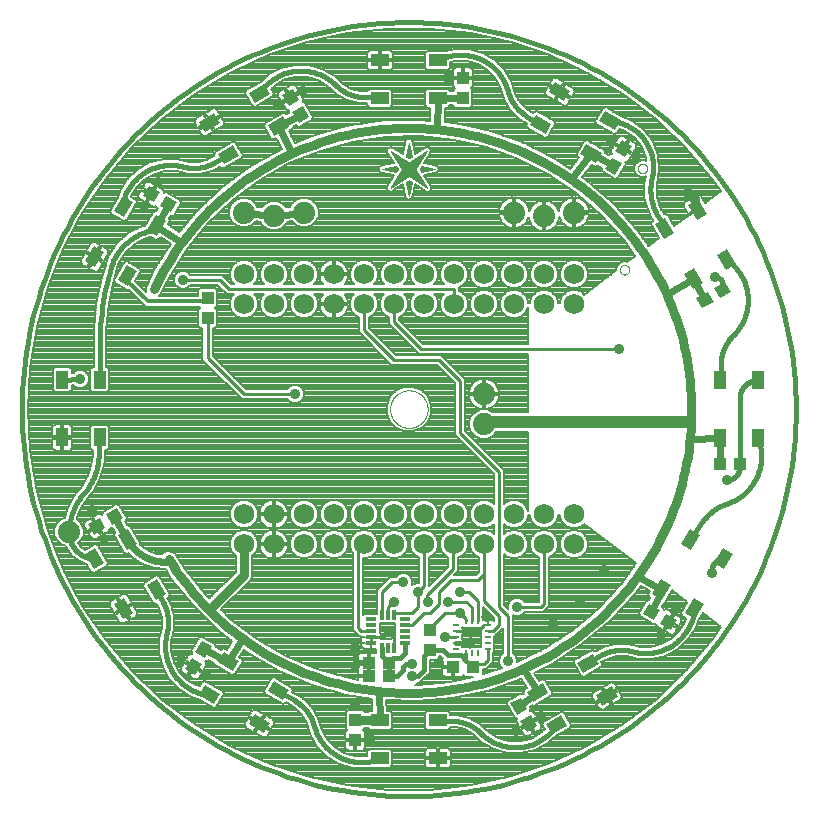
<source format=gtl>
G75*
%MOIN*%
%OFA0B0*%
%FSLAX25Y25*%
%IPPOS*%
%LPD*%
%AMOC8*
5,1,8,0,0,1.08239X$1,22.5*
%
%ADD10C,0.01600*%
%ADD11C,0.00000*%
%ADD12R,0.05906X0.03937*%
%ADD13R,0.03937X0.05906*%
%ADD14R,0.04331X0.03937*%
%ADD15R,0.03937X0.04331*%
%ADD16C,0.00100*%
%ADD17R,0.03750X0.01181*%
%ADD18R,0.01181X0.03350*%
%ADD19C,0.07400*%
%ADD20C,0.06900*%
%ADD21R,0.01969X0.00984*%
%ADD22R,0.00984X0.01969*%
%ADD23C,0.03000*%
%ADD24C,0.01000*%
%ADD25C,0.02400*%
%ADD26C,0.04000*%
%ADD27C,0.00800*%
%ADD28C,0.03600*%
%ADD29C,0.03200*%
%ADD30C,0.01500*%
%ADD31C,0.01200*%
D10*
X0104800Y0026200D02*
X0104706Y0026530D01*
X0104604Y0026857D01*
X0104495Y0027182D01*
X0104377Y0027504D01*
X0104252Y0027823D01*
X0104119Y0028140D01*
X0103979Y0028452D01*
X0103831Y0028762D01*
X0103675Y0029067D01*
X0103512Y0029369D01*
X0103342Y0029667D01*
X0103165Y0029960D01*
X0102980Y0030249D01*
X0102789Y0030534D01*
X0102590Y0030814D01*
X0102385Y0031089D01*
X0102174Y0031359D01*
X0101956Y0031623D01*
X0101731Y0031882D01*
X0101501Y0032136D01*
X0101264Y0032384D01*
X0101021Y0032627D01*
X0100773Y0032863D01*
X0100518Y0033093D01*
X0100259Y0033317D01*
X0099994Y0033535D01*
X0099723Y0033746D01*
X0099448Y0033950D01*
X0099168Y0034148D01*
X0098883Y0034339D01*
X0098594Y0034523D01*
X0098300Y0034699D01*
X0098300Y0034700D02*
X0093803Y0037332D01*
X0093803Y0037932D01*
X0092903Y0037932D01*
X0070765Y0036668D02*
X0070765Y0036412D01*
X0070765Y0036668D02*
X0069897Y0036668D01*
X0104800Y0026200D02*
X0104909Y0025814D01*
X0105028Y0025432D01*
X0105156Y0025052D01*
X0105293Y0024676D01*
X0105440Y0024303D01*
X0105595Y0023934D01*
X0105760Y0023569D01*
X0105933Y0023208D01*
X0106115Y0022851D01*
X0106306Y0022499D01*
X0106505Y0022151D01*
X0106713Y0021809D01*
X0106929Y0021471D01*
X0107153Y0021139D01*
X0107386Y0020813D01*
X0107626Y0020492D01*
X0107874Y0020178D01*
X0108129Y0019869D01*
X0108392Y0019567D01*
X0108662Y0019271D01*
X0108940Y0018982D01*
X0109224Y0018700D01*
X0109515Y0018425D01*
X0109813Y0018157D01*
X0110117Y0017897D01*
X0110428Y0017643D01*
X0110744Y0017398D01*
X0111067Y0017160D01*
X0111395Y0016931D01*
X0111729Y0016709D01*
X0112068Y0016496D01*
X0112412Y0016291D01*
X0112761Y0016094D01*
X0113115Y0015906D01*
X0113473Y0015727D01*
X0113835Y0015556D01*
X0114202Y0015395D01*
X0114572Y0015242D01*
X0114946Y0015098D01*
X0115324Y0014964D01*
X0115704Y0014839D01*
X0116088Y0014723D01*
X0116474Y0014617D01*
X0116862Y0014520D01*
X0117253Y0014432D01*
X0117646Y0014354D01*
X0118041Y0014286D01*
X0118437Y0014228D01*
X0118835Y0014179D01*
X0119233Y0014139D01*
X0119633Y0014110D01*
X0120033Y0014090D01*
X0120434Y0014080D01*
X0120834Y0014080D01*
X0121235Y0014090D01*
X0121635Y0014109D01*
X0122034Y0014138D01*
X0122433Y0014177D01*
X0122831Y0014226D01*
X0123227Y0014284D01*
X0123622Y0014352D01*
X0124015Y0014430D01*
X0124406Y0014517D01*
X0124794Y0014614D01*
X0125181Y0014720D01*
X0125564Y0014835D01*
X0125945Y0014960D01*
X0126322Y0015094D01*
X0126696Y0015237D01*
X0127067Y0015390D01*
X0127433Y0015551D01*
X0127796Y0015721D01*
X0128154Y0015900D01*
X0128154Y0015901D02*
X0126754Y0015901D01*
X0126754Y0015501D01*
X0150430Y0027954D02*
X0150773Y0027948D01*
X0151115Y0027933D01*
X0151457Y0027910D01*
X0151799Y0027879D01*
X0152140Y0027840D01*
X0152479Y0027792D01*
X0152818Y0027736D01*
X0153154Y0027672D01*
X0153490Y0027600D01*
X0153823Y0027519D01*
X0154154Y0027431D01*
X0154483Y0027334D01*
X0154810Y0027230D01*
X0155134Y0027118D01*
X0155455Y0026997D01*
X0155773Y0026870D01*
X0156088Y0026734D01*
X0156400Y0026591D01*
X0156708Y0026440D01*
X0157012Y0026282D01*
X0157313Y0026116D01*
X0157609Y0025944D01*
X0157901Y0025764D01*
X0158189Y0025577D01*
X0158471Y0025383D01*
X0158750Y0025182D01*
X0159023Y0024975D01*
X0159291Y0024761D01*
X0159554Y0024541D01*
X0159811Y0024314D01*
X0160063Y0024081D01*
X0160309Y0023843D01*
X0150430Y0027954D02*
X0145219Y0027985D01*
X0146046Y0027985D01*
X0146046Y0028099D01*
X0160309Y0023842D02*
X0160596Y0023563D01*
X0160891Y0023292D01*
X0161191Y0023027D01*
X0161498Y0022770D01*
X0161812Y0022520D01*
X0162131Y0022278D01*
X0162456Y0022044D01*
X0162787Y0021818D01*
X0163123Y0021600D01*
X0163464Y0021390D01*
X0163811Y0021189D01*
X0164162Y0020996D01*
X0164517Y0020812D01*
X0164878Y0020637D01*
X0165242Y0020470D01*
X0165610Y0020313D01*
X0165982Y0020164D01*
X0166358Y0020025D01*
X0166737Y0019895D01*
X0167118Y0019774D01*
X0167503Y0019662D01*
X0167890Y0019560D01*
X0168280Y0019467D01*
X0168672Y0019384D01*
X0169066Y0019310D01*
X0169461Y0019247D01*
X0169858Y0019192D01*
X0170256Y0019148D01*
X0170655Y0019113D01*
X0171055Y0019088D01*
X0171455Y0019073D01*
X0171856Y0019067D01*
X0172256Y0019071D01*
X0172657Y0019085D01*
X0173057Y0019109D01*
X0173456Y0019143D01*
X0173854Y0019186D01*
X0174251Y0019239D01*
X0174647Y0019302D01*
X0175041Y0019374D01*
X0175433Y0019456D01*
X0175823Y0019547D01*
X0176211Y0019648D01*
X0176596Y0019759D01*
X0176978Y0019878D01*
X0177357Y0020007D01*
X0177733Y0020146D01*
X0178106Y0020293D01*
X0178474Y0020449D01*
X0178839Y0020615D01*
X0179200Y0020789D01*
X0179556Y0020972D01*
X0179908Y0021164D01*
X0180255Y0021364D01*
X0180597Y0021572D01*
X0180934Y0021789D01*
X0181265Y0022014D01*
X0181591Y0022247D01*
X0181911Y0022488D01*
X0182225Y0022737D01*
X0182533Y0022993D01*
X0182835Y0023257D01*
X0183130Y0023528D01*
X0183418Y0023806D01*
X0183699Y0024091D01*
X0183974Y0024383D01*
X0184241Y0024681D01*
X0184501Y0024986D01*
X0184753Y0025297D01*
X0184998Y0025614D01*
X0185235Y0025937D01*
X0185464Y0026266D01*
X0185684Y0026600D01*
X0185696Y0026600D01*
X0200294Y0049706D02*
X0200594Y0049872D01*
X0200898Y0050031D01*
X0201206Y0050182D01*
X0201517Y0050326D01*
X0201832Y0050462D01*
X0202150Y0050591D01*
X0202471Y0050712D01*
X0202795Y0050824D01*
X0203121Y0050929D01*
X0203450Y0051027D01*
X0203781Y0051116D01*
X0204114Y0051197D01*
X0204449Y0051270D01*
X0204786Y0051334D01*
X0205124Y0051391D01*
X0205464Y0051439D01*
X0205805Y0051479D01*
X0206146Y0051511D01*
X0206488Y0051535D01*
X0206831Y0051550D01*
X0207174Y0051557D01*
X0207516Y0051555D01*
X0207859Y0051545D01*
X0208202Y0051527D01*
X0208544Y0051501D01*
X0208885Y0051466D01*
X0209225Y0051423D01*
X0209564Y0051372D01*
X0209902Y0051313D01*
X0210238Y0051245D01*
X0210572Y0051169D01*
X0210905Y0051085D01*
X0200294Y0049707D02*
X0195765Y0047128D01*
X0195765Y0047078D01*
X0196104Y0047078D01*
X0156680Y0053655D02*
X0156503Y0053831D01*
X0149400Y0049800D02*
X0147746Y0051454D01*
X0143400Y0051454D01*
X0141400Y0049454D01*
X0141400Y0044800D01*
X0139400Y0042800D01*
X0137400Y0042800D01*
X0149400Y0049800D02*
X0153746Y0049800D01*
X0155573Y0047973D01*
X0210904Y0051086D02*
X0211292Y0050983D01*
X0211683Y0050891D01*
X0212075Y0050807D01*
X0212470Y0050734D01*
X0212866Y0050670D01*
X0213264Y0050615D01*
X0213662Y0050571D01*
X0214062Y0050536D01*
X0214463Y0050511D01*
X0214864Y0050496D01*
X0215265Y0050490D01*
X0215666Y0050494D01*
X0216067Y0050508D01*
X0216468Y0050532D01*
X0216868Y0050566D01*
X0217267Y0050609D01*
X0217664Y0050662D01*
X0218061Y0050725D01*
X0218455Y0050798D01*
X0218848Y0050880D01*
X0219239Y0050971D01*
X0219627Y0051072D01*
X0220013Y0051183D01*
X0220396Y0051303D01*
X0220776Y0051432D01*
X0221152Y0051571D01*
X0221526Y0051718D01*
X0221895Y0051875D01*
X0222260Y0052041D01*
X0222622Y0052215D01*
X0222979Y0052399D01*
X0223331Y0052591D01*
X0223679Y0052791D01*
X0224021Y0053000D01*
X0224359Y0053217D01*
X0224691Y0053443D01*
X0225017Y0053676D01*
X0225338Y0053918D01*
X0225652Y0054167D01*
X0225961Y0054424D01*
X0226263Y0054688D01*
X0226558Y0054959D01*
X0226847Y0055238D01*
X0227129Y0055523D01*
X0227404Y0055816D01*
X0227672Y0056115D01*
X0227932Y0056420D01*
X0228185Y0056732D01*
X0228430Y0057050D01*
X0228667Y0057373D01*
X0228896Y0057703D01*
X0229117Y0058037D01*
X0229330Y0058378D01*
X0229535Y0058723D01*
X0229731Y0059073D01*
X0229918Y0059428D01*
X0230097Y0059787D01*
X0230267Y0060150D01*
X0230428Y0060518D01*
X0230580Y0060889D01*
X0230723Y0061264D01*
X0230857Y0061643D01*
X0230981Y0062024D01*
X0231096Y0062409D01*
X0231202Y0062796D01*
X0231298Y0063185D01*
X0231385Y0063577D01*
X0231462Y0063971D01*
X0231529Y0064367D01*
X0231587Y0064764D01*
X0231635Y0065162D01*
X0231673Y0065562D01*
X0231701Y0065962D01*
X0231501Y0065297D01*
X0231532Y0065297D01*
X0237400Y0077200D02*
X0237400Y0078226D01*
X0237402Y0078347D01*
X0237408Y0078468D01*
X0237417Y0078589D01*
X0237431Y0078709D01*
X0237448Y0078829D01*
X0237470Y0078948D01*
X0237495Y0079067D01*
X0237524Y0079184D01*
X0237556Y0079301D01*
X0237592Y0079416D01*
X0237632Y0079531D01*
X0237676Y0079644D01*
X0237723Y0079755D01*
X0237774Y0079865D01*
X0237828Y0079973D01*
X0237886Y0080080D01*
X0237947Y0080184D01*
X0238012Y0080287D01*
X0238079Y0080387D01*
X0238150Y0080486D01*
X0238224Y0080582D01*
X0238301Y0080675D01*
X0238381Y0080766D01*
X0238464Y0080854D01*
X0238550Y0080940D01*
X0238638Y0081023D01*
X0238729Y0081103D01*
X0238822Y0081180D01*
X0238918Y0081254D01*
X0239017Y0081325D01*
X0239117Y0081392D01*
X0239220Y0081457D01*
X0239324Y0081518D01*
X0239431Y0081576D01*
X0239539Y0081630D01*
X0239649Y0081681D01*
X0239760Y0081728D01*
X0239873Y0081772D01*
X0239988Y0081812D01*
X0240103Y0081848D01*
X0240220Y0081880D01*
X0240337Y0081909D01*
X0240456Y0081934D01*
X0240575Y0081956D01*
X0240695Y0081973D01*
X0240815Y0081987D01*
X0240936Y0081996D01*
X0241057Y0082002D01*
X0241178Y0082004D01*
X0233900Y0093800D02*
X0234119Y0094123D01*
X0234345Y0094440D01*
X0234579Y0094751D01*
X0234820Y0095057D01*
X0235068Y0095357D01*
X0235323Y0095651D01*
X0235585Y0095939D01*
X0235854Y0096220D01*
X0236130Y0096495D01*
X0236412Y0096763D01*
X0236701Y0097025D01*
X0236995Y0097279D01*
X0237296Y0097527D01*
X0237602Y0097767D01*
X0237915Y0098000D01*
X0238232Y0098225D01*
X0238555Y0098443D01*
X0238883Y0098653D01*
X0239216Y0098855D01*
X0239553Y0099049D01*
X0239895Y0099235D01*
X0240242Y0099412D01*
X0240592Y0099582D01*
X0240947Y0099743D01*
X0241305Y0099895D01*
X0241667Y0100039D01*
X0242032Y0100174D01*
X0242400Y0100301D01*
X0233900Y0093800D02*
X0230268Y0088303D01*
X0242400Y0108200D02*
X0242528Y0108202D01*
X0242656Y0108208D01*
X0242784Y0108217D01*
X0242912Y0108231D01*
X0243039Y0108248D01*
X0243165Y0108270D01*
X0243291Y0108295D01*
X0243416Y0108323D01*
X0243540Y0108356D01*
X0243663Y0108392D01*
X0243785Y0108432D01*
X0243906Y0108476D01*
X0244025Y0108523D01*
X0244143Y0108574D01*
X0244259Y0108628D01*
X0244373Y0108686D01*
X0244486Y0108748D01*
X0244597Y0108812D01*
X0244705Y0108880D01*
X0244812Y0108952D01*
X0244916Y0109026D01*
X0245019Y0109104D01*
X0245118Y0109184D01*
X0245216Y0109268D01*
X0245310Y0109354D01*
X0245402Y0109444D01*
X0245492Y0109536D01*
X0245578Y0109630D01*
X0245662Y0109728D01*
X0245742Y0109827D01*
X0245820Y0109930D01*
X0245894Y0110034D01*
X0245966Y0110141D01*
X0246034Y0110249D01*
X0246098Y0110360D01*
X0246160Y0110473D01*
X0246218Y0110587D01*
X0246272Y0110703D01*
X0246323Y0110821D01*
X0246370Y0110940D01*
X0246414Y0111061D01*
X0246454Y0111183D01*
X0246490Y0111306D01*
X0246523Y0111430D01*
X0246551Y0111555D01*
X0246576Y0111681D01*
X0246598Y0111807D01*
X0246615Y0111934D01*
X0246629Y0112062D01*
X0246638Y0112190D01*
X0246644Y0112318D01*
X0246646Y0112446D01*
X0246646Y0113600D01*
X0246646Y0135393D01*
X0246648Y0135546D01*
X0246654Y0135700D01*
X0246663Y0135853D01*
X0246677Y0136005D01*
X0246695Y0136158D01*
X0246716Y0136310D01*
X0246741Y0136461D01*
X0246770Y0136611D01*
X0246803Y0136761D01*
X0246839Y0136910D01*
X0246880Y0137058D01*
X0246924Y0137205D01*
X0246971Y0137351D01*
X0247023Y0137495D01*
X0247078Y0137638D01*
X0247137Y0137780D01*
X0247199Y0137920D01*
X0247265Y0138059D01*
X0247334Y0138196D01*
X0247407Y0138331D01*
X0247483Y0138464D01*
X0247562Y0138595D01*
X0247645Y0138724D01*
X0247731Y0138851D01*
X0247820Y0138976D01*
X0247912Y0139098D01*
X0248008Y0139218D01*
X0248106Y0139336D01*
X0248208Y0139451D01*
X0248312Y0139563D01*
X0248419Y0139673D01*
X0248529Y0139780D01*
X0248641Y0139884D01*
X0248756Y0139986D01*
X0248874Y0140084D01*
X0248994Y0140180D01*
X0249116Y0140272D01*
X0249241Y0140361D01*
X0249368Y0140447D01*
X0249497Y0140530D01*
X0249628Y0140609D01*
X0249761Y0140685D01*
X0249896Y0140758D01*
X0250033Y0140827D01*
X0250172Y0140893D01*
X0250312Y0140955D01*
X0250454Y0141014D01*
X0250597Y0141069D01*
X0250741Y0141121D01*
X0250887Y0141168D01*
X0251034Y0141212D01*
X0251182Y0141253D01*
X0251331Y0141289D01*
X0251481Y0141322D01*
X0251631Y0141351D01*
X0251782Y0141376D01*
X0251934Y0141397D01*
X0252087Y0141415D01*
X0252239Y0141429D01*
X0252392Y0141438D01*
X0252546Y0141444D01*
X0252699Y0141446D01*
X0240244Y0141295D02*
X0240101Y0141295D01*
X0240101Y0141446D01*
X0240244Y0141295D02*
X0240276Y0146506D01*
X0240282Y0146849D01*
X0240297Y0147191D01*
X0240320Y0147533D01*
X0240351Y0147875D01*
X0240390Y0148216D01*
X0240438Y0148555D01*
X0240494Y0148894D01*
X0240558Y0149230D01*
X0240630Y0149566D01*
X0240711Y0149899D01*
X0240799Y0150230D01*
X0240896Y0150559D01*
X0241000Y0150886D01*
X0241112Y0151210D01*
X0241233Y0151531D01*
X0241360Y0151849D01*
X0241496Y0152164D01*
X0241639Y0152476D01*
X0241790Y0152784D01*
X0241948Y0153088D01*
X0242114Y0153389D01*
X0242286Y0153685D01*
X0242466Y0153977D01*
X0242653Y0154265D01*
X0242847Y0154547D01*
X0243048Y0154826D01*
X0243255Y0155099D01*
X0243469Y0155367D01*
X0243689Y0155630D01*
X0243916Y0155887D01*
X0244149Y0156139D01*
X0244387Y0156385D01*
X0244386Y0156385D02*
X0244670Y0156667D01*
X0244947Y0156955D01*
X0245217Y0157250D01*
X0245480Y0157551D01*
X0245735Y0157859D01*
X0245983Y0158173D01*
X0246223Y0158493D01*
X0246455Y0158818D01*
X0246679Y0159149D01*
X0246895Y0159486D01*
X0247102Y0159828D01*
X0247301Y0160174D01*
X0247492Y0160526D01*
X0247674Y0160882D01*
X0247847Y0161242D01*
X0248012Y0161606D01*
X0248167Y0161975D01*
X0248314Y0162347D01*
X0248451Y0162722D01*
X0248579Y0163101D01*
X0248698Y0163483D01*
X0248807Y0163867D01*
X0248907Y0164254D01*
X0248998Y0164644D01*
X0249079Y0165035D01*
X0249151Y0165428D01*
X0249212Y0165823D01*
X0249265Y0166220D01*
X0249307Y0166617D01*
X0249340Y0167016D01*
X0249363Y0167415D01*
X0249376Y0167814D01*
X0249380Y0168214D01*
X0249374Y0168614D01*
X0249358Y0169013D01*
X0249332Y0169412D01*
X0249297Y0169811D01*
X0249251Y0170208D01*
X0249197Y0170604D01*
X0249132Y0170998D01*
X0249058Y0171391D01*
X0248974Y0171782D01*
X0248881Y0172171D01*
X0248779Y0172557D01*
X0248667Y0172941D01*
X0248545Y0173322D01*
X0248415Y0173700D01*
X0248275Y0174075D01*
X0248126Y0174446D01*
X0247968Y0174813D01*
X0247801Y0175176D01*
X0247625Y0175535D01*
X0247441Y0175890D01*
X0247248Y0176240D01*
X0247047Y0176586D01*
X0246837Y0176926D01*
X0246619Y0177261D01*
X0246393Y0177591D01*
X0246158Y0177915D01*
X0245916Y0178233D01*
X0245667Y0178545D01*
X0245409Y0178851D01*
X0245145Y0179151D01*
X0244873Y0179444D01*
X0244594Y0179730D01*
X0244308Y0180010D01*
X0244016Y0180282D01*
X0243716Y0180548D01*
X0243411Y0180805D01*
X0243099Y0181056D01*
X0242781Y0181298D01*
X0242458Y0181533D01*
X0242129Y0181760D01*
X0242178Y0181760D01*
X0242178Y0181596D01*
X0240898Y0173502D02*
X0240898Y0171473D01*
X0240898Y0173502D02*
X0240896Y0173597D01*
X0240890Y0173692D01*
X0240880Y0173786D01*
X0240867Y0173880D01*
X0240849Y0173974D01*
X0240828Y0174066D01*
X0240802Y0174158D01*
X0240773Y0174248D01*
X0240741Y0174337D01*
X0240704Y0174425D01*
X0240665Y0174511D01*
X0240621Y0174596D01*
X0240574Y0174678D01*
X0240524Y0174759D01*
X0240470Y0174837D01*
X0240413Y0174913D01*
X0240354Y0174987D01*
X0240291Y0175058D01*
X0240225Y0175127D01*
X0240156Y0175193D01*
X0240085Y0175256D01*
X0240011Y0175315D01*
X0239935Y0175372D01*
X0239857Y0175426D01*
X0239776Y0175476D01*
X0239694Y0175523D01*
X0239609Y0175567D01*
X0239523Y0175606D01*
X0239435Y0175643D01*
X0239346Y0175675D01*
X0239256Y0175704D01*
X0239164Y0175730D01*
X0239072Y0175751D01*
X0238978Y0175769D01*
X0238884Y0175782D01*
X0238790Y0175792D01*
X0238695Y0175798D01*
X0238600Y0175800D01*
X0221622Y0192004D02*
X0221622Y0192482D01*
X0221755Y0192482D01*
X0219276Y0196311D01*
X0232532Y0198303D02*
X0232532Y0200868D01*
X0232530Y0200975D01*
X0232524Y0201082D01*
X0232514Y0201189D01*
X0232501Y0201295D01*
X0232483Y0201401D01*
X0232462Y0201506D01*
X0232437Y0201610D01*
X0232408Y0201713D01*
X0232375Y0201815D01*
X0232339Y0201915D01*
X0232298Y0202015D01*
X0232255Y0202113D01*
X0232208Y0202209D01*
X0232157Y0202303D01*
X0232103Y0202395D01*
X0232045Y0202486D01*
X0231985Y0202574D01*
X0231921Y0202660D01*
X0231854Y0202744D01*
X0231784Y0202825D01*
X0231711Y0202903D01*
X0231635Y0202979D01*
X0231557Y0203052D01*
X0231476Y0203122D01*
X0231392Y0203189D01*
X0231306Y0203253D01*
X0231218Y0203313D01*
X0231127Y0203371D01*
X0231035Y0203425D01*
X0230941Y0203476D01*
X0230845Y0203523D01*
X0230747Y0203566D01*
X0230647Y0203607D01*
X0230547Y0203643D01*
X0230445Y0203676D01*
X0230342Y0203705D01*
X0230238Y0203730D01*
X0230133Y0203751D01*
X0230027Y0203769D01*
X0229921Y0203782D01*
X0229814Y0203792D01*
X0229707Y0203798D01*
X0229600Y0203800D01*
X0219276Y0196311D02*
X0219069Y0196671D01*
X0218871Y0197035D01*
X0218682Y0197405D01*
X0218502Y0197779D01*
X0218331Y0198157D01*
X0218169Y0198539D01*
X0218017Y0198925D01*
X0217874Y0199314D01*
X0217740Y0199707D01*
X0217616Y0200103D01*
X0217502Y0200502D01*
X0217397Y0200904D01*
X0217302Y0201308D01*
X0217217Y0201714D01*
X0217142Y0202122D01*
X0217077Y0202532D01*
X0217022Y0202943D01*
X0216977Y0203356D01*
X0216941Y0203769D01*
X0216916Y0204183D01*
X0216901Y0204598D01*
X0216896Y0205013D01*
X0216901Y0205428D01*
X0216916Y0205842D01*
X0216941Y0206257D01*
X0216976Y0206670D01*
X0217022Y0207083D01*
X0217077Y0207494D01*
X0217142Y0207904D01*
X0217217Y0208312D01*
X0217302Y0208718D01*
X0217397Y0209122D01*
X0217477Y0209487D01*
X0217548Y0209855D01*
X0217611Y0210224D01*
X0217664Y0210594D01*
X0217708Y0210966D01*
X0217743Y0211338D01*
X0217769Y0211712D01*
X0217786Y0212086D01*
X0217793Y0212460D01*
X0217792Y0212834D01*
X0217781Y0213208D01*
X0217762Y0213582D01*
X0217733Y0213955D01*
X0217695Y0214327D01*
X0217648Y0214699D01*
X0217592Y0215069D01*
X0217527Y0215437D01*
X0217453Y0215804D01*
X0217370Y0216169D01*
X0217278Y0216532D01*
X0217177Y0216892D01*
X0217068Y0217250D01*
X0216950Y0217605D01*
X0216823Y0217957D01*
X0216688Y0218306D01*
X0216544Y0218652D01*
X0216392Y0218994D01*
X0216231Y0219332D01*
X0216063Y0219666D01*
X0215886Y0219996D01*
X0215701Y0220321D01*
X0215508Y0220642D01*
X0215308Y0220958D01*
X0215100Y0221269D01*
X0214884Y0221575D01*
X0214661Y0221875D01*
X0214431Y0222170D01*
X0214193Y0222460D01*
X0213949Y0222743D01*
X0213698Y0223020D01*
X0213440Y0223291D01*
X0213175Y0223556D01*
X0212904Y0223814D01*
X0212627Y0224066D01*
X0212344Y0224311D01*
X0212055Y0224548D01*
X0211760Y0224779D01*
X0211460Y0225002D01*
X0211154Y0225218D01*
X0210843Y0225426D01*
X0210527Y0225627D01*
X0210207Y0225820D01*
X0209881Y0226005D01*
X0209552Y0226182D01*
X0209218Y0226351D01*
X0208880Y0226512D01*
X0208538Y0226665D01*
X0208193Y0226809D01*
X0207844Y0226944D01*
X0207492Y0227071D01*
X0207137Y0227190D01*
X0206779Y0227300D01*
X0206419Y0227401D01*
X0206056Y0227493D01*
X0205691Y0227576D01*
X0205324Y0227650D01*
X0204956Y0227716D01*
X0204586Y0227772D01*
X0204215Y0227819D01*
X0203842Y0227858D01*
X0203469Y0227887D01*
X0203096Y0227907D01*
X0202722Y0227918D01*
X0202721Y0227918D02*
X0202721Y0227932D01*
X0203403Y0227932D01*
X0180397Y0226668D02*
X0175900Y0229300D01*
X0169400Y0237800D02*
X0169291Y0238186D01*
X0169172Y0238568D01*
X0169044Y0238948D01*
X0168907Y0239324D01*
X0168760Y0239697D01*
X0168605Y0240066D01*
X0168440Y0240431D01*
X0168267Y0240792D01*
X0168085Y0241149D01*
X0167894Y0241501D01*
X0167695Y0241849D01*
X0167487Y0242191D01*
X0167271Y0242529D01*
X0167047Y0242861D01*
X0166814Y0243187D01*
X0166574Y0243508D01*
X0166326Y0243822D01*
X0166071Y0244131D01*
X0165808Y0244433D01*
X0165538Y0244729D01*
X0165260Y0245018D01*
X0164976Y0245300D01*
X0164685Y0245575D01*
X0164387Y0245843D01*
X0164083Y0246103D01*
X0163772Y0246357D01*
X0163456Y0246602D01*
X0163133Y0246840D01*
X0162805Y0247069D01*
X0162471Y0247291D01*
X0162132Y0247504D01*
X0161788Y0247709D01*
X0161439Y0247906D01*
X0161085Y0248094D01*
X0160727Y0248273D01*
X0160365Y0248444D01*
X0159998Y0248605D01*
X0159628Y0248758D01*
X0159254Y0248902D01*
X0158876Y0249036D01*
X0158496Y0249161D01*
X0158112Y0249277D01*
X0157726Y0249383D01*
X0157338Y0249480D01*
X0156947Y0249568D01*
X0156554Y0249646D01*
X0156159Y0249714D01*
X0155763Y0249772D01*
X0155365Y0249821D01*
X0154967Y0249861D01*
X0154567Y0249890D01*
X0154167Y0249910D01*
X0153766Y0249920D01*
X0153366Y0249920D01*
X0152965Y0249910D01*
X0152565Y0249891D01*
X0152166Y0249862D01*
X0151767Y0249823D01*
X0151369Y0249774D01*
X0150973Y0249716D01*
X0150578Y0249648D01*
X0150185Y0249570D01*
X0149794Y0249483D01*
X0149406Y0249386D01*
X0149019Y0249280D01*
X0148636Y0249165D01*
X0148255Y0249040D01*
X0147878Y0248906D01*
X0147504Y0248763D01*
X0147133Y0248610D01*
X0146767Y0248449D01*
X0146404Y0248279D01*
X0146046Y0248100D01*
X0121810Y0235743D02*
X0121467Y0235749D01*
X0121125Y0235764D01*
X0120783Y0235787D01*
X0120441Y0235818D01*
X0120100Y0235857D01*
X0119761Y0235905D01*
X0119422Y0235961D01*
X0119086Y0236025D01*
X0118750Y0236097D01*
X0118417Y0236178D01*
X0118086Y0236266D01*
X0117757Y0236363D01*
X0117430Y0236467D01*
X0117106Y0236579D01*
X0116785Y0236700D01*
X0116467Y0236827D01*
X0116152Y0236963D01*
X0115840Y0237106D01*
X0115532Y0237257D01*
X0115228Y0237415D01*
X0114927Y0237581D01*
X0114631Y0237753D01*
X0114339Y0237933D01*
X0114052Y0238120D01*
X0113769Y0238314D01*
X0113490Y0238514D01*
X0113217Y0238722D01*
X0112949Y0238936D01*
X0112686Y0239156D01*
X0112429Y0239383D01*
X0112177Y0239615D01*
X0111931Y0239854D01*
X0121810Y0235743D02*
X0127021Y0235711D01*
X0126754Y0235711D01*
X0126754Y0235501D01*
X0111931Y0239854D02*
X0111644Y0240133D01*
X0111349Y0240404D01*
X0111049Y0240669D01*
X0110742Y0240926D01*
X0110428Y0241176D01*
X0110109Y0241418D01*
X0109784Y0241652D01*
X0109453Y0241878D01*
X0109117Y0242096D01*
X0108776Y0242306D01*
X0108429Y0242507D01*
X0108078Y0242700D01*
X0107723Y0242884D01*
X0107362Y0243059D01*
X0106998Y0243226D01*
X0106630Y0243383D01*
X0106258Y0243532D01*
X0105882Y0243671D01*
X0105503Y0243801D01*
X0105122Y0243922D01*
X0104737Y0244034D01*
X0104350Y0244136D01*
X0103960Y0244229D01*
X0103568Y0244312D01*
X0103174Y0244386D01*
X0102779Y0244449D01*
X0102382Y0244504D01*
X0101984Y0244548D01*
X0101585Y0244583D01*
X0101185Y0244608D01*
X0100785Y0244623D01*
X0100384Y0244629D01*
X0099984Y0244625D01*
X0099583Y0244611D01*
X0099183Y0244587D01*
X0098784Y0244553D01*
X0098386Y0244510D01*
X0097989Y0244457D01*
X0097593Y0244394D01*
X0097199Y0244322D01*
X0096807Y0244240D01*
X0096417Y0244149D01*
X0096029Y0244048D01*
X0095644Y0243937D01*
X0095262Y0243818D01*
X0094883Y0243689D01*
X0094507Y0243550D01*
X0094134Y0243403D01*
X0093766Y0243247D01*
X0093401Y0243081D01*
X0093040Y0242907D01*
X0092684Y0242724D01*
X0092332Y0242532D01*
X0091985Y0242332D01*
X0091643Y0242124D01*
X0091306Y0241907D01*
X0090975Y0241682D01*
X0090649Y0241449D01*
X0090329Y0241208D01*
X0090015Y0240959D01*
X0089707Y0240703D01*
X0089405Y0240439D01*
X0089110Y0240168D01*
X0088822Y0239890D01*
X0088541Y0239605D01*
X0088266Y0239313D01*
X0087999Y0239015D01*
X0087739Y0238710D01*
X0087487Y0238399D01*
X0087242Y0238082D01*
X0087005Y0237759D01*
X0086776Y0237430D01*
X0086556Y0237096D01*
X0086556Y0237078D01*
X0086604Y0237078D01*
X0071774Y0214028D02*
X0071474Y0213862D01*
X0071170Y0213703D01*
X0070862Y0213552D01*
X0070551Y0213408D01*
X0070236Y0213272D01*
X0069918Y0213143D01*
X0069597Y0213022D01*
X0069273Y0212910D01*
X0068947Y0212805D01*
X0068618Y0212707D01*
X0068287Y0212618D01*
X0067954Y0212537D01*
X0067619Y0212464D01*
X0067282Y0212400D01*
X0066944Y0212343D01*
X0066604Y0212295D01*
X0066263Y0212255D01*
X0065922Y0212223D01*
X0065580Y0212199D01*
X0065237Y0212184D01*
X0064894Y0212177D01*
X0064552Y0212179D01*
X0064209Y0212189D01*
X0063866Y0212207D01*
X0063524Y0212233D01*
X0063183Y0212268D01*
X0062843Y0212311D01*
X0062504Y0212362D01*
X0062166Y0212421D01*
X0061830Y0212489D01*
X0061496Y0212565D01*
X0061163Y0212649D01*
X0071774Y0214027D02*
X0075803Y0216106D01*
X0076196Y0216106D01*
X0076196Y0216522D01*
X0075968Y0216522D01*
X0075968Y0216356D01*
X0041268Y0199303D02*
X0041268Y0197581D01*
X0040617Y0197581D01*
X0040576Y0197557D01*
X0040567Y0197572D01*
X0040732Y0197822D02*
X0041268Y0197822D01*
X0041268Y0199303D01*
X0050474Y0191300D02*
X0052178Y0193004D01*
X0040566Y0197572D02*
X0040590Y0197972D01*
X0040624Y0198371D01*
X0040667Y0198769D01*
X0040721Y0199166D01*
X0040784Y0199562D01*
X0040856Y0199956D01*
X0040938Y0200348D01*
X0041030Y0200738D01*
X0041131Y0201126D01*
X0041242Y0201510D01*
X0041362Y0201893D01*
X0041491Y0202272D01*
X0041630Y0202648D01*
X0041778Y0203020D01*
X0041934Y0203389D01*
X0042100Y0203753D01*
X0042274Y0204114D01*
X0042458Y0204470D01*
X0042650Y0204822D01*
X0042850Y0205169D01*
X0043059Y0205510D01*
X0043276Y0205847D01*
X0043501Y0206178D01*
X0043734Y0206504D01*
X0043976Y0206824D01*
X0044225Y0207138D01*
X0044481Y0207445D01*
X0044745Y0207747D01*
X0045016Y0208042D01*
X0045294Y0208330D01*
X0045580Y0208611D01*
X0045872Y0208885D01*
X0046170Y0209152D01*
X0046475Y0209412D01*
X0046787Y0209664D01*
X0047104Y0209908D01*
X0047427Y0210145D01*
X0047756Y0210374D01*
X0048091Y0210594D01*
X0048430Y0210806D01*
X0048775Y0211010D01*
X0049125Y0211206D01*
X0049479Y0211393D01*
X0049838Y0211571D01*
X0050201Y0211740D01*
X0050568Y0211901D01*
X0050939Y0212052D01*
X0051313Y0212195D01*
X0051691Y0212328D01*
X0052072Y0212452D01*
X0052456Y0212566D01*
X0052842Y0212671D01*
X0053231Y0212767D01*
X0053622Y0212853D01*
X0054016Y0212930D01*
X0054410Y0212997D01*
X0054807Y0213054D01*
X0055205Y0213102D01*
X0055603Y0213140D01*
X0056003Y0213168D01*
X0056403Y0213187D01*
X0056804Y0213195D01*
X0057204Y0213194D01*
X0057605Y0213183D01*
X0058005Y0213163D01*
X0058404Y0213132D01*
X0058803Y0213092D01*
X0059200Y0213042D01*
X0059596Y0212983D01*
X0059991Y0212913D01*
X0060384Y0212834D01*
X0060774Y0212746D01*
X0061163Y0212648D01*
X0169400Y0237800D02*
X0169494Y0237470D01*
X0169596Y0237143D01*
X0169705Y0236818D01*
X0169823Y0236496D01*
X0169948Y0236177D01*
X0170081Y0235860D01*
X0170221Y0235548D01*
X0170369Y0235238D01*
X0170525Y0234933D01*
X0170688Y0234631D01*
X0170858Y0234333D01*
X0171035Y0234040D01*
X0171220Y0233751D01*
X0171411Y0233466D01*
X0171610Y0233186D01*
X0171815Y0232911D01*
X0172026Y0232641D01*
X0172244Y0232377D01*
X0172469Y0232118D01*
X0172699Y0231864D01*
X0172936Y0231616D01*
X0173179Y0231373D01*
X0173427Y0231137D01*
X0173682Y0230907D01*
X0173941Y0230683D01*
X0174206Y0230465D01*
X0174477Y0230254D01*
X0174752Y0230050D01*
X0175032Y0229852D01*
X0175317Y0229661D01*
X0175606Y0229477D01*
X0175900Y0229301D01*
X0050474Y0191299D02*
X0050066Y0191217D01*
X0049660Y0191124D01*
X0049257Y0191022D01*
X0048856Y0190910D01*
X0048458Y0190788D01*
X0048062Y0190657D01*
X0047671Y0190517D01*
X0047282Y0190366D01*
X0046898Y0190207D01*
X0046517Y0190038D01*
X0046141Y0189861D01*
X0045769Y0189674D01*
X0045401Y0189478D01*
X0045039Y0189273D01*
X0044681Y0189060D01*
X0044329Y0188838D01*
X0043982Y0188608D01*
X0043641Y0188370D01*
X0043306Y0188123D01*
X0042976Y0187868D01*
X0042653Y0187605D01*
X0042337Y0187335D01*
X0042027Y0187057D01*
X0041723Y0186772D01*
X0041427Y0186479D01*
X0041138Y0186180D01*
X0040856Y0185873D01*
X0040582Y0185560D01*
X0040315Y0185240D01*
X0040057Y0184914D01*
X0039806Y0184582D01*
X0039563Y0184244D01*
X0039328Y0183900D01*
X0039102Y0183551D01*
X0038884Y0183196D01*
X0038675Y0182836D01*
X0038475Y0182471D01*
X0038283Y0182101D01*
X0038101Y0181727D01*
X0037928Y0181349D01*
X0037763Y0180966D01*
X0037608Y0180580D01*
X0037463Y0180190D01*
X0037327Y0179796D01*
X0037200Y0179400D01*
X0033400Y0154000D02*
X0033399Y0141646D01*
X0026800Y0141800D02*
X0020801Y0141646D01*
X0033399Y0122354D02*
X0033000Y0116800D01*
X0032999Y0116800D02*
X0032983Y0116294D01*
X0032954Y0115789D01*
X0032913Y0115285D01*
X0032859Y0114782D01*
X0032794Y0114280D01*
X0032717Y0113781D01*
X0032628Y0113283D01*
X0032526Y0112787D01*
X0032413Y0112294D01*
X0032288Y0111804D01*
X0032151Y0111317D01*
X0032003Y0110833D01*
X0031843Y0110354D01*
X0031671Y0109878D01*
X0031488Y0109406D01*
X0031294Y0108939D01*
X0031088Y0108477D01*
X0030872Y0108020D01*
X0030644Y0107568D01*
X0030406Y0107122D01*
X0030157Y0106682D01*
X0029897Y0106247D01*
X0029628Y0105820D01*
X0029347Y0105398D01*
X0029057Y0104984D01*
X0028757Y0104577D01*
X0028447Y0104177D01*
X0028128Y0103785D01*
X0027799Y0103400D01*
X0023100Y0090900D02*
X0023100Y0090526D01*
X0023102Y0090320D01*
X0023110Y0090114D01*
X0023122Y0089909D01*
X0023140Y0089704D01*
X0023162Y0089499D01*
X0023189Y0089295D01*
X0023222Y0089091D01*
X0023259Y0088889D01*
X0023301Y0088687D01*
X0023348Y0088487D01*
X0023399Y0088287D01*
X0023456Y0088089D01*
X0023517Y0087893D01*
X0023583Y0087697D01*
X0023654Y0087504D01*
X0023729Y0087312D01*
X0023809Y0087123D01*
X0023894Y0086935D01*
X0023983Y0086749D01*
X0024076Y0086566D01*
X0024174Y0086384D01*
X0024276Y0086206D01*
X0024383Y0086029D01*
X0024494Y0085856D01*
X0024609Y0085685D01*
X0024728Y0085517D01*
X0024851Y0085352D01*
X0024978Y0085190D01*
X0025109Y0085031D01*
X0025243Y0084875D01*
X0025382Y0084722D01*
X0025524Y0084573D01*
X0025669Y0084428D01*
X0025818Y0084286D01*
X0025971Y0084147D01*
X0026127Y0084013D01*
X0026286Y0083882D01*
X0026448Y0083755D01*
X0026613Y0083632D01*
X0026781Y0083513D01*
X0026952Y0083398D01*
X0027125Y0083287D01*
X0027302Y0083180D01*
X0027480Y0083078D01*
X0027662Y0082980D01*
X0027845Y0082887D01*
X0028031Y0082798D01*
X0028219Y0082713D01*
X0028408Y0082633D01*
X0028600Y0082558D01*
X0028793Y0082487D01*
X0028989Y0082421D01*
X0029185Y0082360D01*
X0029383Y0082303D01*
X0029583Y0082252D01*
X0029783Y0082205D01*
X0029985Y0082163D01*
X0030187Y0082126D01*
X0030391Y0082093D01*
X0030595Y0082066D01*
X0030800Y0082044D01*
X0031005Y0082026D01*
X0031210Y0082014D01*
X0031416Y0082006D01*
X0031622Y0082004D01*
X0023100Y0090900D02*
X0023105Y0091355D01*
X0023122Y0091809D01*
X0023149Y0092263D01*
X0023187Y0092717D01*
X0023236Y0093169D01*
X0023296Y0093620D01*
X0023367Y0094069D01*
X0023448Y0094517D01*
X0023540Y0094962D01*
X0023643Y0095405D01*
X0023756Y0095846D01*
X0023880Y0096284D01*
X0024014Y0096718D01*
X0024159Y0097149D01*
X0024314Y0097577D01*
X0024479Y0098001D01*
X0024654Y0098421D01*
X0024840Y0098836D01*
X0025035Y0099247D01*
X0025240Y0099653D01*
X0025454Y0100054D01*
X0025679Y0100450D01*
X0025912Y0100840D01*
X0026155Y0101225D01*
X0026407Y0101603D01*
X0026669Y0101976D01*
X0026938Y0102342D01*
X0027217Y0102701D01*
X0027504Y0103054D01*
X0027800Y0103400D01*
X0051732Y0072148D02*
X0052178Y0072148D01*
X0052178Y0071596D01*
X0051732Y0072148D02*
X0054310Y0067620D01*
X0054476Y0067320D01*
X0054635Y0067016D01*
X0054786Y0066708D01*
X0054930Y0066397D01*
X0055066Y0066082D01*
X0055195Y0065764D01*
X0055316Y0065443D01*
X0055428Y0065119D01*
X0055533Y0064793D01*
X0055631Y0064464D01*
X0055720Y0064133D01*
X0055801Y0063800D01*
X0055874Y0063465D01*
X0055938Y0063128D01*
X0055995Y0062790D01*
X0056043Y0062450D01*
X0056083Y0062109D01*
X0056115Y0061768D01*
X0056139Y0061426D01*
X0056154Y0061083D01*
X0056161Y0060740D01*
X0056159Y0060398D01*
X0056149Y0060055D01*
X0056131Y0059712D01*
X0056105Y0059370D01*
X0056070Y0059029D01*
X0056027Y0058689D01*
X0055976Y0058350D01*
X0055917Y0058012D01*
X0055849Y0057676D01*
X0055773Y0057342D01*
X0055689Y0057009D01*
X0055591Y0056620D01*
X0055503Y0056230D01*
X0055424Y0055837D01*
X0055354Y0055442D01*
X0055295Y0055046D01*
X0055245Y0054649D01*
X0055205Y0054250D01*
X0055174Y0053851D01*
X0055154Y0053451D01*
X0055143Y0053050D01*
X0055142Y0052650D01*
X0055150Y0052249D01*
X0055169Y0051849D01*
X0055197Y0051449D01*
X0055235Y0051051D01*
X0055283Y0050653D01*
X0055340Y0050256D01*
X0055407Y0049862D01*
X0055484Y0049468D01*
X0055570Y0049077D01*
X0055665Y0048688D01*
X0055771Y0048302D01*
X0055885Y0047918D01*
X0056009Y0047537D01*
X0056142Y0047159D01*
X0056285Y0046785D01*
X0056436Y0046414D01*
X0056597Y0046047D01*
X0056766Y0045684D01*
X0056944Y0045325D01*
X0057131Y0044971D01*
X0057327Y0044621D01*
X0057531Y0044276D01*
X0057743Y0043937D01*
X0057963Y0043602D01*
X0058192Y0043273D01*
X0058429Y0042950D01*
X0058673Y0042633D01*
X0058925Y0042321D01*
X0059185Y0042016D01*
X0059452Y0041718D01*
X0059726Y0041426D01*
X0060007Y0041140D01*
X0060295Y0040862D01*
X0060590Y0040591D01*
X0060892Y0040327D01*
X0061199Y0040071D01*
X0061513Y0039822D01*
X0061833Y0039580D01*
X0062159Y0039347D01*
X0062490Y0039122D01*
X0062826Y0038905D01*
X0063168Y0038696D01*
X0063515Y0038496D01*
X0063867Y0038304D01*
X0064223Y0038120D01*
X0064584Y0037946D01*
X0064948Y0037780D01*
X0065317Y0037624D01*
X0065689Y0037476D01*
X0066065Y0037337D01*
X0066444Y0037208D01*
X0066826Y0037088D01*
X0067211Y0036977D01*
X0067599Y0036876D01*
X0067989Y0036784D01*
X0068381Y0036702D01*
X0068775Y0036630D01*
X0069171Y0036567D01*
X0069568Y0036513D01*
X0069966Y0036470D01*
X0070365Y0036436D01*
X0070765Y0036412D01*
X0242400Y0100300D02*
X0242782Y0100431D01*
X0243160Y0100572D01*
X0243534Y0100721D01*
X0243906Y0100880D01*
X0244273Y0101047D01*
X0244635Y0101223D01*
X0244994Y0101408D01*
X0245348Y0101602D01*
X0245697Y0101804D01*
X0246041Y0102014D01*
X0246380Y0102233D01*
X0246714Y0102460D01*
X0247042Y0102695D01*
X0247364Y0102938D01*
X0247680Y0103188D01*
X0247990Y0103446D01*
X0248294Y0103712D01*
X0248591Y0103985D01*
X0248881Y0104265D01*
X0249165Y0104552D01*
X0249441Y0104846D01*
X0249711Y0105146D01*
X0249973Y0105453D01*
X0250227Y0105766D01*
X0250474Y0106085D01*
X0250713Y0106410D01*
X0250944Y0106740D01*
X0251167Y0107077D01*
X0251382Y0107418D01*
X0251589Y0107765D01*
X0251787Y0108116D01*
X0251976Y0108472D01*
X0252157Y0108833D01*
X0252329Y0109198D01*
X0252492Y0109567D01*
X0252646Y0109940D01*
X0252791Y0110316D01*
X0252927Y0110696D01*
X0253054Y0111079D01*
X0253171Y0111465D01*
X0253279Y0111854D01*
X0253377Y0112245D01*
X0253466Y0112638D01*
X0253546Y0113034D01*
X0253615Y0113431D01*
X0253676Y0113830D01*
X0253726Y0114230D01*
X0253767Y0114632D01*
X0253798Y0115034D01*
X0253819Y0115437D01*
X0253831Y0115840D01*
X0253832Y0116244D01*
X0253824Y0116647D01*
X0253807Y0117050D01*
X0253779Y0117452D01*
X0253742Y0117854D01*
X0253695Y0118255D01*
X0253638Y0118654D01*
X0253572Y0119052D01*
X0253496Y0119448D01*
X0253410Y0119843D01*
X0253315Y0120235D01*
X0253211Y0120624D01*
X0253097Y0121011D01*
X0252973Y0121395D01*
X0252841Y0121776D01*
X0252699Y0122154D01*
X0007400Y0131800D02*
X0007439Y0134966D01*
X0007555Y0138130D01*
X0007750Y0141290D01*
X0008021Y0144444D01*
X0008370Y0147591D01*
X0008796Y0150728D01*
X0009299Y0153854D01*
X0009879Y0156967D01*
X0010534Y0160064D01*
X0011266Y0163144D01*
X0012073Y0166206D01*
X0012955Y0169247D01*
X0013911Y0172265D01*
X0014941Y0175259D01*
X0016044Y0178226D01*
X0017220Y0181166D01*
X0018467Y0184076D01*
X0019785Y0186955D01*
X0021174Y0189800D01*
X0022632Y0192610D01*
X0024159Y0195384D01*
X0025753Y0198119D01*
X0027414Y0200815D01*
X0029140Y0203469D01*
X0030932Y0206079D01*
X0032786Y0208645D01*
X0034703Y0211165D01*
X0036682Y0213637D01*
X0038720Y0216059D01*
X0040817Y0218431D01*
X0042972Y0220751D01*
X0045183Y0223017D01*
X0047449Y0225228D01*
X0049769Y0227383D01*
X0052141Y0229480D01*
X0054563Y0231518D01*
X0057035Y0233497D01*
X0059555Y0235414D01*
X0062121Y0237268D01*
X0064731Y0239060D01*
X0067385Y0240786D01*
X0070081Y0242447D01*
X0072816Y0244041D01*
X0075590Y0245568D01*
X0078400Y0247026D01*
X0081245Y0248415D01*
X0084124Y0249733D01*
X0087034Y0250980D01*
X0089974Y0252156D01*
X0092941Y0253259D01*
X0095935Y0254289D01*
X0098953Y0255245D01*
X0101994Y0256127D01*
X0105056Y0256934D01*
X0108136Y0257666D01*
X0111233Y0258321D01*
X0114346Y0258901D01*
X0117472Y0259404D01*
X0120609Y0259830D01*
X0123756Y0260179D01*
X0126910Y0260450D01*
X0130070Y0260645D01*
X0133234Y0260761D01*
X0136400Y0260800D01*
X0139566Y0260761D01*
X0142730Y0260645D01*
X0145890Y0260450D01*
X0149044Y0260179D01*
X0152191Y0259830D01*
X0155328Y0259404D01*
X0158454Y0258901D01*
X0161567Y0258321D01*
X0164664Y0257666D01*
X0167744Y0256934D01*
X0170806Y0256127D01*
X0173847Y0255245D01*
X0176865Y0254289D01*
X0179859Y0253259D01*
X0182826Y0252156D01*
X0185766Y0250980D01*
X0188676Y0249733D01*
X0191555Y0248415D01*
X0194400Y0247026D01*
X0197210Y0245568D01*
X0199984Y0244041D01*
X0202719Y0242447D01*
X0205415Y0240786D01*
X0208069Y0239060D01*
X0210679Y0237268D01*
X0213245Y0235414D01*
X0215765Y0233497D01*
X0218237Y0231518D01*
X0220659Y0229480D01*
X0223031Y0227383D01*
X0225351Y0225228D01*
X0227617Y0223017D01*
X0229828Y0220751D01*
X0231983Y0218431D01*
X0234080Y0216059D01*
X0236118Y0213637D01*
X0238097Y0211165D01*
X0240014Y0208645D01*
X0241868Y0206079D01*
X0243660Y0203469D01*
X0245386Y0200815D01*
X0247047Y0198119D01*
X0248641Y0195384D01*
X0250168Y0192610D01*
X0251626Y0189800D01*
X0253015Y0186955D01*
X0254333Y0184076D01*
X0255580Y0181166D01*
X0256756Y0178226D01*
X0257859Y0175259D01*
X0258889Y0172265D01*
X0259845Y0169247D01*
X0260727Y0166206D01*
X0261534Y0163144D01*
X0262266Y0160064D01*
X0262921Y0156967D01*
X0263501Y0153854D01*
X0264004Y0150728D01*
X0264430Y0147591D01*
X0264779Y0144444D01*
X0265050Y0141290D01*
X0265245Y0138130D01*
X0265361Y0134966D01*
X0265400Y0131800D01*
X0265361Y0128634D01*
X0265245Y0125470D01*
X0265050Y0122310D01*
X0264779Y0119156D01*
X0264430Y0116009D01*
X0264004Y0112872D01*
X0263501Y0109746D01*
X0262921Y0106633D01*
X0262266Y0103536D01*
X0261534Y0100456D01*
X0260727Y0097394D01*
X0259845Y0094353D01*
X0258889Y0091335D01*
X0257859Y0088341D01*
X0256756Y0085374D01*
X0255580Y0082434D01*
X0254333Y0079524D01*
X0253015Y0076645D01*
X0251626Y0073800D01*
X0250168Y0070990D01*
X0248641Y0068216D01*
X0247047Y0065481D01*
X0245386Y0062785D01*
X0243660Y0060131D01*
X0241868Y0057521D01*
X0240014Y0054955D01*
X0238097Y0052435D01*
X0236118Y0049963D01*
X0234080Y0047541D01*
X0231983Y0045169D01*
X0229828Y0042849D01*
X0227617Y0040583D01*
X0225351Y0038372D01*
X0223031Y0036217D01*
X0220659Y0034120D01*
X0218237Y0032082D01*
X0215765Y0030103D01*
X0213245Y0028186D01*
X0210679Y0026332D01*
X0208069Y0024540D01*
X0205415Y0022814D01*
X0202719Y0021153D01*
X0199984Y0019559D01*
X0197210Y0018032D01*
X0194400Y0016574D01*
X0191555Y0015185D01*
X0188676Y0013867D01*
X0185766Y0012620D01*
X0182826Y0011444D01*
X0179859Y0010341D01*
X0176865Y0009311D01*
X0173847Y0008355D01*
X0170806Y0007473D01*
X0167744Y0006666D01*
X0164664Y0005934D01*
X0161567Y0005279D01*
X0158454Y0004699D01*
X0155328Y0004196D01*
X0152191Y0003770D01*
X0149044Y0003421D01*
X0145890Y0003150D01*
X0142730Y0002955D01*
X0139566Y0002839D01*
X0136400Y0002800D01*
X0133234Y0002839D01*
X0130070Y0002955D01*
X0126910Y0003150D01*
X0123756Y0003421D01*
X0120609Y0003770D01*
X0117472Y0004196D01*
X0114346Y0004699D01*
X0111233Y0005279D01*
X0108136Y0005934D01*
X0105056Y0006666D01*
X0101994Y0007473D01*
X0098953Y0008355D01*
X0095935Y0009311D01*
X0092941Y0010341D01*
X0089974Y0011444D01*
X0087034Y0012620D01*
X0084124Y0013867D01*
X0081245Y0015185D01*
X0078400Y0016574D01*
X0075590Y0018032D01*
X0072816Y0019559D01*
X0070081Y0021153D01*
X0067385Y0022814D01*
X0064731Y0024540D01*
X0062121Y0026332D01*
X0059555Y0028186D01*
X0057035Y0030103D01*
X0054563Y0032082D01*
X0052141Y0034120D01*
X0049769Y0036217D01*
X0047449Y0038372D01*
X0045183Y0040583D01*
X0042972Y0042849D01*
X0040817Y0045169D01*
X0038720Y0047541D01*
X0036682Y0049963D01*
X0034703Y0052435D01*
X0032786Y0054955D01*
X0030932Y0057521D01*
X0029140Y0060131D01*
X0027414Y0062785D01*
X0025753Y0065481D01*
X0024159Y0068216D01*
X0022632Y0070990D01*
X0021174Y0073800D01*
X0019785Y0076645D01*
X0018467Y0079524D01*
X0017220Y0082434D01*
X0016044Y0085374D01*
X0014941Y0088341D01*
X0013911Y0091335D01*
X0012955Y0094353D01*
X0012073Y0097394D01*
X0011266Y0100456D01*
X0010534Y0103536D01*
X0009879Y0106633D01*
X0009299Y0109746D01*
X0008796Y0112872D01*
X0008370Y0116009D01*
X0008021Y0119156D01*
X0007750Y0122310D01*
X0007555Y0125470D01*
X0007439Y0128634D01*
X0007400Y0131800D01*
X0033400Y0154000D02*
X0033423Y0155982D01*
X0033491Y0157964D01*
X0033604Y0159943D01*
X0033763Y0161920D01*
X0033966Y0163892D01*
X0034215Y0165859D01*
X0034508Y0167820D01*
X0034846Y0169774D01*
X0035229Y0171720D01*
X0035656Y0173656D01*
X0036127Y0175582D01*
X0036641Y0177497D01*
X0037200Y0179399D01*
D11*
X0130150Y0131800D02*
X0130152Y0131958D01*
X0130158Y0132115D01*
X0130168Y0132273D01*
X0130182Y0132430D01*
X0130200Y0132586D01*
X0130221Y0132743D01*
X0130247Y0132898D01*
X0130277Y0133053D01*
X0130310Y0133207D01*
X0130348Y0133360D01*
X0130389Y0133513D01*
X0130434Y0133664D01*
X0130483Y0133814D01*
X0130536Y0133962D01*
X0130592Y0134110D01*
X0130653Y0134255D01*
X0130716Y0134400D01*
X0130784Y0134542D01*
X0130855Y0134683D01*
X0130929Y0134822D01*
X0131007Y0134959D01*
X0131089Y0135094D01*
X0131173Y0135227D01*
X0131262Y0135358D01*
X0131353Y0135486D01*
X0131448Y0135613D01*
X0131545Y0135736D01*
X0131646Y0135858D01*
X0131750Y0135976D01*
X0131857Y0136092D01*
X0131967Y0136205D01*
X0132079Y0136316D01*
X0132195Y0136423D01*
X0132313Y0136528D01*
X0132433Y0136630D01*
X0132556Y0136728D01*
X0132682Y0136824D01*
X0132810Y0136916D01*
X0132940Y0137005D01*
X0133072Y0137091D01*
X0133207Y0137173D01*
X0133344Y0137252D01*
X0133482Y0137327D01*
X0133622Y0137399D01*
X0133765Y0137467D01*
X0133908Y0137532D01*
X0134054Y0137593D01*
X0134201Y0137650D01*
X0134349Y0137704D01*
X0134499Y0137754D01*
X0134649Y0137800D01*
X0134801Y0137842D01*
X0134954Y0137881D01*
X0135108Y0137915D01*
X0135263Y0137946D01*
X0135418Y0137972D01*
X0135574Y0137995D01*
X0135731Y0138014D01*
X0135888Y0138029D01*
X0136045Y0138040D01*
X0136203Y0138047D01*
X0136361Y0138050D01*
X0136518Y0138049D01*
X0136676Y0138044D01*
X0136833Y0138035D01*
X0136991Y0138022D01*
X0137147Y0138005D01*
X0137304Y0137984D01*
X0137459Y0137960D01*
X0137614Y0137931D01*
X0137769Y0137898D01*
X0137922Y0137862D01*
X0138075Y0137821D01*
X0138226Y0137777D01*
X0138376Y0137729D01*
X0138525Y0137678D01*
X0138673Y0137622D01*
X0138819Y0137563D01*
X0138964Y0137500D01*
X0139107Y0137433D01*
X0139248Y0137363D01*
X0139387Y0137290D01*
X0139525Y0137213D01*
X0139661Y0137132D01*
X0139794Y0137048D01*
X0139925Y0136961D01*
X0140054Y0136870D01*
X0140181Y0136776D01*
X0140306Y0136679D01*
X0140427Y0136579D01*
X0140547Y0136476D01*
X0140663Y0136370D01*
X0140777Y0136261D01*
X0140889Y0136149D01*
X0140997Y0136035D01*
X0141102Y0135917D01*
X0141205Y0135797D01*
X0141304Y0135675D01*
X0141400Y0135550D01*
X0141493Y0135422D01*
X0141583Y0135293D01*
X0141669Y0135161D01*
X0141753Y0135027D01*
X0141832Y0134891D01*
X0141909Y0134753D01*
X0141981Y0134613D01*
X0142050Y0134471D01*
X0142116Y0134328D01*
X0142178Y0134183D01*
X0142236Y0134036D01*
X0142291Y0133888D01*
X0142342Y0133739D01*
X0142389Y0133588D01*
X0142432Y0133437D01*
X0142471Y0133284D01*
X0142507Y0133130D01*
X0142538Y0132976D01*
X0142566Y0132821D01*
X0142590Y0132665D01*
X0142610Y0132508D01*
X0142626Y0132351D01*
X0142638Y0132194D01*
X0142646Y0132037D01*
X0142650Y0131879D01*
X0142650Y0131721D01*
X0142646Y0131563D01*
X0142638Y0131406D01*
X0142626Y0131249D01*
X0142610Y0131092D01*
X0142590Y0130935D01*
X0142566Y0130779D01*
X0142538Y0130624D01*
X0142507Y0130470D01*
X0142471Y0130316D01*
X0142432Y0130163D01*
X0142389Y0130012D01*
X0142342Y0129861D01*
X0142291Y0129712D01*
X0142236Y0129564D01*
X0142178Y0129417D01*
X0142116Y0129272D01*
X0142050Y0129129D01*
X0141981Y0128987D01*
X0141909Y0128847D01*
X0141832Y0128709D01*
X0141753Y0128573D01*
X0141669Y0128439D01*
X0141583Y0128307D01*
X0141493Y0128178D01*
X0141400Y0128050D01*
X0141304Y0127925D01*
X0141205Y0127803D01*
X0141102Y0127683D01*
X0140997Y0127565D01*
X0140889Y0127451D01*
X0140777Y0127339D01*
X0140663Y0127230D01*
X0140547Y0127124D01*
X0140427Y0127021D01*
X0140306Y0126921D01*
X0140181Y0126824D01*
X0140054Y0126730D01*
X0139925Y0126639D01*
X0139794Y0126552D01*
X0139661Y0126468D01*
X0139525Y0126387D01*
X0139387Y0126310D01*
X0139248Y0126237D01*
X0139107Y0126167D01*
X0138964Y0126100D01*
X0138819Y0126037D01*
X0138673Y0125978D01*
X0138525Y0125922D01*
X0138376Y0125871D01*
X0138226Y0125823D01*
X0138075Y0125779D01*
X0137922Y0125738D01*
X0137769Y0125702D01*
X0137614Y0125669D01*
X0137459Y0125640D01*
X0137304Y0125616D01*
X0137147Y0125595D01*
X0136991Y0125578D01*
X0136833Y0125565D01*
X0136676Y0125556D01*
X0136518Y0125551D01*
X0136361Y0125550D01*
X0136203Y0125553D01*
X0136045Y0125560D01*
X0135888Y0125571D01*
X0135731Y0125586D01*
X0135574Y0125605D01*
X0135418Y0125628D01*
X0135263Y0125654D01*
X0135108Y0125685D01*
X0134954Y0125719D01*
X0134801Y0125758D01*
X0134649Y0125800D01*
X0134499Y0125846D01*
X0134349Y0125896D01*
X0134201Y0125950D01*
X0134054Y0126007D01*
X0133908Y0126068D01*
X0133765Y0126133D01*
X0133622Y0126201D01*
X0133482Y0126273D01*
X0133344Y0126348D01*
X0133207Y0126427D01*
X0133072Y0126509D01*
X0132940Y0126595D01*
X0132810Y0126684D01*
X0132682Y0126776D01*
X0132556Y0126872D01*
X0132433Y0126970D01*
X0132313Y0127072D01*
X0132195Y0127177D01*
X0132079Y0127284D01*
X0131967Y0127395D01*
X0131857Y0127508D01*
X0131750Y0127624D01*
X0131646Y0127742D01*
X0131545Y0127864D01*
X0131448Y0127987D01*
X0131353Y0128114D01*
X0131262Y0128242D01*
X0131173Y0128373D01*
X0131089Y0128506D01*
X0131007Y0128641D01*
X0130929Y0128778D01*
X0130855Y0128917D01*
X0130784Y0129058D01*
X0130716Y0129200D01*
X0130653Y0129345D01*
X0130592Y0129490D01*
X0130536Y0129638D01*
X0130483Y0129786D01*
X0130434Y0129936D01*
X0130389Y0130087D01*
X0130348Y0130240D01*
X0130310Y0130393D01*
X0130277Y0130547D01*
X0130247Y0130702D01*
X0130221Y0130857D01*
X0130200Y0131014D01*
X0130182Y0131170D01*
X0130168Y0131327D01*
X0130158Y0131485D01*
X0130152Y0131642D01*
X0130150Y0131800D01*
X0206728Y0178237D02*
X0206730Y0178316D01*
X0206736Y0178395D01*
X0206746Y0178474D01*
X0206760Y0178552D01*
X0206777Y0178629D01*
X0206799Y0178705D01*
X0206824Y0178780D01*
X0206854Y0178853D01*
X0206886Y0178925D01*
X0206923Y0178996D01*
X0206963Y0179064D01*
X0207006Y0179130D01*
X0207052Y0179194D01*
X0207102Y0179256D01*
X0207155Y0179315D01*
X0207210Y0179371D01*
X0207269Y0179425D01*
X0207330Y0179475D01*
X0207393Y0179523D01*
X0207459Y0179567D01*
X0207527Y0179608D01*
X0207597Y0179645D01*
X0207668Y0179679D01*
X0207742Y0179709D01*
X0207816Y0179735D01*
X0207892Y0179757D01*
X0207969Y0179776D01*
X0208047Y0179791D01*
X0208125Y0179802D01*
X0208204Y0179809D01*
X0208283Y0179812D01*
X0208362Y0179811D01*
X0208441Y0179806D01*
X0208520Y0179797D01*
X0208598Y0179784D01*
X0208675Y0179767D01*
X0208752Y0179747D01*
X0208827Y0179722D01*
X0208901Y0179694D01*
X0208974Y0179662D01*
X0209044Y0179627D01*
X0209113Y0179588D01*
X0209180Y0179545D01*
X0209245Y0179499D01*
X0209307Y0179451D01*
X0209367Y0179399D01*
X0209424Y0179344D01*
X0209478Y0179286D01*
X0209529Y0179226D01*
X0209577Y0179163D01*
X0209622Y0179098D01*
X0209664Y0179030D01*
X0209702Y0178961D01*
X0209736Y0178890D01*
X0209767Y0178817D01*
X0209795Y0178742D01*
X0209818Y0178667D01*
X0209838Y0178590D01*
X0209854Y0178513D01*
X0209866Y0178434D01*
X0209874Y0178356D01*
X0209878Y0178277D01*
X0209878Y0178197D01*
X0209874Y0178118D01*
X0209866Y0178040D01*
X0209854Y0177961D01*
X0209838Y0177884D01*
X0209818Y0177807D01*
X0209795Y0177732D01*
X0209767Y0177657D01*
X0209736Y0177584D01*
X0209702Y0177513D01*
X0209664Y0177444D01*
X0209622Y0177376D01*
X0209577Y0177311D01*
X0209529Y0177248D01*
X0209478Y0177188D01*
X0209424Y0177130D01*
X0209367Y0177075D01*
X0209307Y0177023D01*
X0209245Y0176975D01*
X0209180Y0176929D01*
X0209113Y0176886D01*
X0209044Y0176847D01*
X0208974Y0176812D01*
X0208901Y0176780D01*
X0208827Y0176752D01*
X0208752Y0176727D01*
X0208675Y0176707D01*
X0208598Y0176690D01*
X0208520Y0176677D01*
X0208441Y0176668D01*
X0208362Y0176663D01*
X0208283Y0176662D01*
X0208204Y0176665D01*
X0208125Y0176672D01*
X0208047Y0176683D01*
X0207969Y0176698D01*
X0207892Y0176717D01*
X0207816Y0176739D01*
X0207742Y0176765D01*
X0207668Y0176795D01*
X0207597Y0176829D01*
X0207527Y0176866D01*
X0207459Y0176907D01*
X0207393Y0176951D01*
X0207330Y0176999D01*
X0207269Y0177049D01*
X0207210Y0177103D01*
X0207155Y0177159D01*
X0207102Y0177218D01*
X0207052Y0177280D01*
X0207006Y0177344D01*
X0206963Y0177410D01*
X0206923Y0177478D01*
X0206886Y0177549D01*
X0206854Y0177621D01*
X0206824Y0177694D01*
X0206799Y0177769D01*
X0206777Y0177845D01*
X0206760Y0177922D01*
X0206746Y0178000D01*
X0206736Y0178079D01*
X0206730Y0178158D01*
X0206728Y0178237D01*
X0212674Y0211958D02*
X0212676Y0212037D01*
X0212682Y0212116D01*
X0212692Y0212195D01*
X0212706Y0212273D01*
X0212723Y0212350D01*
X0212745Y0212426D01*
X0212770Y0212501D01*
X0212800Y0212574D01*
X0212832Y0212646D01*
X0212869Y0212717D01*
X0212909Y0212785D01*
X0212952Y0212851D01*
X0212998Y0212915D01*
X0213048Y0212977D01*
X0213101Y0213036D01*
X0213156Y0213092D01*
X0213215Y0213146D01*
X0213276Y0213196D01*
X0213339Y0213244D01*
X0213405Y0213288D01*
X0213473Y0213329D01*
X0213543Y0213366D01*
X0213614Y0213400D01*
X0213688Y0213430D01*
X0213762Y0213456D01*
X0213838Y0213478D01*
X0213915Y0213497D01*
X0213993Y0213512D01*
X0214071Y0213523D01*
X0214150Y0213530D01*
X0214229Y0213533D01*
X0214308Y0213532D01*
X0214387Y0213527D01*
X0214466Y0213518D01*
X0214544Y0213505D01*
X0214621Y0213488D01*
X0214698Y0213468D01*
X0214773Y0213443D01*
X0214847Y0213415D01*
X0214920Y0213383D01*
X0214990Y0213348D01*
X0215059Y0213309D01*
X0215126Y0213266D01*
X0215191Y0213220D01*
X0215253Y0213172D01*
X0215313Y0213120D01*
X0215370Y0213065D01*
X0215424Y0213007D01*
X0215475Y0212947D01*
X0215523Y0212884D01*
X0215568Y0212819D01*
X0215610Y0212751D01*
X0215648Y0212682D01*
X0215682Y0212611D01*
X0215713Y0212538D01*
X0215741Y0212463D01*
X0215764Y0212388D01*
X0215784Y0212311D01*
X0215800Y0212234D01*
X0215812Y0212155D01*
X0215820Y0212077D01*
X0215824Y0211998D01*
X0215824Y0211918D01*
X0215820Y0211839D01*
X0215812Y0211761D01*
X0215800Y0211682D01*
X0215784Y0211605D01*
X0215764Y0211528D01*
X0215741Y0211453D01*
X0215713Y0211378D01*
X0215682Y0211305D01*
X0215648Y0211234D01*
X0215610Y0211165D01*
X0215568Y0211097D01*
X0215523Y0211032D01*
X0215475Y0210969D01*
X0215424Y0210909D01*
X0215370Y0210851D01*
X0215313Y0210796D01*
X0215253Y0210744D01*
X0215191Y0210696D01*
X0215126Y0210650D01*
X0215059Y0210607D01*
X0214990Y0210568D01*
X0214920Y0210533D01*
X0214847Y0210501D01*
X0214773Y0210473D01*
X0214698Y0210448D01*
X0214621Y0210428D01*
X0214544Y0210411D01*
X0214466Y0210398D01*
X0214387Y0210389D01*
X0214308Y0210384D01*
X0214229Y0210383D01*
X0214150Y0210386D01*
X0214071Y0210393D01*
X0213993Y0210404D01*
X0213915Y0210419D01*
X0213838Y0210438D01*
X0213762Y0210460D01*
X0213688Y0210486D01*
X0213614Y0210516D01*
X0213543Y0210550D01*
X0213473Y0210587D01*
X0213405Y0210628D01*
X0213339Y0210672D01*
X0213276Y0210720D01*
X0213215Y0210770D01*
X0213156Y0210824D01*
X0213101Y0210880D01*
X0213048Y0210939D01*
X0212998Y0211001D01*
X0212952Y0211065D01*
X0212909Y0211131D01*
X0212869Y0211199D01*
X0212832Y0211270D01*
X0212800Y0211342D01*
X0212770Y0211415D01*
X0212745Y0211490D01*
X0212723Y0211566D01*
X0212706Y0211643D01*
X0212692Y0211721D01*
X0212682Y0211800D01*
X0212676Y0211879D01*
X0212674Y0211958D01*
D12*
G36*
X0195531Y0220202D02*
X0200645Y0217249D01*
X0198677Y0213842D01*
X0193563Y0216795D01*
X0195531Y0220202D01*
G37*
G36*
X0178824Y0229848D02*
X0183938Y0226895D01*
X0181970Y0223488D01*
X0176856Y0226441D01*
X0178824Y0229848D01*
G37*
G36*
X0201830Y0231112D02*
X0206944Y0228159D01*
X0204976Y0224752D01*
X0199862Y0227705D01*
X0201830Y0231112D01*
G37*
G36*
X0185123Y0240758D02*
X0190237Y0237805D01*
X0188269Y0234398D01*
X0183155Y0237351D01*
X0185123Y0240758D01*
G37*
X0146046Y0235501D03*
X0126754Y0235501D03*
G36*
X0089362Y0226395D02*
X0094476Y0229348D01*
X0096444Y0225941D01*
X0091330Y0222988D01*
X0089362Y0226395D01*
G37*
G36*
X0066356Y0227659D02*
X0071470Y0230612D01*
X0073438Y0227205D01*
X0068324Y0224252D01*
X0066356Y0227659D01*
G37*
G36*
X0083063Y0237305D02*
X0088177Y0240258D01*
X0090145Y0236851D01*
X0085031Y0233898D01*
X0083063Y0237305D01*
G37*
X0126754Y0248099D03*
X0146046Y0248099D03*
G36*
X0072655Y0216749D02*
X0077769Y0219702D01*
X0079737Y0216295D01*
X0074623Y0213342D01*
X0072655Y0216749D01*
G37*
G36*
X0038088Y0197730D02*
X0041041Y0202844D01*
X0044448Y0200876D01*
X0041495Y0195762D01*
X0038088Y0197730D01*
G37*
G36*
X0048998Y0191431D02*
X0051951Y0196545D01*
X0055358Y0194577D01*
X0052405Y0189463D01*
X0048998Y0191431D01*
G37*
G36*
X0028442Y0181023D02*
X0031395Y0186137D01*
X0034802Y0184169D01*
X0031849Y0179055D01*
X0028442Y0181023D01*
G37*
G36*
X0039352Y0174724D02*
X0042305Y0179838D01*
X0045712Y0177870D01*
X0042759Y0172756D01*
X0039352Y0174724D01*
G37*
G36*
X0221849Y0195545D02*
X0224802Y0190431D01*
X0221395Y0188463D01*
X0218442Y0193577D01*
X0221849Y0195545D01*
G37*
G36*
X0232759Y0201844D02*
X0235712Y0196730D01*
X0232305Y0194762D01*
X0229352Y0199876D01*
X0232759Y0201844D01*
G37*
G36*
X0242405Y0185137D02*
X0245358Y0180023D01*
X0241951Y0178055D01*
X0238998Y0183169D01*
X0242405Y0185137D01*
G37*
G36*
X0231495Y0178838D02*
X0234448Y0173724D01*
X0231041Y0171756D01*
X0228088Y0176870D01*
X0231495Y0178838D01*
G37*
G36*
X0233448Y0089876D02*
X0230495Y0084762D01*
X0227088Y0086730D01*
X0230041Y0091844D01*
X0233448Y0089876D01*
G37*
G36*
X0244358Y0083577D02*
X0241405Y0078463D01*
X0237998Y0080431D01*
X0240951Y0085545D01*
X0244358Y0083577D01*
G37*
G36*
X0223802Y0073169D02*
X0220849Y0068055D01*
X0217442Y0070023D01*
X0220395Y0075137D01*
X0223802Y0073169D01*
G37*
G36*
X0234712Y0066870D02*
X0231759Y0061756D01*
X0228352Y0063724D01*
X0231305Y0068838D01*
X0234712Y0066870D01*
G37*
G36*
X0199645Y0046851D02*
X0194531Y0043898D01*
X0192563Y0047305D01*
X0197677Y0050258D01*
X0199645Y0046851D01*
G37*
G36*
X0182938Y0037205D02*
X0177824Y0034252D01*
X0175856Y0037659D01*
X0180970Y0040612D01*
X0182938Y0037205D01*
G37*
G36*
X0205944Y0035941D02*
X0200830Y0032988D01*
X0198862Y0036395D01*
X0203976Y0039348D01*
X0205944Y0035941D01*
G37*
G36*
X0189237Y0026295D02*
X0184123Y0023342D01*
X0182155Y0026749D01*
X0187269Y0029702D01*
X0189237Y0026295D01*
G37*
X0146046Y0028099D03*
X0126754Y0028099D03*
G36*
X0094476Y0034752D02*
X0089362Y0037705D01*
X0091330Y0041112D01*
X0096444Y0038159D01*
X0094476Y0034752D01*
G37*
G36*
X0088177Y0023842D02*
X0083063Y0026795D01*
X0085031Y0030202D01*
X0090145Y0027249D01*
X0088177Y0023842D01*
G37*
G36*
X0071470Y0033488D02*
X0066356Y0036441D01*
X0068324Y0039848D01*
X0073438Y0036895D01*
X0071470Y0033488D01*
G37*
G36*
X0077769Y0044398D02*
X0072655Y0047351D01*
X0074623Y0050758D01*
X0079737Y0047805D01*
X0077769Y0044398D01*
G37*
G36*
X0041041Y0061756D02*
X0038088Y0066870D01*
X0041495Y0068838D01*
X0044448Y0063724D01*
X0041041Y0061756D01*
G37*
G36*
X0051951Y0068055D02*
X0048998Y0073169D01*
X0052405Y0075137D01*
X0055358Y0070023D01*
X0051951Y0068055D01*
G37*
G36*
X0031395Y0078463D02*
X0028442Y0083577D01*
X0031849Y0085545D01*
X0034802Y0080431D01*
X0031395Y0078463D01*
G37*
G36*
X0042305Y0084762D02*
X0039352Y0089876D01*
X0042759Y0091844D01*
X0045712Y0086730D01*
X0042305Y0084762D01*
G37*
X0126754Y0015501D03*
X0146046Y0015501D03*
D13*
X0240101Y0122154D03*
X0252699Y0122154D03*
X0252699Y0141446D03*
X0240101Y0141446D03*
X0033399Y0141646D03*
X0020801Y0141646D03*
X0020801Y0122354D03*
X0033399Y0122354D03*
D14*
G36*
X0041056Y0095452D02*
X0037308Y0093287D01*
X0035340Y0096694D01*
X0039088Y0098859D01*
X0041056Y0095452D01*
G37*
G36*
X0035260Y0092106D02*
X0031512Y0089941D01*
X0029544Y0093348D01*
X0033292Y0095513D01*
X0035260Y0092106D01*
G37*
G36*
X0070759Y0052688D02*
X0068594Y0048940D01*
X0065187Y0050908D01*
X0067352Y0054656D01*
X0070759Y0052688D01*
G37*
G36*
X0067413Y0046892D02*
X0065248Y0043144D01*
X0061841Y0045112D01*
X0064006Y0048860D01*
X0067413Y0046892D01*
G37*
X0123054Y0047300D03*
X0123054Y0042800D03*
X0129746Y0042800D03*
X0129746Y0047300D03*
X0151054Y0045800D03*
X0157746Y0045800D03*
G36*
X0173648Y0035656D02*
X0175813Y0031908D01*
X0172406Y0029940D01*
X0170241Y0033688D01*
X0173648Y0035656D01*
G37*
G36*
X0176994Y0029860D02*
X0179159Y0026112D01*
X0175752Y0024144D01*
X0173587Y0027892D01*
X0176994Y0029860D01*
G37*
G36*
X0222108Y0063613D02*
X0225856Y0061448D01*
X0223888Y0058041D01*
X0220140Y0060206D01*
X0222108Y0063613D01*
G37*
G36*
X0216312Y0066959D02*
X0220060Y0064794D01*
X0218092Y0061387D01*
X0214344Y0063552D01*
X0216312Y0066959D01*
G37*
X0239954Y0113600D03*
X0246646Y0113600D03*
G36*
X0232244Y0168748D02*
X0235992Y0170913D01*
X0237960Y0167506D01*
X0234212Y0165341D01*
X0232244Y0168748D01*
G37*
G36*
X0238040Y0172094D02*
X0241788Y0174259D01*
X0243756Y0170852D01*
X0240008Y0168687D01*
X0238040Y0172094D01*
G37*
G36*
X0201841Y0211912D02*
X0204006Y0215660D01*
X0207413Y0213692D01*
X0205248Y0209944D01*
X0201841Y0211912D01*
G37*
G36*
X0205187Y0217708D02*
X0207352Y0221456D01*
X0210759Y0219488D01*
X0208594Y0215740D01*
X0205187Y0217708D01*
G37*
G36*
X0099752Y0227044D02*
X0097587Y0230792D01*
X0100994Y0232760D01*
X0103159Y0229012D01*
X0099752Y0227044D01*
G37*
G36*
X0096406Y0232840D02*
X0094241Y0236588D01*
X0097648Y0238556D01*
X0099813Y0234808D01*
X0096406Y0232840D01*
G37*
G36*
X0051392Y0200687D02*
X0047644Y0202852D01*
X0049612Y0206259D01*
X0053360Y0204094D01*
X0051392Y0200687D01*
G37*
G36*
X0057188Y0197341D02*
X0053440Y0199506D01*
X0055408Y0202913D01*
X0059156Y0200748D01*
X0057188Y0197341D01*
G37*
D15*
X0069300Y0168846D03*
X0069300Y0162154D03*
X0154400Y0235454D03*
X0154400Y0242146D03*
X0143400Y0058146D03*
X0143400Y0051454D03*
X0118500Y0028246D03*
X0118500Y0021554D03*
D16*
X0136400Y0203000D02*
X0137400Y0207400D01*
X0136400Y0208100D01*
X0135400Y0207400D01*
X0136400Y0203000D01*
X0136387Y0203059D02*
X0136413Y0203059D01*
X0136436Y0203157D02*
X0136364Y0203157D01*
X0136342Y0203256D02*
X0136458Y0203256D01*
X0136480Y0203354D02*
X0136320Y0203354D01*
X0136297Y0203453D02*
X0136503Y0203453D01*
X0136525Y0203551D02*
X0136275Y0203551D01*
X0136252Y0203650D02*
X0136548Y0203650D01*
X0136570Y0203748D02*
X0136230Y0203748D01*
X0136208Y0203847D02*
X0136592Y0203847D01*
X0136615Y0203945D02*
X0136185Y0203945D01*
X0136163Y0204044D02*
X0136637Y0204044D01*
X0136660Y0204142D02*
X0136140Y0204142D01*
X0136118Y0204241D02*
X0136682Y0204241D01*
X0136704Y0204339D02*
X0136096Y0204339D01*
X0136073Y0204438D02*
X0136727Y0204438D01*
X0136749Y0204536D02*
X0136051Y0204536D01*
X0136028Y0204635D02*
X0136772Y0204635D01*
X0136794Y0204733D02*
X0136006Y0204733D01*
X0135984Y0204832D02*
X0136816Y0204832D01*
X0136839Y0204930D02*
X0135961Y0204930D01*
X0135939Y0205029D02*
X0136861Y0205029D01*
X0136883Y0205127D02*
X0135916Y0205127D01*
X0135894Y0205226D02*
X0136906Y0205226D01*
X0136928Y0205324D02*
X0135872Y0205324D01*
X0135849Y0205423D02*
X0136951Y0205423D01*
X0136973Y0205521D02*
X0135827Y0205521D01*
X0135805Y0205620D02*
X0136995Y0205620D01*
X0137018Y0205718D02*
X0135782Y0205718D01*
X0135760Y0205817D02*
X0137040Y0205817D01*
X0137063Y0205915D02*
X0135737Y0205915D01*
X0135715Y0206014D02*
X0137085Y0206014D01*
X0137107Y0206112D02*
X0135693Y0206112D01*
X0135670Y0206211D02*
X0137130Y0206211D01*
X0137152Y0206309D02*
X0135648Y0206309D01*
X0135625Y0206408D02*
X0137175Y0206408D01*
X0137197Y0206507D02*
X0135603Y0206507D01*
X0135581Y0206605D02*
X0137219Y0206605D01*
X0137242Y0206704D02*
X0135558Y0206704D01*
X0135536Y0206802D02*
X0137264Y0206802D01*
X0137286Y0206901D02*
X0135513Y0206901D01*
X0135491Y0206999D02*
X0137309Y0206999D01*
X0137331Y0207098D02*
X0135469Y0207098D01*
X0135446Y0207196D02*
X0137354Y0207196D01*
X0137376Y0207295D02*
X0135424Y0207295D01*
X0135402Y0207393D02*
X0137398Y0207393D01*
X0137269Y0207492D02*
X0135531Y0207492D01*
X0135672Y0207590D02*
X0137128Y0207590D01*
X0136988Y0207689D02*
X0135812Y0207689D01*
X0135953Y0207787D02*
X0136847Y0207787D01*
X0136706Y0207886D02*
X0136094Y0207886D01*
X0136235Y0207984D02*
X0136565Y0207984D01*
X0136425Y0208083D02*
X0136375Y0208083D01*
X0135739Y0209166D02*
X0132486Y0209166D01*
X0132425Y0209068D02*
X0135588Y0209068D01*
X0135438Y0208969D02*
X0132365Y0208969D01*
X0132305Y0208871D02*
X0135288Y0208871D01*
X0135138Y0208772D02*
X0132244Y0208772D01*
X0132184Y0208674D02*
X0134987Y0208674D01*
X0134837Y0208575D02*
X0132124Y0208575D01*
X0132063Y0208477D02*
X0134687Y0208477D01*
X0134537Y0208378D02*
X0132003Y0208378D01*
X0131942Y0208280D02*
X0134387Y0208280D01*
X0134236Y0208181D02*
X0131882Y0208181D01*
X0131822Y0208083D02*
X0134086Y0208083D01*
X0133936Y0207984D02*
X0131761Y0207984D01*
X0131701Y0207886D02*
X0133786Y0207886D01*
X0133635Y0207787D02*
X0131641Y0207787D01*
X0131580Y0207689D02*
X0133485Y0207689D01*
X0133335Y0207590D02*
X0131520Y0207590D01*
X0131459Y0207492D02*
X0133185Y0207492D01*
X0133035Y0207393D02*
X0131399Y0207393D01*
X0131339Y0207295D02*
X0132884Y0207295D01*
X0132734Y0207196D02*
X0131278Y0207196D01*
X0131218Y0207098D02*
X0132584Y0207098D01*
X0132434Y0206999D02*
X0131158Y0206999D01*
X0131097Y0206901D02*
X0132283Y0206901D01*
X0132133Y0206802D02*
X0131037Y0206802D01*
X0130976Y0206704D02*
X0131983Y0206704D01*
X0131833Y0206605D02*
X0130916Y0206605D01*
X0130856Y0206507D02*
X0131682Y0206507D01*
X0131532Y0206408D02*
X0130795Y0206408D01*
X0130735Y0206309D02*
X0131382Y0206309D01*
X0131232Y0206211D02*
X0130674Y0206211D01*
X0130614Y0206112D02*
X0131082Y0206112D01*
X0130931Y0206014D02*
X0130554Y0206014D01*
X0130493Y0205915D02*
X0130781Y0205915D01*
X0130631Y0205817D02*
X0130433Y0205817D01*
X0130481Y0205718D02*
X0130373Y0205718D01*
X0130330Y0205620D02*
X0130312Y0205620D01*
X0130300Y0205600D02*
X0136400Y0209600D01*
X0142600Y0205500D01*
X0138600Y0211800D01*
X0142400Y0217900D01*
X0136400Y0214000D01*
X0130300Y0217800D01*
X0134100Y0211800D01*
X0130300Y0205600D01*
X0138545Y0208181D02*
X0140898Y0208181D01*
X0140960Y0208083D02*
X0138694Y0208083D01*
X0138843Y0207984D02*
X0141023Y0207984D01*
X0141085Y0207886D02*
X0138992Y0207886D01*
X0139141Y0207787D02*
X0141148Y0207787D01*
X0141210Y0207689D02*
X0139290Y0207689D01*
X0139439Y0207590D02*
X0141273Y0207590D01*
X0141335Y0207492D02*
X0139588Y0207492D01*
X0139737Y0207393D02*
X0141398Y0207393D01*
X0141461Y0207295D02*
X0139886Y0207295D01*
X0140035Y0207196D02*
X0141523Y0207196D01*
X0141586Y0207098D02*
X0140184Y0207098D01*
X0140333Y0206999D02*
X0141648Y0206999D01*
X0141711Y0206901D02*
X0140482Y0206901D01*
X0140631Y0206802D02*
X0141773Y0206802D01*
X0141836Y0206704D02*
X0140780Y0206704D01*
X0140929Y0206605D02*
X0141898Y0206605D01*
X0141961Y0206507D02*
X0141078Y0206507D01*
X0141227Y0206408D02*
X0142023Y0206408D01*
X0142086Y0206309D02*
X0141376Y0206309D01*
X0141525Y0206211D02*
X0142149Y0206211D01*
X0142211Y0206112D02*
X0141674Y0206112D01*
X0141823Y0206014D02*
X0142274Y0206014D01*
X0142336Y0205915D02*
X0141972Y0205915D01*
X0142121Y0205817D02*
X0142399Y0205817D01*
X0142461Y0205718D02*
X0142270Y0205718D01*
X0142419Y0205620D02*
X0142524Y0205620D01*
X0142568Y0205521D02*
X0142586Y0205521D01*
X0140835Y0208280D02*
X0138397Y0208280D01*
X0138248Y0208378D02*
X0140773Y0208378D01*
X0140710Y0208477D02*
X0138099Y0208477D01*
X0137950Y0208575D02*
X0140647Y0208575D01*
X0140585Y0208674D02*
X0137801Y0208674D01*
X0137652Y0208772D02*
X0140522Y0208772D01*
X0140460Y0208871D02*
X0137503Y0208871D01*
X0137354Y0208969D02*
X0140397Y0208969D01*
X0140335Y0209068D02*
X0137205Y0209068D01*
X0137056Y0209166D02*
X0140272Y0209166D01*
X0140210Y0209265D02*
X0136907Y0209265D01*
X0136758Y0209363D02*
X0140147Y0209363D01*
X0140085Y0209462D02*
X0136609Y0209462D01*
X0136460Y0209560D02*
X0140022Y0209560D01*
X0139959Y0209659D02*
X0132788Y0209659D01*
X0132848Y0209757D02*
X0139897Y0209757D01*
X0139834Y0209856D02*
X0132908Y0209856D01*
X0132969Y0209954D02*
X0139772Y0209954D01*
X0139709Y0210053D02*
X0133029Y0210053D01*
X0133090Y0210151D02*
X0139647Y0210151D01*
X0139584Y0210250D02*
X0133150Y0210250D01*
X0133210Y0210348D02*
X0139522Y0210348D01*
X0139459Y0210447D02*
X0133271Y0210447D01*
X0133331Y0210545D02*
X0139397Y0210545D01*
X0139334Y0210644D02*
X0133391Y0210644D01*
X0133452Y0210743D02*
X0139271Y0210743D01*
X0139209Y0210841D02*
X0133512Y0210841D01*
X0133573Y0210940D02*
X0139146Y0210940D01*
X0139084Y0211038D02*
X0133633Y0211038D01*
X0133693Y0211137D02*
X0139021Y0211137D01*
X0138959Y0211235D02*
X0133754Y0211235D01*
X0133814Y0211334D02*
X0138896Y0211334D01*
X0138834Y0211432D02*
X0133875Y0211432D01*
X0133935Y0211531D02*
X0138771Y0211531D01*
X0138709Y0211629D02*
X0133995Y0211629D01*
X0134056Y0211728D02*
X0138646Y0211728D01*
X0138616Y0211826D02*
X0134083Y0211826D01*
X0134021Y0211925D02*
X0138678Y0211925D01*
X0138739Y0212023D02*
X0133959Y0212023D01*
X0133896Y0212122D02*
X0138800Y0212122D01*
X0138862Y0212220D02*
X0133834Y0212220D01*
X0133771Y0212319D02*
X0138923Y0212319D01*
X0138984Y0212417D02*
X0133709Y0212417D01*
X0133647Y0212516D02*
X0139046Y0212516D01*
X0139107Y0212614D02*
X0133584Y0212614D01*
X0133522Y0212713D02*
X0139169Y0212713D01*
X0139230Y0212811D02*
X0133460Y0212811D01*
X0133397Y0212910D02*
X0139291Y0212910D01*
X0139353Y0213008D02*
X0133335Y0213008D01*
X0133272Y0213107D02*
X0139414Y0213107D01*
X0139475Y0213205D02*
X0133210Y0213205D01*
X0133148Y0213304D02*
X0139537Y0213304D01*
X0139598Y0213402D02*
X0133085Y0213402D01*
X0133023Y0213501D02*
X0139660Y0213501D01*
X0139721Y0213599D02*
X0132960Y0213599D01*
X0132898Y0213698D02*
X0139782Y0213698D01*
X0139844Y0213796D02*
X0132836Y0213796D01*
X0132773Y0213895D02*
X0139905Y0213895D01*
X0139966Y0213993D02*
X0132711Y0213993D01*
X0132648Y0214092D02*
X0136252Y0214092D01*
X0136094Y0214190D02*
X0132586Y0214190D01*
X0132524Y0214289D02*
X0135936Y0214289D01*
X0135778Y0214387D02*
X0132461Y0214387D01*
X0132399Y0214486D02*
X0135620Y0214486D01*
X0135462Y0214584D02*
X0132337Y0214584D01*
X0132274Y0214683D02*
X0135304Y0214683D01*
X0135146Y0214781D02*
X0132212Y0214781D01*
X0132149Y0214880D02*
X0134987Y0214880D01*
X0134829Y0214978D02*
X0132087Y0214978D01*
X0132025Y0215077D02*
X0134671Y0215077D01*
X0134513Y0215176D02*
X0131962Y0215176D01*
X0131900Y0215274D02*
X0134355Y0215274D01*
X0134197Y0215373D02*
X0131837Y0215373D01*
X0131775Y0215471D02*
X0134039Y0215471D01*
X0133880Y0215570D02*
X0131713Y0215570D01*
X0131650Y0215668D02*
X0133722Y0215668D01*
X0133564Y0215767D02*
X0131588Y0215767D01*
X0131525Y0215865D02*
X0133406Y0215865D01*
X0133248Y0215964D02*
X0131463Y0215964D01*
X0131401Y0216062D02*
X0133090Y0216062D01*
X0132932Y0216161D02*
X0131338Y0216161D01*
X0131276Y0216259D02*
X0132773Y0216259D01*
X0132615Y0216358D02*
X0131213Y0216358D01*
X0131151Y0216456D02*
X0132457Y0216456D01*
X0132299Y0216555D02*
X0131089Y0216555D01*
X0131026Y0216653D02*
X0132141Y0216653D01*
X0131983Y0216752D02*
X0130964Y0216752D01*
X0130902Y0216850D02*
X0131825Y0216850D01*
X0131667Y0216949D02*
X0130839Y0216949D01*
X0130777Y0217047D02*
X0131508Y0217047D01*
X0131350Y0217146D02*
X0130714Y0217146D01*
X0130652Y0217244D02*
X0131192Y0217244D01*
X0131034Y0217343D02*
X0130590Y0217343D01*
X0130527Y0217441D02*
X0130876Y0217441D01*
X0130718Y0217540D02*
X0130465Y0217540D01*
X0130402Y0217638D02*
X0130560Y0217638D01*
X0130401Y0217737D02*
X0130340Y0217737D01*
X0135542Y0216653D02*
X0137258Y0216653D01*
X0137279Y0216555D02*
X0135521Y0216555D01*
X0135499Y0216456D02*
X0137301Y0216456D01*
X0137322Y0216358D02*
X0135478Y0216358D01*
X0135456Y0216259D02*
X0137344Y0216259D01*
X0137365Y0216161D02*
X0135435Y0216161D01*
X0135414Y0216062D02*
X0137387Y0216062D01*
X0137400Y0216000D02*
X0136400Y0220600D01*
X0135400Y0216000D01*
X0136400Y0215400D01*
X0137400Y0216000D01*
X0137339Y0215964D02*
X0135461Y0215964D01*
X0135625Y0215865D02*
X0137175Y0215865D01*
X0137011Y0215767D02*
X0135789Y0215767D01*
X0135953Y0215668D02*
X0136847Y0215668D01*
X0136683Y0215570D02*
X0136117Y0215570D01*
X0136282Y0215471D02*
X0136518Y0215471D01*
X0137148Y0214486D02*
X0140273Y0214486D01*
X0140212Y0214387D02*
X0136996Y0214387D01*
X0136844Y0214289D02*
X0140150Y0214289D01*
X0140089Y0214190D02*
X0136693Y0214190D01*
X0136541Y0214092D02*
X0140028Y0214092D01*
X0140335Y0214584D02*
X0137299Y0214584D01*
X0137451Y0214683D02*
X0140396Y0214683D01*
X0140457Y0214781D02*
X0137602Y0214781D01*
X0137754Y0214880D02*
X0140519Y0214880D01*
X0140580Y0214978D02*
X0137905Y0214978D01*
X0138057Y0215077D02*
X0140641Y0215077D01*
X0140703Y0215176D02*
X0138208Y0215176D01*
X0138360Y0215274D02*
X0140764Y0215274D01*
X0140826Y0215373D02*
X0138512Y0215373D01*
X0138663Y0215471D02*
X0140887Y0215471D01*
X0140948Y0215570D02*
X0138815Y0215570D01*
X0138966Y0215668D02*
X0141010Y0215668D01*
X0141071Y0215767D02*
X0139118Y0215767D01*
X0139269Y0215865D02*
X0141132Y0215865D01*
X0141194Y0215964D02*
X0139421Y0215964D01*
X0139572Y0216062D02*
X0141255Y0216062D01*
X0141316Y0216161D02*
X0139724Y0216161D01*
X0139876Y0216259D02*
X0141378Y0216259D01*
X0141439Y0216358D02*
X0140027Y0216358D01*
X0140179Y0216456D02*
X0141501Y0216456D01*
X0141562Y0216555D02*
X0140330Y0216555D01*
X0140482Y0216653D02*
X0141623Y0216653D01*
X0141685Y0216752D02*
X0140633Y0216752D01*
X0140785Y0216850D02*
X0141746Y0216850D01*
X0141807Y0216949D02*
X0140937Y0216949D01*
X0141088Y0217047D02*
X0141869Y0217047D01*
X0141930Y0217146D02*
X0141240Y0217146D01*
X0141391Y0217244D02*
X0141991Y0217244D01*
X0142053Y0217343D02*
X0141543Y0217343D01*
X0141694Y0217441D02*
X0142114Y0217441D01*
X0142176Y0217540D02*
X0141846Y0217540D01*
X0141997Y0217638D02*
X0142237Y0217638D01*
X0142298Y0217737D02*
X0142149Y0217737D01*
X0142301Y0217835D02*
X0142360Y0217835D01*
X0137237Y0216752D02*
X0135563Y0216752D01*
X0135585Y0216850D02*
X0137215Y0216850D01*
X0137194Y0216949D02*
X0135606Y0216949D01*
X0135628Y0217047D02*
X0137172Y0217047D01*
X0137151Y0217146D02*
X0135649Y0217146D01*
X0135670Y0217244D02*
X0137130Y0217244D01*
X0137108Y0217343D02*
X0135692Y0217343D01*
X0135713Y0217441D02*
X0137087Y0217441D01*
X0137065Y0217540D02*
X0135735Y0217540D01*
X0135756Y0217638D02*
X0137044Y0217638D01*
X0137022Y0217737D02*
X0135778Y0217737D01*
X0135799Y0217835D02*
X0137001Y0217835D01*
X0136980Y0217934D02*
X0135820Y0217934D01*
X0135842Y0218032D02*
X0136958Y0218032D01*
X0136937Y0218131D02*
X0135863Y0218131D01*
X0135885Y0218229D02*
X0136915Y0218229D01*
X0136894Y0218328D02*
X0135906Y0218328D01*
X0135927Y0218426D02*
X0136873Y0218426D01*
X0136851Y0218525D02*
X0135949Y0218525D01*
X0135970Y0218623D02*
X0136830Y0218623D01*
X0136808Y0218722D02*
X0135992Y0218722D01*
X0136013Y0218820D02*
X0136787Y0218820D01*
X0136765Y0218919D02*
X0136035Y0218919D01*
X0136056Y0219017D02*
X0136744Y0219017D01*
X0136723Y0219116D02*
X0136077Y0219116D01*
X0136099Y0219214D02*
X0136701Y0219214D01*
X0136680Y0219313D02*
X0136120Y0219313D01*
X0136142Y0219412D02*
X0136658Y0219412D01*
X0136637Y0219510D02*
X0136163Y0219510D01*
X0136184Y0219609D02*
X0136616Y0219609D01*
X0136594Y0219707D02*
X0136206Y0219707D01*
X0136227Y0219806D02*
X0136573Y0219806D01*
X0136551Y0219904D02*
X0136249Y0219904D01*
X0136270Y0220003D02*
X0136530Y0220003D01*
X0136508Y0220101D02*
X0136292Y0220101D01*
X0136313Y0220200D02*
X0136487Y0220200D01*
X0136466Y0220298D02*
X0136334Y0220298D01*
X0136356Y0220397D02*
X0136444Y0220397D01*
X0136423Y0220495D02*
X0136377Y0220495D01*
X0136399Y0220594D02*
X0136401Y0220594D01*
X0140600Y0212700D02*
X0145000Y0211800D01*
X0140600Y0210900D01*
X0140000Y0211800D01*
X0140600Y0212700D01*
X0140543Y0212614D02*
X0141019Y0212614D01*
X0141501Y0212516D02*
X0140477Y0212516D01*
X0140411Y0212417D02*
X0141983Y0212417D01*
X0142464Y0212319D02*
X0140346Y0212319D01*
X0140280Y0212220D02*
X0142946Y0212220D01*
X0143427Y0212122D02*
X0140214Y0212122D01*
X0140149Y0212023D02*
X0143909Y0212023D01*
X0144165Y0211629D02*
X0140114Y0211629D01*
X0140180Y0211531D02*
X0143683Y0211531D01*
X0143201Y0211432D02*
X0140245Y0211432D01*
X0140311Y0211334D02*
X0142720Y0211334D01*
X0142238Y0211235D02*
X0140377Y0211235D01*
X0140442Y0211137D02*
X0141756Y0211137D01*
X0141275Y0211038D02*
X0140508Y0211038D01*
X0140574Y0210940D02*
X0140793Y0210940D01*
X0140048Y0211728D02*
X0144646Y0211728D01*
X0144872Y0211826D02*
X0140017Y0211826D01*
X0140083Y0211925D02*
X0144391Y0211925D01*
X0136340Y0209560D02*
X0132727Y0209560D01*
X0132667Y0209462D02*
X0136189Y0209462D01*
X0136039Y0209363D02*
X0132607Y0209363D01*
X0132546Y0209265D02*
X0135889Y0209265D01*
X0132555Y0211432D02*
X0129480Y0211432D01*
X0128977Y0211531D02*
X0132620Y0211531D01*
X0132686Y0211629D02*
X0128473Y0211629D01*
X0128237Y0211925D02*
X0132717Y0211925D01*
X0132651Y0212023D02*
X0128741Y0212023D01*
X0129244Y0212122D02*
X0132586Y0212122D01*
X0132520Y0212220D02*
X0129748Y0212220D01*
X0130251Y0212319D02*
X0132454Y0212319D01*
X0132389Y0212417D02*
X0130755Y0212417D01*
X0131258Y0212516D02*
X0132323Y0212516D01*
X0132257Y0212614D02*
X0131762Y0212614D01*
X0132200Y0212700D02*
X0127600Y0211800D01*
X0132200Y0210900D01*
X0132800Y0211800D01*
X0132200Y0212700D01*
X0132783Y0211826D02*
X0127734Y0211826D01*
X0127970Y0211728D02*
X0132752Y0211728D01*
X0132489Y0211334D02*
X0129984Y0211334D01*
X0130487Y0211235D02*
X0132423Y0211235D01*
X0132358Y0211137D02*
X0130991Y0211137D01*
X0131494Y0211038D02*
X0132292Y0211038D01*
X0132226Y0210940D02*
X0131998Y0210940D01*
D17*
X0135015Y0061737D03*
X0135015Y0059769D03*
X0135015Y0057800D03*
X0135015Y0055831D03*
X0135015Y0053863D03*
X0123785Y0053863D03*
X0123785Y0055831D03*
X0123785Y0057800D03*
X0123785Y0059769D03*
X0123785Y0061737D03*
D18*
X0127431Y0063320D03*
X0129400Y0063320D03*
X0131369Y0063320D03*
X0131369Y0052280D03*
X0129400Y0052280D03*
X0127431Y0052280D03*
D19*
X0023100Y0090900D03*
X0161400Y0126800D03*
X0161400Y0136800D03*
X0171400Y0197300D03*
X0181400Y0196300D03*
X0191400Y0197300D03*
X0101400Y0197300D03*
X0091400Y0196300D03*
X0081400Y0197300D03*
D20*
X0081400Y0176800D03*
X0091400Y0176800D03*
X0101400Y0176800D03*
X0111400Y0176800D03*
X0121400Y0176800D03*
X0131400Y0176800D03*
X0141400Y0176800D03*
X0151400Y0176800D03*
X0161400Y0176800D03*
X0171400Y0176800D03*
X0181400Y0176800D03*
X0191400Y0176800D03*
X0191400Y0166800D03*
X0181400Y0166800D03*
X0171400Y0166800D03*
X0161400Y0166800D03*
X0151400Y0166800D03*
X0141400Y0166800D03*
X0131400Y0166800D03*
X0121400Y0166800D03*
X0111400Y0166800D03*
X0101400Y0166800D03*
X0091400Y0166800D03*
X0081400Y0166800D03*
X0081400Y0096800D03*
X0091400Y0096800D03*
X0101400Y0096800D03*
X0111400Y0096800D03*
X0121400Y0096800D03*
X0131400Y0096800D03*
X0141400Y0096800D03*
X0151400Y0096800D03*
X0161400Y0096800D03*
X0171400Y0096800D03*
X0181400Y0096800D03*
X0191400Y0096800D03*
X0191400Y0086800D03*
X0181400Y0086800D03*
X0171400Y0086800D03*
X0161400Y0086800D03*
X0151400Y0086800D03*
X0141400Y0086800D03*
X0131400Y0086800D03*
X0121400Y0086800D03*
X0111400Y0086800D03*
X0101400Y0086800D03*
X0091400Y0086800D03*
X0081400Y0086800D03*
D21*
X0152085Y0059737D03*
X0152085Y0057769D03*
X0152085Y0055800D03*
X0152085Y0053831D03*
X0152085Y0051863D03*
X0162715Y0051863D03*
X0162715Y0053831D03*
X0162715Y0055800D03*
X0162715Y0057769D03*
X0162715Y0059737D03*
D22*
X0159369Y0061115D03*
X0157400Y0061115D03*
X0155431Y0061115D03*
X0155431Y0050485D03*
X0157400Y0050485D03*
X0159369Y0050485D03*
D23*
X0126754Y0028099D02*
X0118500Y0028246D01*
X0081400Y0076500D02*
X0070000Y0065100D01*
X0081400Y0076500D02*
X0081400Y0086800D01*
X0056401Y0081800D02*
X0057638Y0079858D01*
X0058922Y0077946D01*
X0060252Y0076066D01*
X0061628Y0074219D01*
X0063049Y0072406D01*
X0064514Y0070628D01*
X0066022Y0068887D01*
X0067572Y0067184D01*
X0069163Y0065519D01*
X0070795Y0063893D01*
X0072465Y0062307D01*
X0074175Y0060763D01*
X0075921Y0059262D01*
X0077703Y0057803D01*
X0079521Y0056389D01*
X0081373Y0055019D01*
X0083257Y0053695D01*
X0085174Y0052418D01*
X0087121Y0051187D01*
X0089098Y0050005D01*
X0091103Y0048872D01*
X0093135Y0047788D01*
X0095193Y0046754D01*
X0097276Y0045770D01*
X0099382Y0044838D01*
X0101511Y0043958D01*
X0103660Y0043130D01*
X0105829Y0042355D01*
X0108016Y0041633D01*
X0110220Y0040965D01*
X0112440Y0040351D01*
X0114674Y0039791D01*
X0116921Y0039286D01*
X0119180Y0038837D01*
X0121450Y0038443D01*
X0123728Y0038104D01*
X0126014Y0037821D01*
X0128306Y0037595D01*
X0130603Y0037424D01*
X0132903Y0037310D01*
X0135206Y0037252D01*
X0137509Y0037250D01*
X0139811Y0037305D01*
X0142112Y0037416D01*
X0144409Y0037583D01*
X0146701Y0037807D01*
X0148988Y0038086D01*
X0151266Y0038421D01*
X0153536Y0038812D01*
X0155796Y0039258D01*
X0158044Y0039760D01*
X0160279Y0040316D01*
X0162500Y0040927D01*
X0164705Y0041592D01*
X0166893Y0042311D01*
X0169063Y0043083D01*
X0171213Y0043908D01*
X0173343Y0044785D01*
X0175451Y0045714D01*
X0177535Y0046694D01*
X0179594Y0047725D01*
X0181628Y0048806D01*
X0183635Y0049937D01*
X0185613Y0051116D01*
X0187562Y0052344D01*
X0189480Y0053618D01*
X0191367Y0054940D01*
X0193221Y0056307D01*
X0195040Y0057718D01*
X0196825Y0059174D01*
X0198574Y0060674D01*
X0200285Y0062215D01*
X0201958Y0063798D01*
X0203592Y0065422D01*
X0205185Y0067085D01*
X0206738Y0068786D01*
X0208248Y0070525D01*
X0209716Y0072300D01*
X0211139Y0074111D01*
X0212518Y0075956D01*
X0213851Y0077834D01*
X0215138Y0079744D01*
X0216378Y0081685D01*
X0217570Y0083656D01*
X0218713Y0085655D01*
X0219807Y0087682D01*
X0220851Y0089735D01*
X0221845Y0091813D01*
X0222788Y0093915D01*
X0223678Y0096038D01*
X0224517Y0098184D01*
X0225303Y0100349D01*
X0226036Y0102532D01*
X0226715Y0104733D01*
X0227340Y0106950D01*
X0227910Y0109181D01*
X0228426Y0111426D01*
X0228887Y0113683D01*
X0229292Y0115950D01*
X0229642Y0118227D01*
X0229936Y0120511D01*
X0230174Y0122802D01*
X0230356Y0125098D01*
X0230482Y0127398D01*
X0230551Y0129700D01*
X0230564Y0132003D01*
X0230521Y0134306D01*
X0230421Y0136607D01*
X0230265Y0138905D01*
X0230053Y0141198D01*
X0229785Y0143486D01*
X0229461Y0145766D01*
X0229081Y0148038D01*
X0228646Y0150300D01*
X0228156Y0152550D01*
X0227611Y0154788D01*
X0227011Y0157012D01*
X0226357Y0159220D01*
X0225649Y0161412D01*
X0224888Y0163586D01*
X0224073Y0165740D01*
X0223207Y0167874D01*
X0222288Y0169986D01*
X0221318Y0172075D01*
X0220297Y0174140D01*
X0219226Y0176179D01*
X0218106Y0178191D01*
X0216936Y0180175D01*
X0215718Y0182130D01*
X0214453Y0184055D01*
X0213141Y0185948D01*
X0211783Y0187809D01*
X0210381Y0189635D01*
X0208933Y0191427D01*
X0207443Y0193183D01*
X0205910Y0194902D01*
X0204335Y0196583D01*
X0202720Y0198225D01*
X0201065Y0199826D01*
X0199371Y0201387D01*
X0197640Y0202906D01*
X0195872Y0204382D01*
X0194068Y0205815D01*
X0192230Y0207203D01*
X0190358Y0208545D01*
X0188455Y0209842D01*
X0186520Y0211091D01*
X0184555Y0212293D01*
X0182561Y0213446D01*
X0180540Y0214550D01*
X0178492Y0215604D01*
X0176419Y0216608D01*
X0174322Y0217561D01*
X0172203Y0218462D01*
X0170062Y0219312D01*
X0167901Y0220108D01*
X0165721Y0220852D01*
X0163523Y0221542D01*
X0161309Y0222178D01*
X0159081Y0222759D01*
X0156839Y0223286D01*
X0154584Y0223758D01*
X0152319Y0224175D01*
X0150044Y0224536D01*
X0147761Y0224841D01*
X0145472Y0225090D01*
X0143177Y0225284D01*
X0140877Y0225421D01*
X0138576Y0225501D01*
X0136273Y0225526D01*
X0133970Y0225494D01*
X0131668Y0225406D01*
X0129369Y0225261D01*
X0127075Y0225061D01*
X0124786Y0224804D01*
X0122504Y0224491D01*
X0120230Y0224123D01*
X0117967Y0223699D01*
X0115714Y0223219D01*
X0113473Y0222685D01*
X0111247Y0222097D01*
X0109035Y0221453D01*
X0106840Y0220756D01*
X0104662Y0220006D01*
X0102504Y0219202D01*
X0100366Y0218346D01*
X0098249Y0217438D01*
X0096155Y0216478D01*
X0094085Y0215468D01*
X0092041Y0214407D01*
X0090023Y0213296D01*
X0088033Y0212136D01*
X0086072Y0210928D01*
X0084142Y0209673D01*
X0082242Y0208370D01*
X0080375Y0207022D01*
X0078541Y0205628D01*
X0076742Y0204190D01*
X0074979Y0202708D01*
X0073253Y0201183D01*
X0071564Y0199617D01*
X0069914Y0198010D01*
X0068304Y0196363D01*
X0066735Y0194677D01*
X0065207Y0192953D01*
X0063723Y0191192D01*
X0062281Y0189396D01*
X0060884Y0187564D01*
X0059532Y0185699D01*
X0058227Y0183802D01*
X0056968Y0181873D01*
X0055756Y0179914D01*
X0054593Y0177926D01*
X0053479Y0175911D01*
X0052415Y0173868D01*
X0051401Y0171800D01*
D24*
X0043035Y0176800D02*
X0042532Y0176297D01*
X0061000Y0174900D02*
X0073300Y0174900D01*
X0076400Y0171800D01*
X0151400Y0171800D01*
X0151400Y0166800D01*
X0140400Y0151800D02*
X0131400Y0160800D01*
X0131400Y0166800D01*
X0121400Y0166800D02*
X0121400Y0158200D01*
X0131300Y0148300D01*
X0146400Y0148300D01*
X0153400Y0141300D01*
X0153400Y0123800D01*
X0166400Y0110800D01*
X0166400Y0065800D01*
X0169400Y0062800D01*
X0169400Y0047800D01*
X0162715Y0048115D02*
X0161400Y0046800D01*
X0158746Y0046800D01*
X0157746Y0045800D01*
X0155573Y0047973D01*
X0155431Y0048115D01*
X0155431Y0050485D01*
X0154400Y0049454D01*
X0151054Y0045800D02*
X0148200Y0045800D01*
X0146600Y0047200D01*
X0131369Y0052280D02*
X0131369Y0055966D01*
X0129680Y0057655D01*
X0127856Y0055831D01*
X0123785Y0055831D01*
X0123785Y0053863D01*
X0123785Y0057800D02*
X0120400Y0057800D01*
X0119400Y0058800D01*
X0119400Y0084800D01*
X0121400Y0086800D01*
X0141400Y0086800D02*
X0141400Y0072800D01*
X0139400Y0070800D01*
X0139400Y0065800D01*
X0137400Y0063800D01*
X0131400Y0063800D01*
X0131369Y0063769D01*
X0131369Y0063320D01*
X0131369Y0062769D01*
X0129400Y0063320D02*
X0129400Y0065800D01*
X0131200Y0067600D01*
X0131500Y0067600D01*
X0127400Y0070800D02*
X0127400Y0063288D01*
X0127400Y0062351D01*
X0127400Y0063288D02*
X0127402Y0063298D01*
X0127406Y0063306D01*
X0127413Y0063313D01*
X0127421Y0063317D01*
X0127431Y0063319D01*
X0127400Y0070800D02*
X0130700Y0074100D01*
X0134600Y0074100D01*
X0146400Y0070800D02*
X0150400Y0074800D01*
X0159400Y0074800D01*
X0161400Y0076800D01*
X0161400Y0067800D01*
X0166400Y0062800D01*
X0166400Y0059800D01*
X0164369Y0057769D01*
X0162715Y0057769D01*
X0161337Y0059737D02*
X0159400Y0057800D01*
X0156825Y0057800D01*
X0156680Y0057655D01*
X0156680Y0053655D01*
X0155255Y0053655D01*
X0152085Y0055800D02*
X0148400Y0055800D01*
X0152085Y0057769D02*
X0152117Y0057800D01*
X0155535Y0057800D01*
X0155535Y0057655D01*
X0156680Y0057655D01*
X0148400Y0063800D02*
X0143400Y0058800D01*
X0143400Y0058146D01*
X0141431Y0063800D02*
X0137400Y0059769D01*
X0135015Y0059769D01*
X0141431Y0063800D02*
X0143400Y0063800D01*
X0146400Y0066800D01*
X0146400Y0070800D01*
X0142400Y0069800D02*
X0142400Y0067900D01*
X0142700Y0067600D01*
X0142400Y0069800D02*
X0151200Y0078600D01*
X0151200Y0086600D01*
X0151400Y0086800D01*
X0161400Y0086800D02*
X0161400Y0076800D01*
X0156400Y0070800D02*
X0153400Y0070800D01*
X0156400Y0070800D02*
X0159400Y0067800D01*
X0159400Y0061146D01*
X0159369Y0061115D01*
X0157400Y0061115D02*
X0157400Y0065800D01*
X0155600Y0067600D01*
X0149600Y0067600D01*
X0148400Y0063800D02*
X0153400Y0063800D01*
X0155431Y0061769D01*
X0155431Y0061115D01*
X0172400Y0065800D02*
X0180400Y0065800D01*
X0181400Y0066800D01*
X0181400Y0086800D01*
X0080700Y0055300D02*
X0070000Y0065100D01*
X0056981Y0081087D01*
X0056400Y0081800D01*
X0162715Y0051863D02*
X0162715Y0048115D01*
X0230000Y0121700D02*
X0229970Y0127499D01*
X0230000Y0121800D02*
X0230000Y0121700D01*
X0240101Y0122154D02*
X0241400Y0121800D01*
X0206400Y0151800D02*
X0140400Y0151800D01*
X0098400Y0136800D02*
X0081400Y0136800D01*
X0069300Y0148900D01*
X0069300Y0162154D01*
X0069300Y0168846D02*
X0069246Y0168900D01*
D25*
X0060900Y0187300D02*
X0052178Y0193004D01*
X0056298Y0200127D01*
X0081400Y0197300D02*
X0091400Y0196300D01*
X0101400Y0197300D01*
X0097400Y0217300D02*
X0092903Y0226168D01*
X0100373Y0229902D01*
X0145900Y0225300D02*
X0146046Y0235501D01*
X0154400Y0235454D01*
X0190900Y0208800D02*
X0197104Y0217022D01*
X0204627Y0212802D01*
X0231268Y0175297D02*
X0222400Y0170300D01*
X0231268Y0175297D02*
X0235102Y0168127D01*
X0240101Y0122154D02*
X0230000Y0121700D01*
X0240101Y0122154D02*
X0239954Y0113600D01*
X0220622Y0071596D02*
X0212400Y0076300D01*
X0220622Y0071596D02*
X0217202Y0064173D01*
X0179397Y0037432D02*
X0174900Y0044800D01*
X0179397Y0037432D02*
X0173027Y0032798D01*
X0126754Y0028099D02*
X0126400Y0037800D01*
X0080700Y0055300D02*
X0076196Y0047578D01*
X0067973Y0051798D01*
X0042532Y0088303D02*
X0038198Y0096073D01*
X0042533Y0088303D02*
X0042707Y0087999D01*
X0042889Y0087700D01*
X0043078Y0087405D01*
X0043274Y0087115D01*
X0043477Y0086830D01*
X0043687Y0086550D01*
X0043904Y0086275D01*
X0044127Y0086005D01*
X0044357Y0085741D01*
X0044593Y0085483D01*
X0044836Y0085231D01*
X0045085Y0084984D01*
X0045339Y0084744D01*
X0045600Y0084510D01*
X0045866Y0084282D01*
X0046137Y0084061D01*
X0046414Y0083847D01*
X0046696Y0083639D01*
X0046983Y0083439D01*
X0047275Y0083246D01*
X0047571Y0083059D01*
X0047872Y0082880D01*
X0048178Y0082709D01*
X0048487Y0082545D01*
X0048800Y0082388D01*
X0049117Y0082240D01*
X0049438Y0082099D01*
X0049761Y0081966D01*
X0050088Y0081840D01*
X0050418Y0081723D01*
X0050751Y0081614D01*
X0051086Y0081513D01*
X0051424Y0081421D01*
X0051764Y0081337D01*
X0052106Y0081261D01*
X0052449Y0081193D01*
X0052794Y0081134D01*
X0053141Y0081083D01*
X0053488Y0081041D01*
X0053837Y0081007D01*
X0054186Y0080982D01*
X0054536Y0080965D01*
X0054886Y0080957D01*
X0055236Y0080957D01*
X0055586Y0080966D01*
X0055935Y0080984D01*
X0056285Y0081010D01*
X0056633Y0081044D01*
X0056980Y0081087D01*
D26*
X0161400Y0126800D02*
X0162099Y0127499D01*
X0229970Y0127499D01*
D27*
X0104879Y0020964D02*
X0074635Y0020964D01*
X0075962Y0020166D02*
X0105335Y0020166D01*
X0105791Y0019367D02*
X0077402Y0019367D01*
X0076912Y0019594D02*
X0065129Y0026683D01*
X0054182Y0035005D01*
X0044199Y0044462D01*
X0035296Y0054943D01*
X0027579Y0066325D01*
X0021138Y0078474D01*
X0016048Y0091249D01*
X0012369Y0104499D01*
X0010144Y0118069D01*
X0009400Y0131800D01*
X0010144Y0145531D01*
X0012369Y0159101D01*
X0016048Y0172351D01*
X0021138Y0185126D01*
X0027579Y0197275D01*
X0035296Y0208657D01*
X0044199Y0219138D01*
X0054182Y0228595D01*
X0065129Y0236916D01*
X0076912Y0244006D01*
X0089392Y0249780D01*
X0102424Y0254171D01*
X0115854Y0257127D01*
X0129524Y0258614D01*
X0143276Y0258614D01*
X0156946Y0257127D01*
X0170376Y0254171D01*
X0183408Y0249780D01*
X0195888Y0244006D01*
X0207671Y0236916D01*
X0218618Y0228595D01*
X0228601Y0219138D01*
X0237504Y0208657D01*
X0240381Y0204414D01*
X0235170Y0200472D01*
X0233881Y0202704D01*
X0233620Y0202965D01*
X0233301Y0203149D01*
X0232945Y0203244D01*
X0232577Y0203244D01*
X0232220Y0203149D01*
X0230702Y0202273D01*
X0232679Y0198849D01*
X0231986Y0198449D01*
X0232141Y0198181D01*
X0224883Y0192691D01*
X0222641Y0196576D01*
X0221681Y0196833D01*
X0221419Y0196682D01*
X0220991Y0197342D01*
X0220115Y0199070D01*
X0219056Y0202822D01*
X0218993Y0206719D01*
X0219338Y0208637D01*
X0219342Y0208655D01*
X0219538Y0209445D01*
X0219529Y0209460D01*
X0219931Y0211195D01*
X0219574Y0216369D01*
X0217719Y0221211D01*
X0214528Y0225298D01*
X0214528Y0225298D01*
X0214528Y0225298D01*
X0210280Y0228273D01*
X0207699Y0229111D01*
X0202000Y0232401D01*
X0201039Y0232144D01*
X0198574Y0227874D01*
X0198831Y0226913D01*
X0204806Y0223464D01*
X0205767Y0223721D01*
X0206572Y0225117D01*
X0208409Y0224520D01*
X0211641Y0222257D01*
X0214069Y0219148D01*
X0215480Y0215464D01*
X0215552Y0214422D01*
X0214801Y0214733D01*
X0213697Y0214733D01*
X0212678Y0214311D01*
X0211897Y0213530D01*
X0211475Y0212510D01*
X0211475Y0211406D01*
X0211897Y0210387D01*
X0212678Y0209606D01*
X0213697Y0209184D01*
X0214801Y0209184D01*
X0215415Y0209438D01*
X0214858Y0207189D01*
X0214939Y0202218D01*
X0214939Y0202218D01*
X0216289Y0197433D01*
X0217157Y0195965D01*
X0217147Y0195919D01*
X0217575Y0195258D01*
X0217926Y0194665D01*
X0217410Y0194367D01*
X0217153Y0193407D01*
X0219790Y0188839D01*
X0216276Y0186180D01*
X0212474Y0191636D01*
X0204514Y0200504D01*
X0195527Y0208330D01*
X0194218Y0209213D01*
X0197275Y0213264D01*
X0198507Y0212553D01*
X0199467Y0212810D01*
X0199526Y0212911D01*
X0200663Y0212274D01*
X0200552Y0212080D01*
X0200809Y0211120D01*
X0205079Y0208655D01*
X0206040Y0208912D01*
X0208702Y0213523D01*
X0208484Y0214339D01*
X0208780Y0214339D01*
X0209136Y0214434D01*
X0209455Y0214618D01*
X0209716Y0214879D01*
X0210690Y0216567D01*
X0208120Y0218052D01*
X0208520Y0218744D01*
X0211090Y0217260D01*
X0212065Y0218949D01*
X0212161Y0219305D01*
X0212161Y0219673D01*
X0212065Y0220029D01*
X0211881Y0220349D01*
X0211620Y0220609D01*
X0210102Y0221486D01*
X0208520Y0218745D01*
X0207827Y0219145D01*
X0209409Y0221886D01*
X0207892Y0222762D01*
X0207535Y0222858D01*
X0207167Y0222858D01*
X0206811Y0222762D01*
X0206492Y0222578D01*
X0206231Y0222317D01*
X0205256Y0220629D01*
X0207827Y0219145D01*
X0207427Y0218452D01*
X0204856Y0219936D01*
X0203881Y0218247D01*
X0203786Y0217891D01*
X0203786Y0217523D01*
X0203881Y0217167D01*
X0204029Y0216910D01*
X0203214Y0216692D01*
X0203063Y0216431D01*
X0201926Y0217069D01*
X0201933Y0217081D01*
X0201676Y0218041D01*
X0195700Y0221491D01*
X0194740Y0221233D01*
X0192275Y0216963D01*
X0192532Y0216003D01*
X0193087Y0215683D01*
X0190234Y0211902D01*
X0185649Y0214995D01*
X0175027Y0220399D01*
X0163824Y0224460D01*
X0163824Y0224460D01*
X0152207Y0227117D01*
X0152207Y0227117D01*
X0148332Y0227513D01*
X0148401Y0232332D01*
X0149495Y0232332D01*
X0150198Y0233035D01*
X0150198Y0233077D01*
X0151231Y0233071D01*
X0151231Y0232791D01*
X0151934Y0232088D01*
X0156866Y0232088D01*
X0157568Y0232791D01*
X0157568Y0238116D01*
X0156972Y0238713D01*
X0157228Y0238861D01*
X0157489Y0239121D01*
X0157673Y0239441D01*
X0157768Y0239797D01*
X0157768Y0241746D01*
X0154800Y0241746D01*
X0154800Y0242546D01*
X0157768Y0242546D01*
X0157768Y0244496D01*
X0157673Y0244852D01*
X0157489Y0245171D01*
X0157228Y0245432D01*
X0156909Y0245616D01*
X0156553Y0245712D01*
X0154800Y0245712D01*
X0154800Y0242546D01*
X0154000Y0242546D01*
X0154000Y0241746D01*
X0151031Y0241746D01*
X0151031Y0239797D01*
X0151127Y0239441D01*
X0151311Y0239121D01*
X0151572Y0238861D01*
X0151828Y0238713D01*
X0151231Y0238116D01*
X0151231Y0237871D01*
X0150198Y0237877D01*
X0150198Y0237966D01*
X0149495Y0238669D01*
X0142596Y0238669D01*
X0141893Y0237966D01*
X0141893Y0233035D01*
X0142596Y0232332D01*
X0143600Y0232332D01*
X0143538Y0228004D01*
X0140352Y0228330D01*
X0140352Y0228330D01*
X0128437Y0228080D01*
X0116644Y0226371D01*
X0105148Y0223230D01*
X0098474Y0220489D01*
X0096420Y0224539D01*
X0097475Y0225148D01*
X0097667Y0225866D01*
X0098736Y0226400D01*
X0098960Y0226012D01*
X0099921Y0225755D01*
X0104191Y0228220D01*
X0104448Y0229180D01*
X0101786Y0233792D01*
X0100971Y0234010D01*
X0101119Y0234267D01*
X0101214Y0234623D01*
X0101214Y0234991D01*
X0101119Y0235347D01*
X0100144Y0237036D01*
X0097573Y0235552D01*
X0097173Y0236245D01*
X0096480Y0235845D01*
X0094898Y0238586D01*
X0093380Y0237709D01*
X0093119Y0237449D01*
X0092935Y0237129D01*
X0092839Y0236773D01*
X0092839Y0236405D01*
X0092935Y0236049D01*
X0093910Y0234360D01*
X0096480Y0235844D01*
X0096880Y0235152D01*
X0094310Y0233667D01*
X0095284Y0231979D01*
X0095545Y0231718D01*
X0095864Y0231534D01*
X0096220Y0231439D01*
X0096516Y0231439D01*
X0096298Y0230623D01*
X0096332Y0230565D01*
X0095422Y0230110D01*
X0095267Y0230379D01*
X0094306Y0230636D01*
X0088331Y0227187D01*
X0088074Y0226226D01*
X0090539Y0221956D01*
X0091500Y0221699D01*
X0092257Y0222136D01*
X0094026Y0218647D01*
X0083739Y0212859D01*
X0074149Y0205785D01*
X0074149Y0205785D01*
X0065497Y0197590D01*
X0065497Y0197590D01*
X0065497Y0197590D01*
X0059911Y0190814D01*
X0056036Y0193349D01*
X0056647Y0194407D01*
X0056390Y0195367D01*
X0056336Y0195399D01*
X0056790Y0196184D01*
X0057020Y0196052D01*
X0057980Y0196309D01*
X0060445Y0200579D01*
X0060188Y0201540D01*
X0055577Y0204202D01*
X0054761Y0203984D01*
X0054761Y0204280D01*
X0054666Y0204636D01*
X0054482Y0204955D01*
X0054221Y0205216D01*
X0052532Y0206190D01*
X0051048Y0203620D01*
X0050356Y0204020D01*
X0051840Y0206590D01*
X0050151Y0207565D01*
X0049795Y0207661D01*
X0049427Y0207661D01*
X0049070Y0207565D01*
X0048751Y0207381D01*
X0048491Y0207120D01*
X0047614Y0205602D01*
X0050355Y0204020D01*
X0049955Y0203327D01*
X0047214Y0204909D01*
X0046338Y0203392D01*
X0046242Y0203035D01*
X0046242Y0202667D01*
X0046338Y0202311D01*
X0046522Y0201992D01*
X0046783Y0201731D01*
X0048471Y0200756D01*
X0049955Y0203327D01*
X0050648Y0202927D01*
X0049164Y0200356D01*
X0050852Y0199381D01*
X0051209Y0199286D01*
X0051577Y0199286D01*
X0051933Y0199381D01*
X0052190Y0199529D01*
X0052408Y0198714D01*
X0052633Y0198584D01*
X0052179Y0197799D01*
X0052119Y0197833D01*
X0051159Y0197576D01*
X0048494Y0192959D01*
X0047518Y0192774D01*
X0042804Y0190442D01*
X0038888Y0186932D01*
X0036057Y0182500D01*
X0036057Y0182500D01*
X0035366Y0180242D01*
X0035288Y0179985D01*
X0034000Y0175779D01*
X0032270Y0167153D01*
X0031400Y0158399D01*
X0031400Y0154829D01*
X0031399Y0145798D01*
X0030934Y0145798D01*
X0030231Y0145095D01*
X0030231Y0138196D01*
X0030934Y0137493D01*
X0035865Y0137493D01*
X0036568Y0138196D01*
X0036568Y0145095D01*
X0035865Y0145798D01*
X0035399Y0145798D01*
X0035400Y0153171D01*
X0035400Y0154000D01*
X0035504Y0158195D01*
X0036334Y0166545D01*
X0037984Y0174773D01*
X0039112Y0178815D01*
X0039851Y0180747D01*
X0042073Y0184226D01*
X0045146Y0186982D01*
X0048846Y0188812D01*
X0050420Y0189223D01*
X0052237Y0188175D01*
X0053197Y0188432D01*
X0053632Y0189185D01*
X0057013Y0186975D01*
X0051519Y0178341D01*
X0048961Y0172959D01*
X0048731Y0172474D01*
X0048676Y0171401D01*
X0048859Y0170886D01*
X0045187Y0174558D01*
X0047001Y0177700D01*
X0046744Y0178661D01*
X0042474Y0181126D01*
X0041513Y0180869D01*
X0038064Y0174894D01*
X0038321Y0173933D01*
X0042591Y0171468D01*
X0043061Y0171594D01*
X0048654Y0166000D01*
X0066316Y0166000D01*
X0066816Y0165500D01*
X0066131Y0164816D01*
X0066131Y0159491D01*
X0066834Y0158788D01*
X0067600Y0158788D01*
X0067600Y0148196D01*
X0080696Y0135100D01*
X0095857Y0135100D01*
X0096701Y0134257D01*
X0097803Y0133800D01*
X0098997Y0133800D01*
X0100099Y0134257D01*
X0100943Y0135101D01*
X0101400Y0136203D01*
X0101400Y0137397D01*
X0100943Y0138499D01*
X0100099Y0139343D01*
X0098997Y0139800D01*
X0097803Y0139800D01*
X0096701Y0139343D01*
X0095857Y0138500D01*
X0082104Y0138500D01*
X0071000Y0149604D01*
X0071000Y0158788D01*
X0071766Y0158788D01*
X0072468Y0159491D01*
X0072468Y0164816D01*
X0071784Y0165500D01*
X0072468Y0166184D01*
X0072468Y0171509D01*
X0071766Y0172212D01*
X0066834Y0172212D01*
X0066131Y0171509D01*
X0066131Y0169600D01*
X0052992Y0169600D01*
X0053608Y0170156D01*
X0053839Y0170641D01*
X0056405Y0175639D01*
X0062434Y0185114D01*
X0069579Y0193780D01*
X0077732Y0201504D01*
X0086771Y0208170D01*
X0096559Y0213678D01*
X0106948Y0217945D01*
X0117782Y0220905D01*
X0128897Y0222516D01*
X0140126Y0222751D01*
X0151299Y0221608D01*
X0162247Y0219104D01*
X0172806Y0215277D01*
X0182816Y0210184D01*
X0192126Y0203903D01*
X0200596Y0196527D01*
X0208098Y0188169D01*
X0211828Y0182816D01*
X0209235Y0180855D01*
X0208855Y0181012D01*
X0207751Y0181012D01*
X0206732Y0180589D01*
X0205951Y0179809D01*
X0205529Y0178789D01*
X0205529Y0178051D01*
X0194823Y0169953D01*
X0194034Y0170742D01*
X0192325Y0171450D01*
X0190475Y0171450D01*
X0188766Y0170742D01*
X0187458Y0169434D01*
X0186750Y0167725D01*
X0186750Y0167200D01*
X0186050Y0167200D01*
X0186050Y0167725D01*
X0185342Y0169434D01*
X0184034Y0170742D01*
X0182325Y0171450D01*
X0180475Y0171450D01*
X0178766Y0170742D01*
X0177458Y0169434D01*
X0176750Y0167725D01*
X0176750Y0167200D01*
X0176234Y0167200D01*
X0176050Y0167016D01*
X0176050Y0167725D01*
X0175342Y0169434D01*
X0174034Y0170742D01*
X0172325Y0171450D01*
X0170475Y0171450D01*
X0168766Y0170742D01*
X0167458Y0169434D01*
X0166750Y0167725D01*
X0166750Y0165875D01*
X0167458Y0164166D01*
X0168766Y0162858D01*
X0170475Y0162150D01*
X0172325Y0162150D01*
X0174034Y0162858D01*
X0175342Y0164166D01*
X0176000Y0165754D01*
X0176000Y0153500D01*
X0141104Y0153500D01*
X0133100Y0161504D01*
X0133100Y0162471D01*
X0134034Y0162858D01*
X0135342Y0164166D01*
X0136050Y0165875D01*
X0136050Y0167725D01*
X0135342Y0169434D01*
X0134676Y0170100D01*
X0138124Y0170100D01*
X0137458Y0169434D01*
X0136750Y0167725D01*
X0136750Y0165875D01*
X0137458Y0164166D01*
X0138766Y0162858D01*
X0140475Y0162150D01*
X0142325Y0162150D01*
X0144034Y0162858D01*
X0145342Y0164166D01*
X0146050Y0165875D01*
X0146050Y0167725D01*
X0145342Y0169434D01*
X0144676Y0170100D01*
X0148124Y0170100D01*
X0147458Y0169434D01*
X0146750Y0167725D01*
X0146750Y0165875D01*
X0147458Y0164166D01*
X0148766Y0162858D01*
X0150475Y0162150D01*
X0152325Y0162150D01*
X0154034Y0162858D01*
X0155342Y0164166D01*
X0156050Y0165875D01*
X0156050Y0167725D01*
X0155342Y0169434D01*
X0154034Y0170742D01*
X0153100Y0171129D01*
X0153100Y0172471D01*
X0154034Y0172858D01*
X0155342Y0174166D01*
X0156050Y0175875D01*
X0156050Y0177725D01*
X0155342Y0179434D01*
X0154034Y0180742D01*
X0152325Y0181450D01*
X0150475Y0181450D01*
X0148766Y0180742D01*
X0147458Y0179434D01*
X0146750Y0177725D01*
X0146750Y0175875D01*
X0147458Y0174166D01*
X0148124Y0173500D01*
X0144676Y0173500D01*
X0145342Y0174166D01*
X0146050Y0175875D01*
X0146050Y0177725D01*
X0145342Y0179434D01*
X0144034Y0180742D01*
X0142325Y0181450D01*
X0140475Y0181450D01*
X0138766Y0180742D01*
X0137458Y0179434D01*
X0136750Y0177725D01*
X0136750Y0175875D01*
X0137458Y0174166D01*
X0138124Y0173500D01*
X0134676Y0173500D01*
X0135342Y0174166D01*
X0136050Y0175875D01*
X0136050Y0177725D01*
X0135342Y0179434D01*
X0134034Y0180742D01*
X0132325Y0181450D01*
X0130475Y0181450D01*
X0128766Y0180742D01*
X0127458Y0179434D01*
X0126750Y0177725D01*
X0126750Y0175875D01*
X0127458Y0174166D01*
X0128124Y0173500D01*
X0124676Y0173500D01*
X0125342Y0174166D01*
X0126050Y0175875D01*
X0126050Y0177725D01*
X0125342Y0179434D01*
X0124034Y0180742D01*
X0122325Y0181450D01*
X0120475Y0181450D01*
X0118766Y0180742D01*
X0117458Y0179434D01*
X0116750Y0177725D01*
X0116750Y0175875D01*
X0117458Y0174166D01*
X0118124Y0173500D01*
X0114959Y0173500D01*
X0115099Y0173640D01*
X0115548Y0174258D01*
X0115895Y0174938D01*
X0116131Y0175664D01*
X0116247Y0176400D01*
X0111800Y0176400D01*
X0111800Y0177200D01*
X0111000Y0177200D01*
X0111000Y0181647D01*
X0110264Y0181531D01*
X0109538Y0181295D01*
X0108858Y0180948D01*
X0108240Y0180499D01*
X0107701Y0179960D01*
X0107252Y0179342D01*
X0106905Y0178662D01*
X0106669Y0177936D01*
X0106553Y0177200D01*
X0111000Y0177200D01*
X0111000Y0176400D01*
X0106553Y0176400D01*
X0106669Y0175664D01*
X0106905Y0174938D01*
X0107252Y0174258D01*
X0107701Y0173640D01*
X0107841Y0173500D01*
X0104676Y0173500D01*
X0105342Y0174166D01*
X0106050Y0175875D01*
X0106050Y0177725D01*
X0105342Y0179434D01*
X0104034Y0180742D01*
X0102325Y0181450D01*
X0100475Y0181450D01*
X0098766Y0180742D01*
X0097458Y0179434D01*
X0096750Y0177725D01*
X0096750Y0175875D01*
X0097458Y0174166D01*
X0098124Y0173500D01*
X0094676Y0173500D01*
X0095342Y0174166D01*
X0096050Y0175875D01*
X0096050Y0177725D01*
X0095342Y0179434D01*
X0094034Y0180742D01*
X0092325Y0181450D01*
X0090475Y0181450D01*
X0088766Y0180742D01*
X0087458Y0179434D01*
X0086750Y0177725D01*
X0086750Y0175875D01*
X0087458Y0174166D01*
X0088124Y0173500D01*
X0084676Y0173500D01*
X0085342Y0174166D01*
X0086050Y0175875D01*
X0086050Y0177725D01*
X0085342Y0179434D01*
X0084034Y0180742D01*
X0082325Y0181450D01*
X0080475Y0181450D01*
X0078766Y0180742D01*
X0077458Y0179434D01*
X0076750Y0177725D01*
X0076750Y0175875D01*
X0077458Y0174166D01*
X0078124Y0173500D01*
X0077104Y0173500D01*
X0075000Y0175604D01*
X0074004Y0176600D01*
X0063543Y0176600D01*
X0062699Y0177443D01*
X0061597Y0177900D01*
X0060403Y0177900D01*
X0059301Y0177443D01*
X0058457Y0176599D01*
X0058000Y0175497D01*
X0058000Y0174303D01*
X0058457Y0173201D01*
X0059301Y0172357D01*
X0060403Y0171900D01*
X0061597Y0171900D01*
X0062699Y0172357D01*
X0063543Y0173200D01*
X0072596Y0173200D01*
X0075696Y0170100D01*
X0078124Y0170100D01*
X0077458Y0169434D01*
X0076750Y0167725D01*
X0076750Y0165875D01*
X0077458Y0164166D01*
X0078766Y0162858D01*
X0080475Y0162150D01*
X0082325Y0162150D01*
X0084034Y0162858D01*
X0085342Y0164166D01*
X0086050Y0165875D01*
X0086050Y0167725D01*
X0085342Y0169434D01*
X0084676Y0170100D01*
X0088124Y0170100D01*
X0087458Y0169434D01*
X0086750Y0167725D01*
X0086750Y0165875D01*
X0087458Y0164166D01*
X0088766Y0162858D01*
X0090475Y0162150D01*
X0092325Y0162150D01*
X0094034Y0162858D01*
X0095342Y0164166D01*
X0096050Y0165875D01*
X0096050Y0167725D01*
X0095342Y0169434D01*
X0094676Y0170100D01*
X0098124Y0170100D01*
X0097458Y0169434D01*
X0096750Y0167725D01*
X0096750Y0165875D01*
X0097458Y0164166D01*
X0098766Y0162858D01*
X0100475Y0162150D01*
X0102325Y0162150D01*
X0104034Y0162858D01*
X0105342Y0164166D01*
X0106050Y0165875D01*
X0106050Y0167725D01*
X0105342Y0169434D01*
X0104676Y0170100D01*
X0107841Y0170100D01*
X0107701Y0169960D01*
X0107252Y0169342D01*
X0106905Y0168662D01*
X0106669Y0167936D01*
X0106553Y0167200D01*
X0111000Y0167200D01*
X0111000Y0166400D01*
X0111800Y0166400D01*
X0111800Y0167200D01*
X0116247Y0167200D01*
X0116131Y0167936D01*
X0115895Y0168662D01*
X0115548Y0169342D01*
X0115099Y0169960D01*
X0114959Y0170100D01*
X0118124Y0170100D01*
X0117458Y0169434D01*
X0116750Y0167725D01*
X0116750Y0165875D01*
X0117458Y0164166D01*
X0118766Y0162858D01*
X0119700Y0162471D01*
X0119700Y0157496D01*
X0120696Y0156500D01*
X0129600Y0147596D01*
X0130596Y0146600D01*
X0145696Y0146600D01*
X0151700Y0140596D01*
X0151700Y0123096D01*
X0164700Y0110096D01*
X0164700Y0100076D01*
X0164034Y0100742D01*
X0162325Y0101450D01*
X0160475Y0101450D01*
X0158766Y0100742D01*
X0157458Y0099434D01*
X0156750Y0097725D01*
X0156750Y0095875D01*
X0157458Y0094166D01*
X0158766Y0092858D01*
X0160475Y0092150D01*
X0162325Y0092150D01*
X0164034Y0092858D01*
X0164700Y0093524D01*
X0164700Y0090076D01*
X0164034Y0090742D01*
X0162325Y0091450D01*
X0160475Y0091450D01*
X0158766Y0090742D01*
X0157458Y0089434D01*
X0156750Y0087725D01*
X0156750Y0085875D01*
X0157458Y0084166D01*
X0158766Y0082858D01*
X0159700Y0082471D01*
X0159700Y0077504D01*
X0158696Y0076500D01*
X0151504Y0076500D01*
X0151904Y0076900D01*
X0152900Y0077896D01*
X0152900Y0082388D01*
X0154034Y0082858D01*
X0155342Y0084166D01*
X0156050Y0085875D01*
X0156050Y0087725D01*
X0155342Y0089434D01*
X0154034Y0090742D01*
X0152325Y0091450D01*
X0150475Y0091450D01*
X0148766Y0090742D01*
X0147458Y0089434D01*
X0146750Y0087725D01*
X0146750Y0085875D01*
X0147458Y0084166D01*
X0148766Y0082858D01*
X0149500Y0082554D01*
X0149500Y0079304D01*
X0143100Y0072904D01*
X0143100Y0082471D01*
X0144034Y0082858D01*
X0145342Y0084166D01*
X0146050Y0085875D01*
X0146050Y0087725D01*
X0145342Y0089434D01*
X0144034Y0090742D01*
X0142325Y0091450D01*
X0140475Y0091450D01*
X0138766Y0090742D01*
X0137458Y0089434D01*
X0136750Y0087725D01*
X0136750Y0085875D01*
X0137458Y0084166D01*
X0138766Y0082858D01*
X0139700Y0082471D01*
X0139700Y0073800D01*
X0138803Y0073800D01*
X0137701Y0073343D01*
X0137416Y0073058D01*
X0137600Y0073503D01*
X0137600Y0074697D01*
X0137143Y0075799D01*
X0136299Y0076643D01*
X0135197Y0077100D01*
X0134003Y0077100D01*
X0132901Y0076643D01*
X0132057Y0075800D01*
X0129996Y0075800D01*
X0129000Y0074804D01*
X0126696Y0072500D01*
X0125700Y0071504D01*
X0125700Y0065551D01*
X0125641Y0065492D01*
X0125641Y0063528D01*
X0121413Y0063528D01*
X0121100Y0063214D01*
X0121100Y0082150D01*
X0122325Y0082150D01*
X0124034Y0082858D01*
X0125342Y0084166D01*
X0126050Y0085875D01*
X0126050Y0087725D01*
X0125342Y0089434D01*
X0124034Y0090742D01*
X0122325Y0091450D01*
X0120475Y0091450D01*
X0118766Y0090742D01*
X0117458Y0089434D01*
X0116750Y0087725D01*
X0116750Y0085875D01*
X0117458Y0084166D01*
X0117700Y0083924D01*
X0117700Y0058096D01*
X0118696Y0057100D01*
X0119696Y0056100D01*
X0120510Y0056100D01*
X0120510Y0055832D01*
X0121644Y0055832D01*
X0121643Y0055831D01*
X0120510Y0055831D01*
X0120510Y0055057D01*
X0120566Y0054847D01*
X0120510Y0054638D01*
X0120510Y0053863D01*
X0121643Y0053863D01*
X0121644Y0053863D01*
X0120510Y0053863D01*
X0120510Y0053088D01*
X0120606Y0052732D01*
X0120790Y0052413D01*
X0121051Y0052152D01*
X0121370Y0051968D01*
X0121726Y0051872D01*
X0123785Y0051872D01*
X0125481Y0051872D01*
X0125481Y0050648D01*
X0125403Y0050668D01*
X0123454Y0050668D01*
X0123454Y0047700D01*
X0122654Y0047700D01*
X0122654Y0050668D01*
X0120704Y0050668D01*
X0120348Y0050573D01*
X0120029Y0050389D01*
X0119768Y0050128D01*
X0119584Y0049809D01*
X0119488Y0049453D01*
X0119488Y0047700D01*
X0122653Y0047700D01*
X0122653Y0046900D01*
X0119488Y0046900D01*
X0119488Y0045147D01*
X0119514Y0045050D01*
X0119488Y0044953D01*
X0119488Y0043200D01*
X0122653Y0043200D01*
X0122653Y0042400D01*
X0119488Y0042400D01*
X0119488Y0041657D01*
X0116718Y0042092D01*
X0105920Y0045182D01*
X0095582Y0049572D01*
X0085860Y0055196D01*
X0076902Y0061969D01*
X0073748Y0065029D01*
X0083689Y0074971D01*
X0084100Y0075963D01*
X0084100Y0082924D01*
X0085342Y0084166D01*
X0086050Y0085875D01*
X0086050Y0087725D01*
X0085342Y0089434D01*
X0084034Y0090742D01*
X0082325Y0091450D01*
X0080475Y0091450D01*
X0078766Y0090742D01*
X0077458Y0089434D01*
X0076750Y0087725D01*
X0076750Y0085875D01*
X0077458Y0084166D01*
X0078700Y0082924D01*
X0078700Y0077618D01*
X0069871Y0068790D01*
X0068841Y0069790D01*
X0061800Y0078539D01*
X0058695Y0083222D01*
X0058412Y0083679D01*
X0057540Y0084306D01*
X0056494Y0084551D01*
X0055434Y0084378D01*
X0054521Y0083812D01*
X0054267Y0083458D01*
X0052398Y0083653D01*
X0049715Y0084612D01*
X0047336Y0086181D01*
X0046927Y0086622D01*
X0047001Y0086900D01*
X0043552Y0092875D01*
X0042591Y0093132D01*
X0042588Y0093130D01*
X0041820Y0094506D01*
X0042088Y0094660D01*
X0042345Y0095621D01*
X0039880Y0099891D01*
X0038920Y0100148D01*
X0034308Y0097486D01*
X0034090Y0096671D01*
X0033833Y0096819D01*
X0033477Y0096914D01*
X0033109Y0096914D01*
X0032752Y0096819D01*
X0031064Y0095844D01*
X0032548Y0093273D01*
X0031855Y0092873D01*
X0032255Y0092180D01*
X0029514Y0090598D01*
X0030391Y0089080D01*
X0030651Y0088819D01*
X0030970Y0088635D01*
X0031327Y0088539D01*
X0031695Y0088539D01*
X0032051Y0088635D01*
X0033740Y0089610D01*
X0032255Y0092180D01*
X0032948Y0092580D01*
X0034432Y0090010D01*
X0036121Y0090984D01*
X0036382Y0091245D01*
X0036566Y0091564D01*
X0036661Y0091920D01*
X0036661Y0092216D01*
X0037477Y0091998D01*
X0037663Y0092106D01*
X0038431Y0090730D01*
X0038321Y0090667D01*
X0038064Y0089706D01*
X0041513Y0083731D01*
X0042474Y0083474D01*
X0042936Y0083741D01*
X0044156Y0082426D01*
X0047517Y0080210D01*
X0051307Y0078855D01*
X0055307Y0078437D01*
X0057243Y0075313D01*
X0064714Y0066029D01*
X0073267Y0057731D01*
X0073267Y0057731D01*
X0077481Y0054545D01*
X0075714Y0051515D01*
X0074793Y0052047D01*
X0073833Y0051790D01*
X0073699Y0051557D01*
X0071997Y0052431D01*
X0072048Y0052520D01*
X0071791Y0053480D01*
X0067521Y0055945D01*
X0066560Y0055688D01*
X0063898Y0051077D01*
X0064116Y0050261D01*
X0063820Y0050261D01*
X0063464Y0050166D01*
X0063145Y0049982D01*
X0062884Y0049721D01*
X0061910Y0048032D01*
X0064480Y0046548D01*
X0064080Y0045855D01*
X0064773Y0045455D01*
X0063190Y0042714D01*
X0064708Y0041838D01*
X0065065Y0041742D01*
X0065433Y0041742D01*
X0065789Y0041838D01*
X0066108Y0042022D01*
X0066369Y0042283D01*
X0067344Y0043971D01*
X0064773Y0045455D01*
X0065173Y0046148D01*
X0067744Y0044664D01*
X0068719Y0046352D01*
X0068814Y0046709D01*
X0068814Y0047077D01*
X0068719Y0047433D01*
X0068571Y0047690D01*
X0069386Y0047908D01*
X0069594Y0048269D01*
X0071417Y0047333D01*
X0071624Y0046559D01*
X0077600Y0043109D01*
X0078560Y0043366D01*
X0081025Y0047637D01*
X0080768Y0048597D01*
X0079871Y0049115D01*
X0081337Y0051629D01*
X0082773Y0050544D01*
X0082773Y0050544D01*
X0093088Y0044576D01*
X0104057Y0039918D01*
X0115514Y0036640D01*
X0124090Y0035294D01*
X0124237Y0031268D01*
X0123305Y0031268D01*
X0122905Y0030868D01*
X0121668Y0030890D01*
X0121668Y0030909D01*
X0120966Y0031612D01*
X0116034Y0031612D01*
X0115331Y0030909D01*
X0115331Y0025584D01*
X0115928Y0024987D01*
X0115672Y0024839D01*
X0115411Y0024579D01*
X0115227Y0024259D01*
X0115131Y0023903D01*
X0115131Y0021954D01*
X0118100Y0021954D01*
X0118100Y0021154D01*
X0115131Y0021154D01*
X0115131Y0019204D01*
X0115227Y0018848D01*
X0115411Y0018529D01*
X0115672Y0018268D01*
X0115991Y0018084D01*
X0116347Y0017988D01*
X0118100Y0017988D01*
X0118100Y0021153D01*
X0118900Y0021153D01*
X0118900Y0017988D01*
X0120653Y0017988D01*
X0121009Y0018084D01*
X0121328Y0018268D01*
X0121589Y0018529D01*
X0121773Y0018848D01*
X0121868Y0019204D01*
X0121868Y0021154D01*
X0118900Y0021154D01*
X0118900Y0021954D01*
X0121868Y0021954D01*
X0121868Y0023903D01*
X0121773Y0024259D01*
X0121589Y0024579D01*
X0121328Y0024839D01*
X0121072Y0024987D01*
X0121576Y0025491D01*
X0122765Y0025470D01*
X0123305Y0024931D01*
X0130204Y0024931D01*
X0130907Y0025634D01*
X0130907Y0030565D01*
X0130204Y0031268D01*
X0129040Y0031268D01*
X0128913Y0034738D01*
X0139197Y0034400D01*
X0151066Y0035471D01*
X0162714Y0037990D01*
X0173869Y0041883D01*
X0175667Y0038937D01*
X0174825Y0038452D01*
X0174568Y0037491D01*
X0174813Y0037066D01*
X0174333Y0036717D01*
X0173479Y0036945D01*
X0169209Y0034480D01*
X0168952Y0033520D01*
X0171614Y0028908D01*
X0172429Y0028690D01*
X0172281Y0028433D01*
X0172186Y0028077D01*
X0172186Y0027709D01*
X0172281Y0027352D01*
X0159173Y0027352D01*
X0160231Y0026741D02*
X0156594Y0028842D01*
X0152542Y0029941D01*
X0152542Y0029941D01*
X0151270Y0029949D01*
X0150198Y0029955D01*
X0150198Y0030565D01*
X0149495Y0031268D01*
X0142596Y0031268D01*
X0141893Y0030565D01*
X0141893Y0025634D01*
X0142596Y0024931D01*
X0149495Y0024931D01*
X0150198Y0025634D01*
X0150198Y0025955D01*
X0150418Y0025954D01*
X0151983Y0025843D01*
X0155005Y0025023D01*
X0157717Y0023457D01*
X0158899Y0022425D01*
X0158899Y0022425D01*
X0159276Y0022050D01*
X0159486Y0021840D01*
X0160569Y0020763D01*
X0160569Y0020763D01*
X0164639Y0018388D01*
X0164639Y0018388D01*
X0169176Y0017115D01*
X0173887Y0017026D01*
X0173887Y0017026D01*
X0178469Y0018125D01*
X0178469Y0018125D01*
X0182627Y0020343D01*
X0184798Y0022345D01*
X0190268Y0025503D01*
X0190525Y0026463D01*
X0188060Y0030733D01*
X0187100Y0030991D01*
X0181124Y0027541D01*
X0180867Y0026581D01*
X0181719Y0025105D01*
X0180224Y0023727D01*
X0176996Y0022005D01*
X0173439Y0021152D01*
X0169781Y0021221D01*
X0166259Y0022210D01*
X0163099Y0024053D01*
X0161719Y0025261D01*
X0161132Y0025845D01*
X0160231Y0026741D01*
X0160231Y0026741D01*
X0160419Y0026554D02*
X0172742Y0026554D01*
X0172281Y0027352D02*
X0173256Y0025664D01*
X0175827Y0027148D01*
X0176227Y0026455D01*
X0176920Y0026855D01*
X0178502Y0024114D01*
X0180020Y0024991D01*
X0180281Y0025251D01*
X0180465Y0025570D01*
X0180561Y0025927D01*
X0180561Y0026295D01*
X0180465Y0026651D01*
X0179490Y0028340D01*
X0176920Y0026855D01*
X0176520Y0027548D01*
X0179090Y0029032D01*
X0178116Y0030721D01*
X0177855Y0030982D01*
X0177536Y0031166D01*
X0177180Y0031261D01*
X0176884Y0031261D01*
X0177102Y0032077D01*
X0176810Y0032582D01*
X0177511Y0033093D01*
X0177994Y0032964D01*
X0183969Y0036413D01*
X0184226Y0037374D01*
X0181761Y0041644D01*
X0180800Y0041901D01*
X0179825Y0041338D01*
X0178196Y0044007D01*
X0184650Y0047194D01*
X0194607Y0053741D01*
X0203687Y0061459D01*
X0211752Y0070233D01*
X0213615Y0072840D01*
X0216672Y0071091D01*
X0216153Y0070193D01*
X0216410Y0069233D01*
X0216790Y0069014D01*
X0216431Y0068235D01*
X0215520Y0067991D01*
X0213055Y0063721D01*
X0213312Y0062760D01*
X0217923Y0060098D01*
X0218739Y0060316D01*
X0218739Y0060020D01*
X0218834Y0059664D01*
X0219018Y0059345D01*
X0219279Y0059084D01*
X0220967Y0058110D01*
X0222452Y0060680D01*
X0223144Y0060280D01*
X0221660Y0057710D01*
X0223349Y0056735D01*
X0223705Y0056639D01*
X0224073Y0056639D01*
X0224429Y0056735D01*
X0224749Y0056919D01*
X0225009Y0057180D01*
X0225886Y0058698D01*
X0223145Y0060280D01*
X0223545Y0060973D01*
X0226286Y0059390D01*
X0227162Y0060908D01*
X0227258Y0061265D01*
X0227258Y0061633D01*
X0227162Y0061989D01*
X0226978Y0062308D01*
X0226717Y0062569D01*
X0225029Y0063544D01*
X0223545Y0060973D01*
X0222852Y0061373D01*
X0224336Y0063944D01*
X0222647Y0064919D01*
X0222291Y0065014D01*
X0221923Y0065014D01*
X0221567Y0064919D01*
X0221310Y0064771D01*
X0221092Y0065586D01*
X0220621Y0065858D01*
X0221090Y0066877D01*
X0221641Y0067024D01*
X0224187Y0071435D01*
X0229220Y0067628D01*
X0227064Y0063894D01*
X0227321Y0062933D01*
X0228779Y0062092D01*
X0228350Y0060769D01*
X0226378Y0057679D01*
X0223691Y0055185D01*
X0220463Y0053448D01*
X0216901Y0052580D01*
X0213236Y0052637D01*
X0211441Y0053013D01*
X0211427Y0053016D01*
X0210640Y0053234D01*
X0210629Y0053228D01*
X0209388Y0053557D01*
X0205188Y0053558D01*
X0201129Y0052484D01*
X0201129Y0052484D01*
X0200024Y0051855D01*
X0200024Y0051855D01*
X0199555Y0051588D01*
X0199304Y0051445D01*
X0199226Y0051401D01*
X0198607Y0051048D01*
X0198467Y0051290D01*
X0197507Y0051547D01*
X0191532Y0048097D01*
X0191275Y0047137D01*
X0193740Y0042866D01*
X0194700Y0042609D01*
X0200676Y0046059D01*
X0200933Y0047019D01*
X0200607Y0047584D01*
X0200928Y0047766D01*
X0201283Y0047969D01*
X0202694Y0048655D01*
X0205721Y0049456D01*
X0208853Y0049456D01*
X0210391Y0049153D01*
X0212645Y0048529D01*
X0212645Y0048529D01*
X0217364Y0048456D01*
X0217364Y0048456D01*
X0221950Y0049573D01*
X0226106Y0051810D01*
X0229565Y0055020D01*
X0229565Y0055021D02*
X0232104Y0058999D01*
X0232806Y0061166D01*
X0234313Y0063776D01*
X0240381Y0059186D01*
X0237504Y0054943D01*
X0228601Y0044462D01*
X0218618Y0035005D01*
X0207671Y0026683D01*
X0195888Y0019594D01*
X0183408Y0013820D01*
X0170376Y0009429D01*
X0156946Y0006473D01*
X0143276Y0004986D01*
X0129524Y0004986D01*
X0115854Y0006473D01*
X0102424Y0009429D01*
X0089392Y0013820D01*
X0076912Y0019594D01*
X0079128Y0018569D02*
X0106548Y0018569D01*
X0105823Y0019312D02*
X0109115Y0015941D01*
X0109115Y0015941D01*
X0113151Y0013507D01*
X0117669Y0012169D01*
X0122378Y0012011D01*
X0123809Y0012332D01*
X0130204Y0012332D01*
X0130907Y0013035D01*
X0130907Y0017966D01*
X0130204Y0018669D01*
X0123305Y0018669D01*
X0122602Y0017966D01*
X0122602Y0016280D01*
X0121989Y0016143D01*
X0118333Y0016265D01*
X0114825Y0017305D01*
X0111692Y0019194D01*
X0109136Y0021811D01*
X0107321Y0024988D01*
X0106730Y0026723D01*
X0106706Y0026814D01*
X0106182Y0028749D01*
X0106182Y0028750D02*
X0104083Y0032387D01*
X0101122Y0035365D01*
X0099310Y0036426D01*
X0098595Y0036845D01*
X0097455Y0037512D01*
X0097732Y0037991D01*
X0097475Y0038952D01*
X0091500Y0042401D01*
X0090539Y0042144D01*
X0088074Y0037874D01*
X0088331Y0036913D01*
X0094306Y0033464D01*
X0095267Y0033721D01*
X0095455Y0034048D01*
X0096575Y0033392D01*
X0097290Y0032974D01*
X0098590Y0032095D01*
X0100797Y0029874D01*
X0102362Y0027162D01*
X0102870Y0025677D01*
X0103485Y0023403D01*
X0105823Y0019312D01*
X0105823Y0019312D01*
X0107328Y0017770D02*
X0080854Y0017770D01*
X0082580Y0016972D02*
X0108108Y0016972D01*
X0108888Y0016173D02*
X0084306Y0016173D01*
X0086032Y0015375D02*
X0110054Y0015375D01*
X0111378Y0014576D02*
X0087758Y0014576D01*
X0089518Y0013778D02*
X0112702Y0013778D01*
X0113151Y0013507D02*
X0113151Y0013507D01*
X0114933Y0012979D02*
X0091888Y0012979D01*
X0094258Y0012181D02*
X0117628Y0012181D01*
X0117669Y0012169D02*
X0117669Y0012169D01*
X0122378Y0012011D02*
X0122378Y0012011D01*
X0123134Y0012181D02*
X0142728Y0012181D01*
X0142553Y0012228D02*
X0142909Y0012132D01*
X0145646Y0012132D01*
X0145646Y0015101D01*
X0146446Y0015101D01*
X0146446Y0015901D01*
X0150398Y0015901D01*
X0150398Y0017654D01*
X0150303Y0018010D01*
X0150119Y0018329D01*
X0149858Y0018590D01*
X0149539Y0018774D01*
X0149183Y0018869D01*
X0146446Y0018869D01*
X0146446Y0015901D01*
X0145646Y0015901D01*
X0145646Y0018869D01*
X0142909Y0018869D01*
X0142553Y0018774D01*
X0142233Y0018590D01*
X0141973Y0018329D01*
X0141788Y0018010D01*
X0141693Y0017654D01*
X0141693Y0015901D01*
X0145646Y0015901D01*
X0145646Y0015101D01*
X0141693Y0015101D01*
X0141693Y0013348D01*
X0141788Y0012992D01*
X0141973Y0012673D01*
X0142233Y0012412D01*
X0142553Y0012228D01*
X0141796Y0012979D02*
X0130851Y0012979D01*
X0130907Y0013778D02*
X0141693Y0013778D01*
X0141693Y0014576D02*
X0130907Y0014576D01*
X0130907Y0015375D02*
X0145646Y0015375D01*
X0145646Y0016173D02*
X0146446Y0016173D01*
X0146446Y0015375D02*
X0186768Y0015375D01*
X0188494Y0016173D02*
X0150398Y0016173D01*
X0150398Y0016972D02*
X0190220Y0016972D01*
X0191946Y0017770D02*
X0176990Y0017770D01*
X0179300Y0018569D02*
X0193672Y0018569D01*
X0195398Y0019367D02*
X0180797Y0019367D01*
X0182294Y0020166D02*
X0196838Y0020166D01*
X0198165Y0020964D02*
X0183300Y0020964D01*
X0182627Y0020343D02*
X0182627Y0020343D01*
X0184167Y0021763D02*
X0199492Y0021763D01*
X0200820Y0022561D02*
X0185173Y0022561D01*
X0186556Y0023360D02*
X0202147Y0023360D01*
X0203474Y0024158D02*
X0187939Y0024158D01*
X0189322Y0024957D02*
X0204801Y0024957D01*
X0206128Y0025755D02*
X0190336Y0025755D01*
X0190473Y0026554D02*
X0207455Y0026554D01*
X0208551Y0027352D02*
X0190012Y0027352D01*
X0189551Y0028151D02*
X0209601Y0028151D01*
X0210652Y0028949D02*
X0189090Y0028949D01*
X0188629Y0029748D02*
X0211702Y0029748D01*
X0212752Y0030546D02*
X0188168Y0030546D01*
X0186330Y0030546D02*
X0178216Y0030546D01*
X0178677Y0029748D02*
X0184947Y0029748D01*
X0183564Y0028949D02*
X0178946Y0028949D01*
X0179163Y0028151D02*
X0177563Y0028151D01*
X0177780Y0027352D02*
X0176633Y0027352D01*
X0176397Y0026554D02*
X0177094Y0026554D01*
X0176227Y0026455D02*
X0177809Y0023714D01*
X0176292Y0022838D01*
X0175935Y0022742D01*
X0175567Y0022742D01*
X0175211Y0022838D01*
X0174892Y0023022D01*
X0174631Y0023283D01*
X0173656Y0024971D01*
X0176227Y0026455D01*
X0176170Y0026554D02*
X0174797Y0026554D01*
X0175014Y0025755D02*
X0173414Y0025755D01*
X0173203Y0025755D02*
X0161222Y0025755D01*
X0162066Y0024957D02*
X0173664Y0024957D01*
X0174125Y0024158D02*
X0162979Y0024158D01*
X0164287Y0023360D02*
X0174586Y0023360D01*
X0175986Y0021763D02*
X0167851Y0021763D01*
X0165656Y0022561D02*
X0178039Y0022561D01*
X0177196Y0023360D02*
X0179535Y0023360D01*
X0178579Y0024158D02*
X0180692Y0024158D01*
X0179962Y0024957D02*
X0181558Y0024957D01*
X0181344Y0025755D02*
X0180515Y0025755D01*
X0180491Y0026554D02*
X0180883Y0026554D01*
X0181074Y0027352D02*
X0180060Y0027352D01*
X0179599Y0028151D02*
X0182181Y0028151D01*
X0177555Y0025755D02*
X0176631Y0025755D01*
X0177092Y0024957D02*
X0178016Y0024957D01*
X0178477Y0024158D02*
X0177553Y0024158D01*
X0172206Y0028151D02*
X0157790Y0028151D01*
X0156594Y0028842D02*
X0156594Y0028842D01*
X0156197Y0028949D02*
X0171590Y0028949D01*
X0171129Y0029748D02*
X0153254Y0029748D01*
X0150198Y0030546D02*
X0170668Y0030546D01*
X0170207Y0031345D02*
X0129037Y0031345D01*
X0129008Y0032143D02*
X0169746Y0032143D01*
X0169285Y0032942D02*
X0128979Y0032942D01*
X0128950Y0033740D02*
X0169011Y0033740D01*
X0169311Y0034539D02*
X0140738Y0034539D01*
X0134967Y0034539D02*
X0128921Y0034539D01*
X0124118Y0034539D02*
X0101944Y0034539D01*
X0102737Y0033740D02*
X0124147Y0033740D01*
X0124176Y0032942D02*
X0103531Y0032942D01*
X0104083Y0032387D02*
X0104083Y0032387D01*
X0104223Y0032143D02*
X0124205Y0032143D01*
X0124234Y0031345D02*
X0121232Y0031345D01*
X0115768Y0031345D02*
X0104684Y0031345D01*
X0105145Y0030546D02*
X0115331Y0030546D01*
X0115331Y0029748D02*
X0105605Y0029748D01*
X0106066Y0028949D02*
X0115331Y0028949D01*
X0115331Y0028151D02*
X0106344Y0028151D01*
X0106182Y0028749D02*
X0106182Y0028750D01*
X0106560Y0027352D02*
X0115331Y0027352D01*
X0115331Y0026554D02*
X0106788Y0026554D01*
X0107060Y0025755D02*
X0115331Y0025755D01*
X0115876Y0024957D02*
X0107339Y0024957D01*
X0107795Y0024158D02*
X0115200Y0024158D01*
X0115131Y0023360D02*
X0108251Y0023360D01*
X0108707Y0022561D02*
X0115131Y0022561D01*
X0115131Y0020964D02*
X0109963Y0020964D01*
X0110743Y0020166D02*
X0115131Y0020166D01*
X0115131Y0019367D02*
X0111523Y0019367D01*
X0112729Y0018569D02*
X0115388Y0018569D01*
X0114053Y0017770D02*
X0122602Y0017770D01*
X0122602Y0016972D02*
X0115949Y0016972D01*
X0118100Y0018569D02*
X0118900Y0018569D01*
X0118900Y0019367D02*
X0118100Y0019367D01*
X0118100Y0020166D02*
X0118900Y0020166D01*
X0118900Y0020964D02*
X0118100Y0020964D01*
X0118100Y0021763D02*
X0109183Y0021763D01*
X0104423Y0021763D02*
X0073308Y0021763D01*
X0071980Y0022561D02*
X0087593Y0022561D01*
X0087636Y0022536D02*
X0087992Y0022441D01*
X0088361Y0022441D01*
X0088717Y0022536D01*
X0089036Y0022720D01*
X0089297Y0022981D01*
X0090173Y0024499D01*
X0086750Y0026475D01*
X0085266Y0023905D01*
X0087636Y0022536D01*
X0088761Y0022561D02*
X0103966Y0022561D01*
X0103510Y0023360D02*
X0089516Y0023360D01*
X0089977Y0024158D02*
X0103281Y0024158D01*
X0103485Y0023403D02*
X0103485Y0023403D01*
X0103065Y0024957D02*
X0089381Y0024957D01*
X0089597Y0025755D02*
X0087998Y0025755D01*
X0088214Y0026554D02*
X0086795Y0026554D01*
X0086750Y0026475D02*
X0087150Y0027168D01*
X0090573Y0025192D01*
X0091450Y0026710D01*
X0091545Y0027066D01*
X0091545Y0027435D01*
X0091450Y0027791D01*
X0091265Y0028110D01*
X0091005Y0028371D01*
X0088634Y0029739D01*
X0087150Y0027168D01*
X0086457Y0027568D01*
X0086057Y0026875D01*
X0086750Y0026475D01*
X0086614Y0026554D02*
X0085872Y0026554D01*
X0086057Y0026875D02*
X0084573Y0024305D01*
X0082203Y0025673D01*
X0081942Y0025934D01*
X0081758Y0026253D01*
X0081662Y0026609D01*
X0081662Y0026978D01*
X0081758Y0027334D01*
X0082634Y0028852D01*
X0086057Y0026875D01*
X0086333Y0027352D02*
X0085231Y0027352D01*
X0085448Y0028151D02*
X0083848Y0028151D01*
X0084065Y0028949D02*
X0062149Y0028949D01*
X0063199Y0028151D02*
X0082229Y0028151D01*
X0081768Y0027352D02*
X0064249Y0027352D01*
X0065345Y0026554D02*
X0081677Y0026554D01*
X0082121Y0025755D02*
X0066672Y0025755D01*
X0067999Y0024957D02*
X0083444Y0024957D01*
X0084950Y0024957D02*
X0085873Y0024957D01*
X0085412Y0024158D02*
X0069326Y0024158D01*
X0070653Y0023360D02*
X0086210Y0023360D01*
X0086334Y0025755D02*
X0085411Y0025755D01*
X0086457Y0027568D02*
X0083034Y0029545D01*
X0083911Y0031063D01*
X0084171Y0031323D01*
X0084490Y0031508D01*
X0084847Y0031603D01*
X0085215Y0031603D01*
X0085571Y0031508D01*
X0087942Y0030139D01*
X0086457Y0027568D01*
X0086831Y0027352D02*
X0087256Y0027352D01*
X0086794Y0028151D02*
X0087717Y0028151D01*
X0088178Y0028949D02*
X0087255Y0028949D01*
X0087716Y0029748D02*
X0100870Y0029748D01*
X0101331Y0028949D02*
X0090002Y0028949D01*
X0091224Y0028151D02*
X0101792Y0028151D01*
X0102252Y0027352D02*
X0091545Y0027352D01*
X0091360Y0026554D02*
X0102570Y0026554D01*
X0102843Y0025755D02*
X0090899Y0025755D01*
X0087236Y0030546D02*
X0100129Y0030546D01*
X0099335Y0031345D02*
X0085853Y0031345D01*
X0084209Y0031345D02*
X0058997Y0031345D01*
X0057947Y0032143D02*
X0098519Y0032143D01*
X0097337Y0032942D02*
X0072541Y0032942D01*
X0072261Y0032456D02*
X0074726Y0036726D01*
X0074469Y0037687D01*
X0068494Y0041136D01*
X0067533Y0040879D01*
X0066655Y0039358D01*
X0065547Y0039704D01*
X0062442Y0041638D01*
X0059924Y0044292D01*
X0059924Y0044292D01*
X0058155Y0047495D01*
X0057250Y0051040D01*
X0057267Y0054698D01*
X0057623Y0056496D01*
X0057835Y0057297D01*
X0058161Y0058526D01*
X0058162Y0062725D01*
X0058162Y0062725D01*
X0057087Y0066785D01*
X0056048Y0068609D01*
X0055866Y0068930D01*
X0056390Y0069233D01*
X0056647Y0070193D01*
X0053197Y0076168D01*
X0052237Y0076425D01*
X0047966Y0073960D01*
X0047709Y0073000D01*
X0051159Y0067024D01*
X0052119Y0066767D01*
X0052402Y0066930D01*
X0052572Y0066630D01*
X0053259Y0065219D01*
X0054060Y0062192D01*
X0054059Y0059060D01*
X0053756Y0057521D01*
X0053153Y0055244D01*
X0053153Y0055244D01*
X0053131Y0050532D01*
X0053131Y0050532D01*
X0054297Y0045966D01*
X0054297Y0045966D01*
X0056575Y0041841D01*
X0059818Y0038423D01*
X0059818Y0038423D01*
X0063818Y0035931D01*
X0066032Y0035240D01*
X0071300Y0032199D01*
X0072261Y0032456D01*
X0073002Y0033740D02*
X0093827Y0033740D01*
X0095278Y0033740D02*
X0095980Y0033740D01*
X0092444Y0034539D02*
X0073463Y0034539D01*
X0073924Y0035337D02*
X0091061Y0035337D01*
X0089678Y0036136D02*
X0074385Y0036136D01*
X0074670Y0036934D02*
X0088325Y0036934D01*
X0088111Y0037733D02*
X0074389Y0037733D01*
X0073005Y0038532D02*
X0088454Y0038532D01*
X0088915Y0039330D02*
X0071622Y0039330D01*
X0070239Y0040129D02*
X0089376Y0040129D01*
X0089837Y0040927D02*
X0068856Y0040927D01*
X0067712Y0040927D02*
X0063584Y0040927D01*
X0062359Y0041726D02*
X0090298Y0041726D01*
X0092670Y0041726D02*
X0099801Y0041726D01*
X0097921Y0042524D02*
X0066508Y0042524D01*
X0066969Y0043323D02*
X0077230Y0043323D01*
X0078396Y0043323D02*
X0096041Y0043323D01*
X0094160Y0044121D02*
X0078995Y0044121D01*
X0079456Y0044920D02*
X0092495Y0044920D01*
X0093088Y0044576D02*
X0093088Y0044576D01*
X0091114Y0045718D02*
X0079918Y0045718D01*
X0080379Y0046517D02*
X0089734Y0046517D01*
X0088354Y0047315D02*
X0080840Y0047315D01*
X0080898Y0048114D02*
X0086974Y0048114D01*
X0085593Y0048912D02*
X0080223Y0048912D01*
X0080218Y0049711D02*
X0084213Y0049711D01*
X0082833Y0050509D02*
X0080684Y0050509D01*
X0081150Y0051308D02*
X0081763Y0051308D01*
X0076990Y0053703D02*
X0071404Y0053703D01*
X0071945Y0052905D02*
X0076525Y0052905D01*
X0076059Y0052106D02*
X0072629Y0052106D01*
X0070021Y0054502D02*
X0077456Y0054502D01*
X0076482Y0055300D02*
X0068638Y0055300D01*
X0066337Y0055300D02*
X0057386Y0055300D01*
X0057266Y0054502D02*
X0065876Y0054502D01*
X0065414Y0053703D02*
X0057262Y0053703D01*
X0057259Y0052905D02*
X0064953Y0052905D01*
X0064492Y0052106D02*
X0057255Y0052106D01*
X0057251Y0051308D02*
X0064031Y0051308D01*
X0064050Y0050509D02*
X0057386Y0050509D01*
X0057589Y0049711D02*
X0062878Y0049711D01*
X0062417Y0048912D02*
X0057793Y0048912D01*
X0057997Y0048114D02*
X0061956Y0048114D01*
X0061510Y0047340D02*
X0060535Y0045651D01*
X0060439Y0045295D01*
X0060439Y0044927D01*
X0060535Y0044570D01*
X0060719Y0044251D01*
X0060980Y0043991D01*
X0062498Y0043114D01*
X0064080Y0045855D01*
X0061510Y0047340D01*
X0061495Y0047315D02*
X0058255Y0047315D01*
X0058696Y0046517D02*
X0061034Y0046517D01*
X0060573Y0045718D02*
X0059137Y0045718D01*
X0059577Y0044920D02*
X0060441Y0044920D01*
X0060086Y0044121D02*
X0060849Y0044121D01*
X0060844Y0043323D02*
X0062137Y0043323D01*
X0062618Y0043323D02*
X0063542Y0043323D01*
X0063520Y0042524D02*
X0061602Y0042524D01*
X0063079Y0044121D02*
X0064003Y0044121D01*
X0064464Y0044920D02*
X0063540Y0044920D01*
X0064001Y0045718D02*
X0064318Y0045718D01*
X0064925Y0045718D02*
X0065918Y0045718D01*
X0065701Y0044920D02*
X0067301Y0044920D01*
X0067892Y0044920D02*
X0074464Y0044920D01*
X0073081Y0045718D02*
X0068353Y0045718D01*
X0068763Y0046517D02*
X0071698Y0046517D01*
X0071422Y0047315D02*
X0068750Y0047315D01*
X0069505Y0048114D02*
X0069896Y0048114D01*
X0064462Y0046517D02*
X0062935Y0046517D01*
X0063152Y0047315D02*
X0061552Y0047315D01*
X0067084Y0044121D02*
X0075847Y0044121D01*
X0067100Y0040129D02*
X0064866Y0040129D01*
X0062207Y0036934D02*
X0052145Y0036934D01*
X0052988Y0036136D02*
X0063489Y0036136D01*
X0065721Y0035337D02*
X0053831Y0035337D01*
X0054796Y0034539D02*
X0067247Y0034539D01*
X0068630Y0033740D02*
X0055846Y0033740D01*
X0056896Y0032942D02*
X0070013Y0032942D01*
X0061098Y0029748D02*
X0083152Y0029748D01*
X0083613Y0030546D02*
X0060048Y0030546D01*
X0060926Y0037733D02*
X0051302Y0037733D01*
X0050459Y0038532D02*
X0059715Y0038532D01*
X0058958Y0039330D02*
X0049616Y0039330D01*
X0048774Y0040129D02*
X0058200Y0040129D01*
X0057442Y0040927D02*
X0047931Y0040927D01*
X0047088Y0041726D02*
X0056685Y0041726D01*
X0056198Y0042524D02*
X0046245Y0042524D01*
X0045402Y0043323D02*
X0055757Y0043323D01*
X0055316Y0044121D02*
X0044559Y0044121D01*
X0043810Y0044920D02*
X0054875Y0044920D01*
X0054434Y0045718D02*
X0043132Y0045718D01*
X0042453Y0046517D02*
X0054156Y0046517D01*
X0053953Y0047315D02*
X0041775Y0047315D01*
X0041097Y0048114D02*
X0053749Y0048114D01*
X0053545Y0048912D02*
X0040419Y0048912D01*
X0039740Y0049711D02*
X0053341Y0049711D01*
X0053137Y0050509D02*
X0039062Y0050509D01*
X0038384Y0051308D02*
X0053135Y0051308D01*
X0053138Y0052106D02*
X0037706Y0052106D01*
X0037027Y0052905D02*
X0053142Y0052905D01*
X0053146Y0053703D02*
X0036349Y0053703D01*
X0035671Y0054502D02*
X0053149Y0054502D01*
X0053168Y0055300D02*
X0035054Y0055300D01*
X0034512Y0056099D02*
X0053379Y0056099D01*
X0053591Y0056897D02*
X0033971Y0056897D01*
X0033430Y0057696D02*
X0053791Y0057696D01*
X0053756Y0057521D02*
X0053756Y0057521D01*
X0053948Y0058494D02*
X0032888Y0058494D01*
X0032347Y0059293D02*
X0054059Y0059293D01*
X0054060Y0060091D02*
X0031805Y0060091D01*
X0031264Y0060890D02*
X0039925Y0060890D01*
X0039919Y0060896D02*
X0040180Y0060635D01*
X0040499Y0060451D01*
X0040855Y0060356D01*
X0041223Y0060356D01*
X0041580Y0060451D01*
X0043098Y0061327D01*
X0041121Y0064751D01*
X0038550Y0063266D01*
X0039919Y0060896D01*
X0039461Y0061688D02*
X0030723Y0061688D01*
X0030181Y0062487D02*
X0039000Y0062487D01*
X0038583Y0063285D02*
X0029640Y0063285D01*
X0029098Y0064084D02*
X0038078Y0064084D01*
X0038150Y0063959D02*
X0040721Y0065443D01*
X0041121Y0064751D01*
X0041814Y0065151D01*
X0041414Y0065843D01*
X0043985Y0067328D01*
X0042616Y0069698D01*
X0042356Y0069959D01*
X0042036Y0070143D01*
X0041680Y0070238D01*
X0041312Y0070238D01*
X0040956Y0070143D01*
X0039438Y0069267D01*
X0041414Y0065843D01*
X0040721Y0065443D01*
X0038745Y0068867D01*
X0037227Y0067990D01*
X0036966Y0067730D01*
X0036782Y0067410D01*
X0036686Y0067054D01*
X0036686Y0066686D01*
X0036782Y0066330D01*
X0038150Y0063959D01*
X0038366Y0064084D02*
X0039966Y0064084D01*
X0039749Y0064882D02*
X0041045Y0064882D01*
X0041349Y0064882D02*
X0041969Y0064882D01*
X0041814Y0065151D02*
X0043790Y0061727D01*
X0045308Y0062604D01*
X0045569Y0062864D01*
X0045753Y0063184D01*
X0045849Y0063540D01*
X0045849Y0063908D01*
X0045753Y0064264D01*
X0044385Y0066635D01*
X0041814Y0065151D01*
X0041508Y0065681D02*
X0042732Y0065681D01*
X0042516Y0066479D02*
X0044116Y0066479D01*
X0044474Y0066479D02*
X0052646Y0066479D01*
X0053034Y0065681D02*
X0044935Y0065681D01*
X0045397Y0064882D02*
X0053348Y0064882D01*
X0053559Y0064084D02*
X0045802Y0064084D01*
X0045781Y0063285D02*
X0053771Y0063285D01*
X0053982Y0062487D02*
X0045106Y0062487D01*
X0043352Y0062487D02*
X0042428Y0062487D01*
X0041967Y0063285D02*
X0042891Y0063285D01*
X0042430Y0064084D02*
X0041506Y0064084D01*
X0041132Y0065681D02*
X0040584Y0065681D01*
X0040123Y0066479D02*
X0041047Y0066479D01*
X0040586Y0067278D02*
X0039662Y0067278D01*
X0039201Y0068076D02*
X0040125Y0068076D01*
X0039664Y0068875D02*
X0026227Y0068875D01*
X0025804Y0069673D02*
X0040142Y0069673D01*
X0042630Y0069673D02*
X0049630Y0069673D01*
X0050091Y0068875D02*
X0043091Y0068875D01*
X0043552Y0068076D02*
X0050552Y0068076D01*
X0051013Y0067278D02*
X0043899Y0067278D01*
X0049169Y0070472D02*
X0025380Y0070472D01*
X0024957Y0071270D02*
X0048707Y0071270D01*
X0048246Y0072069D02*
X0024534Y0072069D01*
X0024110Y0072868D02*
X0047785Y0072868D01*
X0047888Y0073666D02*
X0023687Y0073666D01*
X0023264Y0074465D02*
X0048841Y0074465D01*
X0050224Y0075263D02*
X0022840Y0075263D01*
X0022417Y0076062D02*
X0051607Y0076062D01*
X0053259Y0076062D02*
X0056779Y0076062D01*
X0057243Y0075313D02*
X0057243Y0075313D01*
X0057283Y0075263D02*
X0053720Y0075263D01*
X0054181Y0074465D02*
X0057926Y0074465D01*
X0058569Y0073666D02*
X0054642Y0073666D01*
X0055103Y0072868D02*
X0059211Y0072868D01*
X0059854Y0072069D02*
X0055564Y0072069D01*
X0056025Y0071270D02*
X0060496Y0071270D01*
X0061139Y0070472D02*
X0056486Y0070472D01*
X0056508Y0069673D02*
X0061781Y0069673D01*
X0062424Y0068875D02*
X0055897Y0068875D01*
X0056352Y0068076D02*
X0063067Y0068076D01*
X0063709Y0067278D02*
X0056806Y0067278D01*
X0057087Y0066785D02*
X0057087Y0066785D01*
X0057168Y0066479D02*
X0064352Y0066479D01*
X0064714Y0066029D02*
X0064714Y0066029D01*
X0065073Y0065681D02*
X0057379Y0065681D01*
X0057591Y0064882D02*
X0065896Y0064882D01*
X0066719Y0064084D02*
X0057802Y0064084D01*
X0058013Y0063285D02*
X0067542Y0063285D01*
X0068365Y0062487D02*
X0058161Y0062487D01*
X0058161Y0061688D02*
X0069188Y0061688D01*
X0070011Y0060890D02*
X0058161Y0060890D01*
X0058161Y0060091D02*
X0070834Y0060091D01*
X0071657Y0059293D02*
X0058161Y0059293D01*
X0058161Y0058526D02*
X0058161Y0058526D01*
X0058152Y0058494D02*
X0072480Y0058494D01*
X0073314Y0057696D02*
X0057941Y0057696D01*
X0057729Y0056897D02*
X0074370Y0056897D01*
X0075426Y0056099D02*
X0057544Y0056099D01*
X0054060Y0060890D02*
X0042340Y0060890D01*
X0042889Y0061688D02*
X0054060Y0061688D01*
X0037617Y0064882D02*
X0028557Y0064882D01*
X0028016Y0065681D02*
X0037156Y0065681D01*
X0036742Y0066479D02*
X0027497Y0066479D01*
X0027074Y0067278D02*
X0036746Y0067278D01*
X0037376Y0068076D02*
X0026650Y0068076D01*
X0021994Y0076860D02*
X0056285Y0076860D01*
X0055790Y0077659D02*
X0032401Y0077659D01*
X0031563Y0077175D02*
X0035833Y0079640D01*
X0036091Y0080600D01*
X0032641Y0086576D01*
X0031681Y0086833D01*
X0028373Y0084923D01*
X0027010Y0085914D01*
X0026183Y0087053D01*
X0027254Y0088124D01*
X0028000Y0089925D01*
X0028000Y0091875D01*
X0027254Y0093676D01*
X0025876Y0095054D01*
X0025753Y0095105D01*
X0026186Y0096873D01*
X0028059Y0100475D01*
X0029305Y0102082D01*
X0029427Y0102222D01*
X0029850Y0102705D01*
X0029850Y0102705D01*
X0031077Y0104106D01*
X0033592Y0108861D01*
X0033592Y0108861D01*
X0034943Y0114069D01*
X0034998Y0116707D01*
X0035106Y0118202D01*
X0035865Y0118202D01*
X0036568Y0118905D01*
X0036568Y0125804D01*
X0035865Y0126507D01*
X0030934Y0126507D01*
X0030231Y0125804D01*
X0030231Y0118905D01*
X0030934Y0118202D01*
X0031096Y0118202D01*
X0031060Y0117711D01*
X0031018Y0117670D01*
X0031002Y0116893D01*
X0030973Y0116499D01*
X0030825Y0114638D01*
X0029717Y0110365D01*
X0027653Y0106463D01*
X0026295Y0104718D01*
X0025750Y0104095D01*
X0025750Y0104094D01*
X0024631Y0102817D01*
X0022300Y0098334D01*
X0021630Y0095595D01*
X0020324Y0095054D01*
X0018946Y0093676D01*
X0018200Y0091875D01*
X0018200Y0089925D01*
X0018946Y0088124D01*
X0020324Y0086746D01*
X0022014Y0086046D01*
X0022130Y0085689D01*
X0024089Y0082993D01*
X0024089Y0082993D01*
X0026785Y0081034D01*
X0026786Y0081034D01*
X0028925Y0080339D01*
X0030603Y0077432D01*
X0031563Y0077175D01*
X0030472Y0077659D02*
X0021570Y0077659D01*
X0021147Y0078457D02*
X0030011Y0078457D01*
X0029550Y0079256D02*
X0020827Y0079256D01*
X0020508Y0080054D02*
X0029089Y0080054D01*
X0027343Y0080853D02*
X0020190Y0080853D01*
X0019872Y0081651D02*
X0025936Y0081651D01*
X0024837Y0082450D02*
X0019554Y0082450D01*
X0019236Y0083248D02*
X0023904Y0083248D01*
X0024089Y0082993D02*
X0024089Y0082993D01*
X0023323Y0084047D02*
X0018918Y0084047D01*
X0018599Y0084845D02*
X0022743Y0084845D01*
X0022163Y0085644D02*
X0018281Y0085644D01*
X0017963Y0086442D02*
X0021058Y0086442D01*
X0022130Y0085689D02*
X0022130Y0085689D01*
X0019830Y0087241D02*
X0017645Y0087241D01*
X0017327Y0088039D02*
X0019031Y0088039D01*
X0018650Y0088838D02*
X0017009Y0088838D01*
X0016690Y0089636D02*
X0018320Y0089636D01*
X0018200Y0090435D02*
X0016372Y0090435D01*
X0016054Y0091233D02*
X0018200Y0091233D01*
X0018265Y0092032D02*
X0015831Y0092032D01*
X0015609Y0092830D02*
X0018596Y0092830D01*
X0018927Y0093629D02*
X0015387Y0093629D01*
X0015166Y0094427D02*
X0019698Y0094427D01*
X0020739Y0095226D02*
X0014944Y0095226D01*
X0014722Y0096024D02*
X0021735Y0096024D01*
X0021930Y0096823D02*
X0014500Y0096823D01*
X0014279Y0097621D02*
X0022126Y0097621D01*
X0022300Y0098334D02*
X0022300Y0098334D01*
X0022344Y0098420D02*
X0014057Y0098420D01*
X0013835Y0099218D02*
X0022760Y0099218D01*
X0023175Y0100017D02*
X0013614Y0100017D01*
X0013392Y0100815D02*
X0023590Y0100815D01*
X0024005Y0101614D02*
X0013170Y0101614D01*
X0012948Y0102412D02*
X0024420Y0102412D01*
X0024631Y0102817D02*
X0024631Y0102817D01*
X0024976Y0103211D02*
X0012727Y0103211D01*
X0012505Y0104009D02*
X0025675Y0104009D01*
X0026366Y0104808D02*
X0012318Y0104808D01*
X0012188Y0105606D02*
X0026987Y0105606D01*
X0027608Y0106405D02*
X0012057Y0106405D01*
X0011926Y0107203D02*
X0028045Y0107203D01*
X0028467Y0108002D02*
X0011795Y0108002D01*
X0011664Y0108801D02*
X0028890Y0108801D01*
X0029312Y0109599D02*
X0011533Y0109599D01*
X0011402Y0110398D02*
X0029726Y0110398D01*
X0029933Y0111196D02*
X0011271Y0111196D01*
X0011140Y0111995D02*
X0030140Y0111995D01*
X0030347Y0112793D02*
X0011009Y0112793D01*
X0010878Y0113592D02*
X0030554Y0113592D01*
X0030761Y0114390D02*
X0010748Y0114390D01*
X0010617Y0115189D02*
X0030869Y0115189D01*
X0030933Y0115987D02*
X0010486Y0115987D01*
X0010355Y0116786D02*
X0030994Y0116786D01*
X0031016Y0117584D02*
X0010224Y0117584D01*
X0010127Y0118383D02*
X0017871Y0118383D01*
X0017973Y0118281D02*
X0018292Y0118097D01*
X0018648Y0118002D01*
X0020401Y0118002D01*
X0020401Y0121954D01*
X0021201Y0121954D01*
X0021201Y0118002D01*
X0022954Y0118002D01*
X0023310Y0118097D01*
X0023629Y0118281D01*
X0023890Y0118542D01*
X0024074Y0118861D01*
X0024169Y0119217D01*
X0024169Y0121954D01*
X0021201Y0121954D01*
X0021201Y0122754D01*
X0024169Y0122754D01*
X0024169Y0125491D01*
X0024074Y0125847D01*
X0023890Y0126167D01*
X0023629Y0126427D01*
X0023310Y0126612D01*
X0022954Y0126707D01*
X0021201Y0126707D01*
X0021201Y0122754D01*
X0020401Y0122754D01*
X0020401Y0121954D01*
X0017432Y0121954D01*
X0017432Y0119217D01*
X0017528Y0118861D01*
X0017712Y0118542D01*
X0017973Y0118281D01*
X0017442Y0119181D02*
X0010084Y0119181D01*
X0010041Y0119980D02*
X0017432Y0119980D01*
X0017432Y0120778D02*
X0009998Y0120778D01*
X0009954Y0121577D02*
X0017432Y0121577D01*
X0017432Y0122754D02*
X0020401Y0122754D01*
X0020401Y0126707D01*
X0018648Y0126707D01*
X0018292Y0126612D01*
X0017973Y0126427D01*
X0017712Y0126167D01*
X0017528Y0125847D01*
X0017432Y0125491D01*
X0017432Y0122754D01*
X0017432Y0123174D02*
X0009868Y0123174D01*
X0009824Y0123972D02*
X0017432Y0123972D01*
X0017432Y0124771D02*
X0009781Y0124771D01*
X0009738Y0125569D02*
X0017453Y0125569D01*
X0017913Y0126368D02*
X0009695Y0126368D01*
X0009651Y0127166D02*
X0130498Y0127166D01*
X0130084Y0127580D02*
X0132180Y0125484D01*
X0134918Y0124350D01*
X0137882Y0124350D01*
X0140620Y0125484D01*
X0142716Y0127580D01*
X0143850Y0130318D01*
X0143850Y0133282D01*
X0142716Y0136020D01*
X0140620Y0138116D01*
X0137882Y0139250D01*
X0134918Y0139250D01*
X0132180Y0138116D01*
X0130084Y0136020D01*
X0128950Y0133282D01*
X0128950Y0130318D01*
X0130084Y0127580D01*
X0129925Y0127965D02*
X0009608Y0127965D01*
X0009565Y0128763D02*
X0129594Y0128763D01*
X0129263Y0129562D02*
X0009521Y0129562D01*
X0009478Y0130360D02*
X0128950Y0130360D01*
X0128950Y0131159D02*
X0009435Y0131159D01*
X0009409Y0131957D02*
X0128950Y0131957D01*
X0128950Y0132756D02*
X0009452Y0132756D01*
X0009495Y0133554D02*
X0129063Y0133554D01*
X0129394Y0134353D02*
X0100196Y0134353D01*
X0100964Y0135151D02*
X0129724Y0135151D01*
X0130055Y0135950D02*
X0101295Y0135950D01*
X0101400Y0136748D02*
X0130813Y0136748D01*
X0131611Y0137547D02*
X0101338Y0137547D01*
X0101007Y0138345D02*
X0132734Y0138345D01*
X0134662Y0139144D02*
X0100299Y0139144D01*
X0096501Y0139144D02*
X0081460Y0139144D01*
X0080662Y0139942D02*
X0151700Y0139942D01*
X0151700Y0139144D02*
X0138138Y0139144D01*
X0140066Y0138345D02*
X0151700Y0138345D01*
X0151700Y0137547D02*
X0141189Y0137547D01*
X0141987Y0136748D02*
X0151700Y0136748D01*
X0151700Y0135950D02*
X0142745Y0135950D01*
X0143076Y0135151D02*
X0151700Y0135151D01*
X0151700Y0134353D02*
X0143406Y0134353D01*
X0143737Y0133554D02*
X0151700Y0133554D01*
X0151700Y0132756D02*
X0143850Y0132756D01*
X0143850Y0131957D02*
X0151700Y0131957D01*
X0151700Y0131159D02*
X0143850Y0131159D01*
X0143850Y0130360D02*
X0151700Y0130360D01*
X0151700Y0129562D02*
X0143537Y0129562D01*
X0143206Y0128763D02*
X0151700Y0128763D01*
X0151700Y0127965D02*
X0142875Y0127965D01*
X0142302Y0127166D02*
X0151700Y0127166D01*
X0151700Y0126368D02*
X0141504Y0126368D01*
X0140705Y0125569D02*
X0151700Y0125569D01*
X0151700Y0124771D02*
X0138898Y0124771D01*
X0133902Y0124771D02*
X0036568Y0124771D01*
X0036568Y0125569D02*
X0132095Y0125569D01*
X0131296Y0126368D02*
X0036004Y0126368D01*
X0036568Y0123972D02*
X0151700Y0123972D01*
X0151700Y0123174D02*
X0036568Y0123174D01*
X0036568Y0122375D02*
X0152421Y0122375D01*
X0153219Y0121577D02*
X0036568Y0121577D01*
X0036568Y0120778D02*
X0154018Y0120778D01*
X0154816Y0119980D02*
X0036568Y0119980D01*
X0036568Y0119181D02*
X0155615Y0119181D01*
X0156413Y0118383D02*
X0036046Y0118383D01*
X0035062Y0117584D02*
X0157212Y0117584D01*
X0158010Y0116786D02*
X0035004Y0116786D01*
X0034983Y0115987D02*
X0158809Y0115987D01*
X0159607Y0115189D02*
X0034967Y0115189D01*
X0034950Y0114390D02*
X0160406Y0114390D01*
X0161204Y0113592D02*
X0034819Y0113592D01*
X0034943Y0114069D02*
X0034943Y0114069D01*
X0034612Y0112793D02*
X0162003Y0112793D01*
X0162801Y0111995D02*
X0034405Y0111995D01*
X0034198Y0111196D02*
X0163600Y0111196D01*
X0164398Y0110398D02*
X0033991Y0110398D01*
X0033784Y0109599D02*
X0164700Y0109599D01*
X0164700Y0108801D02*
X0033560Y0108801D01*
X0033138Y0108002D02*
X0164700Y0108002D01*
X0164700Y0107203D02*
X0032715Y0107203D01*
X0032293Y0106405D02*
X0164700Y0106405D01*
X0164700Y0105606D02*
X0031871Y0105606D01*
X0031448Y0104808D02*
X0164700Y0104808D01*
X0164700Y0104009D02*
X0030992Y0104009D01*
X0031077Y0104106D02*
X0031077Y0104106D01*
X0030293Y0103211D02*
X0164700Y0103211D01*
X0164700Y0102412D02*
X0029594Y0102412D01*
X0029305Y0102082D02*
X0029305Y0102082D01*
X0028941Y0101614D02*
X0090791Y0101614D01*
X0091000Y0101614D02*
X0091800Y0101614D01*
X0091800Y0101647D02*
X0091800Y0097200D01*
X0091000Y0097200D01*
X0091000Y0101647D01*
X0090264Y0101531D01*
X0089538Y0101295D01*
X0088858Y0100948D01*
X0088240Y0100499D01*
X0087701Y0099960D01*
X0087252Y0099342D01*
X0086905Y0098662D01*
X0086669Y0097936D01*
X0086553Y0097200D01*
X0091000Y0097200D01*
X0091000Y0096400D01*
X0086553Y0096400D01*
X0086669Y0095664D01*
X0086905Y0094938D01*
X0087252Y0094258D01*
X0087701Y0093640D01*
X0088240Y0093101D01*
X0088858Y0092652D01*
X0089538Y0092305D01*
X0090264Y0092069D01*
X0091000Y0091953D01*
X0091000Y0096400D01*
X0091800Y0096400D01*
X0091800Y0097200D01*
X0096247Y0097200D01*
X0096131Y0097936D01*
X0095895Y0098662D01*
X0095548Y0099342D01*
X0095099Y0099960D01*
X0094560Y0100499D01*
X0093942Y0100948D01*
X0093262Y0101295D01*
X0092536Y0101531D01*
X0091800Y0101647D01*
X0092009Y0101614D02*
X0164700Y0101614D01*
X0164700Y0100815D02*
X0163857Y0100815D01*
X0168100Y0100815D02*
X0168943Y0100815D01*
X0168766Y0100742D02*
X0168100Y0100076D01*
X0168100Y0111504D01*
X0167104Y0112500D01*
X0155100Y0124504D01*
X0155100Y0142004D01*
X0154104Y0143000D01*
X0147104Y0150000D01*
X0132004Y0150000D01*
X0123100Y0158904D01*
X0123100Y0162471D01*
X0124034Y0162858D01*
X0125342Y0164166D01*
X0126050Y0165875D01*
X0126050Y0167725D01*
X0125342Y0169434D01*
X0124676Y0170100D01*
X0128124Y0170100D01*
X0127458Y0169434D01*
X0126750Y0167725D01*
X0126750Y0165875D01*
X0127458Y0164166D01*
X0128766Y0162858D01*
X0129700Y0162471D01*
X0129700Y0160096D01*
X0130696Y0159100D01*
X0139696Y0150100D01*
X0176000Y0150100D01*
X0176000Y0130699D01*
X0164430Y0130699D01*
X0164176Y0130954D01*
X0162375Y0131700D01*
X0160425Y0131700D01*
X0158624Y0130954D01*
X0157246Y0129576D01*
X0156500Y0127775D01*
X0156500Y0125825D01*
X0157246Y0124024D01*
X0158624Y0122646D01*
X0160425Y0121900D01*
X0162375Y0121900D01*
X0164176Y0122646D01*
X0165554Y0124024D01*
X0165668Y0124299D01*
X0176000Y0124299D01*
X0176000Y0097846D01*
X0175342Y0099434D01*
X0174034Y0100742D01*
X0172325Y0101450D01*
X0170475Y0101450D01*
X0168766Y0100742D01*
X0168100Y0101614D02*
X0176000Y0101614D01*
X0176000Y0102412D02*
X0168100Y0102412D01*
X0168100Y0103211D02*
X0176000Y0103211D01*
X0176000Y0104009D02*
X0168100Y0104009D01*
X0168100Y0104808D02*
X0176000Y0104808D01*
X0176000Y0105606D02*
X0168100Y0105606D01*
X0168100Y0106405D02*
X0176000Y0106405D01*
X0176000Y0107203D02*
X0168100Y0107203D01*
X0168100Y0108002D02*
X0176000Y0108002D01*
X0176000Y0108801D02*
X0168100Y0108801D01*
X0168100Y0109599D02*
X0176000Y0109599D01*
X0176000Y0110398D02*
X0168100Y0110398D01*
X0168100Y0111196D02*
X0176000Y0111196D01*
X0176000Y0111995D02*
X0167610Y0111995D01*
X0166811Y0112793D02*
X0176000Y0112793D01*
X0176000Y0113592D02*
X0166013Y0113592D01*
X0165214Y0114390D02*
X0176000Y0114390D01*
X0176000Y0115189D02*
X0164416Y0115189D01*
X0163617Y0115987D02*
X0176000Y0115987D01*
X0176000Y0116786D02*
X0162819Y0116786D01*
X0162020Y0117584D02*
X0176000Y0117584D01*
X0176000Y0118383D02*
X0161221Y0118383D01*
X0160423Y0119181D02*
X0176000Y0119181D01*
X0176000Y0119980D02*
X0159624Y0119980D01*
X0158826Y0120778D02*
X0176000Y0120778D01*
X0176000Y0121577D02*
X0158027Y0121577D01*
X0157229Y0122375D02*
X0159278Y0122375D01*
X0158097Y0123174D02*
X0156430Y0123174D01*
X0155632Y0123972D02*
X0157298Y0123972D01*
X0156937Y0124771D02*
X0155100Y0124771D01*
X0155100Y0125569D02*
X0156606Y0125569D01*
X0156500Y0126368D02*
X0155100Y0126368D01*
X0155100Y0127166D02*
X0156500Y0127166D01*
X0156579Y0127965D02*
X0155100Y0127965D01*
X0155100Y0128763D02*
X0156910Y0128763D01*
X0157240Y0129562D02*
X0155100Y0129562D01*
X0155100Y0130360D02*
X0158031Y0130360D01*
X0159119Y0131159D02*
X0155100Y0131159D01*
X0155100Y0131957D02*
X0159800Y0131957D01*
X0159442Y0132074D02*
X0160206Y0131826D01*
X0160999Y0131700D01*
X0161000Y0131700D01*
X0161000Y0136400D01*
X0161800Y0136400D01*
X0161800Y0137200D01*
X0166500Y0137200D01*
X0166500Y0137201D01*
X0166374Y0137994D01*
X0166126Y0138758D01*
X0165762Y0139473D01*
X0165290Y0140122D01*
X0164722Y0140690D01*
X0164073Y0141162D01*
X0163358Y0141526D01*
X0162594Y0141774D01*
X0161801Y0141900D01*
X0161800Y0141900D01*
X0161800Y0137200D01*
X0161000Y0137200D01*
X0161000Y0141900D01*
X0160999Y0141900D01*
X0160206Y0141774D01*
X0159442Y0141526D01*
X0158727Y0141162D01*
X0158078Y0140690D01*
X0157510Y0140122D01*
X0157038Y0139473D01*
X0156674Y0138758D01*
X0156426Y0137994D01*
X0156300Y0137201D01*
X0156300Y0137200D01*
X0161000Y0137200D01*
X0161000Y0136400D01*
X0156300Y0136400D01*
X0156300Y0136399D01*
X0156426Y0135606D01*
X0156674Y0134842D01*
X0157038Y0134127D01*
X0157510Y0133478D01*
X0158078Y0132910D01*
X0158727Y0132438D01*
X0159442Y0132074D01*
X0158290Y0132756D02*
X0155100Y0132756D01*
X0155100Y0133554D02*
X0157454Y0133554D01*
X0156923Y0134353D02*
X0155100Y0134353D01*
X0155100Y0135151D02*
X0156573Y0135151D01*
X0156371Y0135950D02*
X0155100Y0135950D01*
X0155100Y0136748D02*
X0161000Y0136748D01*
X0161000Y0135950D02*
X0161800Y0135950D01*
X0161800Y0136400D02*
X0161800Y0131700D01*
X0161801Y0131700D01*
X0162594Y0131826D01*
X0163358Y0132074D01*
X0164073Y0132438D01*
X0164722Y0132910D01*
X0165290Y0133478D01*
X0165762Y0134127D01*
X0166126Y0134842D01*
X0166374Y0135606D01*
X0166500Y0136399D01*
X0166500Y0136400D01*
X0161800Y0136400D01*
X0161800Y0136748D02*
X0176000Y0136748D01*
X0176000Y0135950D02*
X0166429Y0135950D01*
X0166227Y0135151D02*
X0176000Y0135151D01*
X0176000Y0134353D02*
X0165877Y0134353D01*
X0165346Y0133554D02*
X0176000Y0133554D01*
X0176000Y0132756D02*
X0164510Y0132756D01*
X0163000Y0131957D02*
X0176000Y0131957D01*
X0176000Y0131159D02*
X0163681Y0131159D01*
X0161800Y0131957D02*
X0161000Y0131957D01*
X0161000Y0132756D02*
X0161800Y0132756D01*
X0161800Y0133554D02*
X0161000Y0133554D01*
X0161000Y0134353D02*
X0161800Y0134353D01*
X0161800Y0135151D02*
X0161000Y0135151D01*
X0161000Y0137547D02*
X0161800Y0137547D01*
X0161800Y0138345D02*
X0161000Y0138345D01*
X0161000Y0139144D02*
X0161800Y0139144D01*
X0161800Y0139942D02*
X0161000Y0139942D01*
X0161000Y0140741D02*
X0161800Y0140741D01*
X0161800Y0141539D02*
X0161000Y0141539D01*
X0159483Y0141539D02*
X0155100Y0141539D01*
X0155100Y0140741D02*
X0158148Y0140741D01*
X0157379Y0139942D02*
X0155100Y0139942D01*
X0155100Y0139144D02*
X0156870Y0139144D01*
X0156540Y0138345D02*
X0155100Y0138345D01*
X0155100Y0137547D02*
X0156355Y0137547D01*
X0154766Y0142338D02*
X0176000Y0142338D01*
X0176000Y0143137D02*
X0153968Y0143137D01*
X0153169Y0143935D02*
X0176000Y0143935D01*
X0176000Y0144734D02*
X0152371Y0144734D01*
X0151572Y0145532D02*
X0176000Y0145532D01*
X0176000Y0146331D02*
X0150774Y0146331D01*
X0149975Y0147129D02*
X0176000Y0147129D01*
X0176000Y0147928D02*
X0149177Y0147928D01*
X0148378Y0148726D02*
X0176000Y0148726D01*
X0176000Y0149525D02*
X0147580Y0149525D01*
X0145965Y0146331D02*
X0074274Y0146331D01*
X0073475Y0147129D02*
X0130067Y0147129D01*
X0129268Y0147928D02*
X0072677Y0147928D01*
X0071878Y0148726D02*
X0128470Y0148726D01*
X0127671Y0149525D02*
X0071080Y0149525D01*
X0071000Y0150323D02*
X0126873Y0150323D01*
X0126074Y0151122D02*
X0071000Y0151122D01*
X0071000Y0151920D02*
X0125276Y0151920D01*
X0124477Y0152719D02*
X0071000Y0152719D01*
X0071000Y0153517D02*
X0123679Y0153517D01*
X0122880Y0154316D02*
X0071000Y0154316D01*
X0071000Y0155114D02*
X0122082Y0155114D01*
X0121283Y0155913D02*
X0071000Y0155913D01*
X0071000Y0156711D02*
X0120485Y0156711D01*
X0119700Y0157510D02*
X0071000Y0157510D01*
X0071000Y0158308D02*
X0119700Y0158308D01*
X0119700Y0159107D02*
X0072084Y0159107D01*
X0072468Y0159905D02*
X0119700Y0159905D01*
X0119700Y0160704D02*
X0072468Y0160704D01*
X0072468Y0161502D02*
X0119700Y0161502D01*
X0119700Y0162301D02*
X0113248Y0162301D01*
X0113262Y0162305D02*
X0113942Y0162652D01*
X0114560Y0163101D01*
X0115099Y0163640D01*
X0115548Y0164258D01*
X0115895Y0164938D01*
X0116131Y0165664D01*
X0116247Y0166400D01*
X0111800Y0166400D01*
X0111800Y0161953D01*
X0112536Y0162069D01*
X0113262Y0162305D01*
X0111800Y0162301D02*
X0111000Y0162301D01*
X0111000Y0161953D02*
X0111000Y0166400D01*
X0106553Y0166400D01*
X0106669Y0165664D01*
X0106905Y0164938D01*
X0107252Y0164258D01*
X0107701Y0163640D01*
X0108240Y0163101D01*
X0108858Y0162652D01*
X0109538Y0162305D01*
X0110264Y0162069D01*
X0111000Y0161953D01*
X0111000Y0163099D02*
X0111800Y0163099D01*
X0111800Y0163898D02*
X0111000Y0163898D01*
X0111000Y0164696D02*
X0111800Y0164696D01*
X0111800Y0165495D02*
X0111000Y0165495D01*
X0111000Y0166293D02*
X0111800Y0166293D01*
X0111800Y0167092D02*
X0116750Y0167092D01*
X0116750Y0166293D02*
X0116230Y0166293D01*
X0116075Y0165495D02*
X0116907Y0165495D01*
X0117238Y0164696D02*
X0115771Y0164696D01*
X0115286Y0163898D02*
X0117726Y0163898D01*
X0118525Y0163099D02*
X0114558Y0163099D01*
X0109552Y0162301D02*
X0102689Y0162301D01*
X0104275Y0163099D02*
X0108242Y0163099D01*
X0107514Y0163898D02*
X0105074Y0163898D01*
X0105562Y0164696D02*
X0107029Y0164696D01*
X0106724Y0165495D02*
X0105892Y0165495D01*
X0106050Y0166293D02*
X0106570Y0166293D01*
X0106050Y0167092D02*
X0111000Y0167092D01*
X0107358Y0169487D02*
X0105289Y0169487D01*
X0105651Y0168689D02*
X0106919Y0168689D01*
X0106662Y0167890D02*
X0105981Y0167890D01*
X0097511Y0169487D02*
X0095289Y0169487D01*
X0095651Y0168689D02*
X0097149Y0168689D01*
X0096819Y0167890D02*
X0095981Y0167890D01*
X0096050Y0167092D02*
X0096750Y0167092D01*
X0096750Y0166293D02*
X0096050Y0166293D01*
X0095892Y0165495D02*
X0096907Y0165495D01*
X0097238Y0164696D02*
X0095562Y0164696D01*
X0095074Y0163898D02*
X0097726Y0163898D01*
X0098525Y0163099D02*
X0094275Y0163099D01*
X0092689Y0162301D02*
X0100111Y0162301D01*
X0090111Y0162301D02*
X0082689Y0162301D01*
X0084275Y0163099D02*
X0088525Y0163099D01*
X0087726Y0163898D02*
X0085074Y0163898D01*
X0085562Y0164696D02*
X0087238Y0164696D01*
X0086907Y0165495D02*
X0085892Y0165495D01*
X0086050Y0166293D02*
X0086750Y0166293D01*
X0086750Y0167092D02*
X0086050Y0167092D01*
X0085981Y0167890D02*
X0086819Y0167890D01*
X0087149Y0168689D02*
X0085651Y0168689D01*
X0085289Y0169487D02*
X0087511Y0169487D01*
X0077511Y0169487D02*
X0072468Y0169487D01*
X0072468Y0168689D02*
X0077149Y0168689D01*
X0076819Y0167890D02*
X0072468Y0167890D01*
X0072468Y0167092D02*
X0076750Y0167092D01*
X0076750Y0166293D02*
X0072468Y0166293D01*
X0071790Y0165495D02*
X0076907Y0165495D01*
X0077238Y0164696D02*
X0072468Y0164696D01*
X0072468Y0163898D02*
X0077726Y0163898D01*
X0078525Y0163099D02*
X0072468Y0163099D01*
X0072468Y0162301D02*
X0080111Y0162301D01*
X0067600Y0158308D02*
X0035515Y0158308D01*
X0035487Y0157510D02*
X0067600Y0157510D01*
X0067600Y0156711D02*
X0035467Y0156711D01*
X0035447Y0155913D02*
X0067600Y0155913D01*
X0067600Y0155114D02*
X0035428Y0155114D01*
X0035408Y0154316D02*
X0067600Y0154316D01*
X0067600Y0153517D02*
X0035400Y0153517D01*
X0035400Y0153171D02*
X0035400Y0153171D01*
X0035400Y0152719D02*
X0067600Y0152719D01*
X0067600Y0151920D02*
X0035400Y0151920D01*
X0035400Y0151122D02*
X0067600Y0151122D01*
X0067600Y0150323D02*
X0035400Y0150323D01*
X0035400Y0149525D02*
X0067600Y0149525D01*
X0067600Y0148726D02*
X0035400Y0148726D01*
X0035400Y0147928D02*
X0067868Y0147928D01*
X0068667Y0147129D02*
X0035400Y0147129D01*
X0035399Y0146331D02*
X0069465Y0146331D01*
X0070264Y0145532D02*
X0036131Y0145532D01*
X0036568Y0144734D02*
X0071062Y0144734D01*
X0071861Y0143935D02*
X0036568Y0143935D01*
X0036568Y0143137D02*
X0072659Y0143137D01*
X0073458Y0142338D02*
X0036568Y0142338D01*
X0036568Y0141539D02*
X0074256Y0141539D01*
X0075055Y0140741D02*
X0036568Y0140741D01*
X0036568Y0139942D02*
X0075853Y0139942D01*
X0076652Y0139144D02*
X0036568Y0139144D01*
X0036568Y0138345D02*
X0077450Y0138345D01*
X0078249Y0137547D02*
X0035919Y0137547D01*
X0030880Y0137547D02*
X0023320Y0137547D01*
X0023266Y0137493D02*
X0023969Y0138196D01*
X0023969Y0139727D01*
X0024614Y0139743D01*
X0025101Y0139257D01*
X0026203Y0138800D01*
X0027397Y0138800D01*
X0028499Y0139257D01*
X0029343Y0140101D01*
X0029800Y0141203D01*
X0029800Y0142397D01*
X0029343Y0143499D01*
X0028499Y0144343D01*
X0027397Y0144800D01*
X0026203Y0144800D01*
X0025101Y0144343D01*
X0024499Y0143741D01*
X0023969Y0143728D01*
X0023969Y0145095D01*
X0023266Y0145798D01*
X0018335Y0145798D01*
X0017632Y0145095D01*
X0017632Y0138196D01*
X0018335Y0137493D01*
X0023266Y0137493D01*
X0023969Y0138345D02*
X0030231Y0138345D01*
X0030231Y0139144D02*
X0028227Y0139144D01*
X0029185Y0139942D02*
X0030231Y0139942D01*
X0030231Y0140741D02*
X0029609Y0140741D01*
X0029800Y0141539D02*
X0030231Y0141539D01*
X0030231Y0142338D02*
X0029800Y0142338D01*
X0029494Y0143137D02*
X0030231Y0143137D01*
X0030231Y0143935D02*
X0028908Y0143935D01*
X0030231Y0144734D02*
X0027557Y0144734D01*
X0026043Y0144734D02*
X0023969Y0144734D01*
X0023969Y0143935D02*
X0024692Y0143935D01*
X0023533Y0145532D02*
X0030667Y0145532D01*
X0031400Y0146331D02*
X0010276Y0146331D01*
X0010406Y0147129D02*
X0031400Y0147129D01*
X0031400Y0147928D02*
X0010537Y0147928D01*
X0010668Y0148726D02*
X0031400Y0148726D01*
X0031400Y0149525D02*
X0010799Y0149525D01*
X0010930Y0150323D02*
X0031400Y0150323D01*
X0031400Y0151122D02*
X0011061Y0151122D01*
X0011192Y0151920D02*
X0031400Y0151920D01*
X0031400Y0152719D02*
X0011323Y0152719D01*
X0011454Y0153517D02*
X0031400Y0153517D01*
X0031400Y0154316D02*
X0011585Y0154316D01*
X0011716Y0155114D02*
X0031400Y0155114D01*
X0031400Y0154829D02*
X0031400Y0154829D01*
X0031400Y0155913D02*
X0011846Y0155913D01*
X0011977Y0156711D02*
X0031400Y0156711D01*
X0031400Y0157510D02*
X0012108Y0157510D01*
X0012239Y0158308D02*
X0031400Y0158308D01*
X0031400Y0158399D02*
X0031400Y0158399D01*
X0031471Y0159107D02*
X0012371Y0159107D01*
X0012592Y0159905D02*
X0031550Y0159905D01*
X0031629Y0160704D02*
X0012814Y0160704D01*
X0013036Y0161502D02*
X0031709Y0161502D01*
X0031788Y0162301D02*
X0013258Y0162301D01*
X0013479Y0163099D02*
X0031867Y0163099D01*
X0031947Y0163898D02*
X0013701Y0163898D01*
X0013923Y0164696D02*
X0032026Y0164696D01*
X0032105Y0165495D02*
X0014144Y0165495D01*
X0014366Y0166293D02*
X0032185Y0166293D01*
X0032264Y0167092D02*
X0014588Y0167092D01*
X0014809Y0167890D02*
X0032418Y0167890D01*
X0032270Y0167153D02*
X0032270Y0167153D01*
X0032578Y0168689D02*
X0015031Y0168689D01*
X0015253Y0169487D02*
X0032738Y0169487D01*
X0032898Y0170286D02*
X0015475Y0170286D01*
X0015696Y0171084D02*
X0033059Y0171084D01*
X0033219Y0171883D02*
X0015918Y0171883D01*
X0016180Y0172681D02*
X0033379Y0172681D01*
X0033539Y0173480D02*
X0016498Y0173480D01*
X0016816Y0174278D02*
X0033699Y0174278D01*
X0033860Y0175077D02*
X0017134Y0175077D01*
X0017452Y0175875D02*
X0034030Y0175875D01*
X0034000Y0175779D02*
X0034000Y0175779D01*
X0034274Y0176674D02*
X0017770Y0176674D01*
X0018088Y0177472D02*
X0034519Y0177472D01*
X0034763Y0178271D02*
X0033014Y0178271D01*
X0032971Y0178195D02*
X0034339Y0180566D01*
X0031768Y0182050D01*
X0029792Y0178627D01*
X0031310Y0177750D01*
X0031666Y0177655D01*
X0032035Y0177655D01*
X0032391Y0177750D01*
X0032710Y0177935D01*
X0032971Y0178195D01*
X0033475Y0179070D02*
X0035007Y0179070D01*
X0035252Y0179868D02*
X0033936Y0179868D01*
X0034164Y0180667D02*
X0035496Y0180667D01*
X0035740Y0181465D02*
X0034858Y0181465D01*
X0034739Y0181258D02*
X0036108Y0183629D01*
X0036203Y0183985D01*
X0036203Y0184353D01*
X0036108Y0184709D01*
X0035923Y0185029D01*
X0035663Y0185289D01*
X0034145Y0186166D01*
X0032168Y0182743D01*
X0031476Y0183143D01*
X0033452Y0186566D01*
X0031934Y0187442D01*
X0031578Y0187538D01*
X0031209Y0187538D01*
X0030853Y0187442D01*
X0030534Y0187258D01*
X0030273Y0186997D01*
X0028905Y0184627D01*
X0031475Y0183143D01*
X0031075Y0182450D01*
X0028505Y0183934D01*
X0027136Y0181564D01*
X0027041Y0181208D01*
X0027041Y0180839D01*
X0027136Y0180483D01*
X0027320Y0180164D01*
X0027581Y0179903D01*
X0029099Y0179027D01*
X0031075Y0182450D01*
X0031768Y0182050D01*
X0032168Y0182743D01*
X0034739Y0181258D01*
X0034381Y0181465D02*
X0032781Y0181465D01*
X0032998Y0182264D02*
X0031892Y0182264D01*
X0031398Y0182264D02*
X0030968Y0182264D01*
X0031429Y0183062D02*
X0030015Y0183062D01*
X0030232Y0183861D02*
X0028632Y0183861D01*
X0028462Y0183861D02*
X0020634Y0183861D01*
X0020952Y0184659D02*
X0028923Y0184659D01*
X0029384Y0185458D02*
X0021314Y0185458D01*
X0021737Y0186256D02*
X0029845Y0186256D01*
X0030331Y0187055D02*
X0022160Y0187055D01*
X0022584Y0187853D02*
X0039916Y0187853D01*
X0039025Y0187055D02*
X0032605Y0187055D01*
X0033273Y0186256D02*
X0038456Y0186256D01*
X0038888Y0186932D02*
X0038888Y0186932D01*
X0037946Y0185458D02*
X0035371Y0185458D01*
X0036121Y0184659D02*
X0037436Y0184659D01*
X0036926Y0183861D02*
X0036170Y0183861D01*
X0036416Y0183062D02*
X0035780Y0183062D01*
X0035985Y0182264D02*
X0035319Y0182264D01*
X0032814Y0183861D02*
X0031890Y0183861D01*
X0031615Y0183062D02*
X0032353Y0183062D01*
X0032351Y0184659D02*
X0033275Y0184659D01*
X0033736Y0185458D02*
X0032812Y0185458D01*
X0028001Y0183062D02*
X0020316Y0183062D01*
X0019997Y0182264D02*
X0027540Y0182264D01*
X0027110Y0181465D02*
X0019679Y0181465D01*
X0019361Y0180667D02*
X0027087Y0180667D01*
X0027642Y0179868D02*
X0019043Y0179868D01*
X0018725Y0179070D02*
X0029025Y0179070D01*
X0029124Y0179070D02*
X0030048Y0179070D01*
X0030408Y0178271D02*
X0018407Y0178271D01*
X0029585Y0179868D02*
X0030509Y0179868D01*
X0030970Y0180667D02*
X0030046Y0180667D01*
X0030507Y0181465D02*
X0031431Y0181465D01*
X0039112Y0178815D02*
X0039112Y0178815D01*
X0039210Y0179070D02*
X0040474Y0179070D01*
X0040936Y0179868D02*
X0039515Y0179868D01*
X0039820Y0180667D02*
X0041397Y0180667D01*
X0040309Y0181465D02*
X0053507Y0181465D01*
X0052999Y0180667D02*
X0043270Y0180667D01*
X0044653Y0179868D02*
X0052491Y0179868D01*
X0051983Y0179070D02*
X0046036Y0179070D01*
X0046848Y0178271D02*
X0051486Y0178271D01*
X0051519Y0178341D02*
X0051519Y0178341D01*
X0051107Y0177472D02*
X0046870Y0177472D01*
X0046409Y0176674D02*
X0050727Y0176674D01*
X0050348Y0175875D02*
X0045948Y0175875D01*
X0045487Y0175077D02*
X0049968Y0175077D01*
X0049589Y0174278D02*
X0045467Y0174278D01*
X0046266Y0173480D02*
X0049209Y0173480D01*
X0048829Y0172681D02*
X0047064Y0172681D01*
X0047863Y0171883D02*
X0048701Y0171883D01*
X0048661Y0171084D02*
X0048789Y0171084D01*
X0045966Y0168689D02*
X0036764Y0168689D01*
X0036924Y0169487D02*
X0045167Y0169487D01*
X0044369Y0170286D02*
X0037084Y0170286D01*
X0037244Y0171084D02*
X0043570Y0171084D01*
X0041872Y0171883D02*
X0037404Y0171883D01*
X0037565Y0172681D02*
X0040489Y0172681D01*
X0039106Y0173480D02*
X0037725Y0173480D01*
X0037885Y0174278D02*
X0038228Y0174278D01*
X0038169Y0175077D02*
X0038069Y0175077D01*
X0038292Y0175875D02*
X0038630Y0175875D01*
X0038515Y0176674D02*
X0039091Y0176674D01*
X0038738Y0177472D02*
X0039552Y0177472D01*
X0040013Y0178271D02*
X0038961Y0178271D01*
X0055707Y0174278D02*
X0058010Y0174278D01*
X0058000Y0175077D02*
X0056117Y0175077D01*
X0056556Y0175875D02*
X0058157Y0175875D01*
X0058531Y0176674D02*
X0057064Y0176674D01*
X0057572Y0177472D02*
X0059371Y0177472D01*
X0058080Y0178271D02*
X0076976Y0178271D01*
X0076750Y0177472D02*
X0062629Y0177472D01*
X0063469Y0176674D02*
X0076750Y0176674D01*
X0076750Y0175875D02*
X0074729Y0175875D01*
X0075527Y0175077D02*
X0077081Y0175077D01*
X0077411Y0174278D02*
X0076326Y0174278D01*
X0073913Y0171883D02*
X0072094Y0171883D01*
X0072468Y0171084D02*
X0074711Y0171084D01*
X0075510Y0170286D02*
X0072468Y0170286D01*
X0073114Y0172681D02*
X0063024Y0172681D01*
X0066131Y0171084D02*
X0054066Y0171084D01*
X0053670Y0170286D02*
X0066131Y0170286D01*
X0066506Y0171883D02*
X0054476Y0171883D01*
X0054886Y0172681D02*
X0058976Y0172681D01*
X0058341Y0173480D02*
X0055297Y0173480D01*
X0058588Y0179070D02*
X0077307Y0179070D01*
X0077892Y0179868D02*
X0059096Y0179868D01*
X0059604Y0180667D02*
X0078690Y0180667D01*
X0084110Y0180667D02*
X0088690Y0180667D01*
X0087892Y0179868D02*
X0084908Y0179868D01*
X0085493Y0179070D02*
X0087307Y0179070D01*
X0086976Y0178271D02*
X0085824Y0178271D01*
X0086050Y0177472D02*
X0086750Y0177472D01*
X0086750Y0176674D02*
X0086050Y0176674D01*
X0086050Y0175875D02*
X0086750Y0175875D01*
X0087081Y0175077D02*
X0085719Y0175077D01*
X0085389Y0174278D02*
X0087411Y0174278D01*
X0095389Y0174278D02*
X0097411Y0174278D01*
X0097081Y0175077D02*
X0095719Y0175077D01*
X0096050Y0175875D02*
X0096750Y0175875D01*
X0096750Y0176674D02*
X0096050Y0176674D01*
X0096050Y0177472D02*
X0096750Y0177472D01*
X0096976Y0178271D02*
X0095824Y0178271D01*
X0095493Y0179070D02*
X0097307Y0179070D01*
X0097892Y0179868D02*
X0094908Y0179868D01*
X0094110Y0180667D02*
X0098690Y0180667D01*
X0104110Y0180667D02*
X0108471Y0180667D01*
X0107634Y0179868D02*
X0104908Y0179868D01*
X0105493Y0179070D02*
X0107113Y0179070D01*
X0106778Y0178271D02*
X0105824Y0178271D01*
X0106050Y0177472D02*
X0106596Y0177472D01*
X0106050Y0176674D02*
X0111000Y0176674D01*
X0111000Y0177472D02*
X0111800Y0177472D01*
X0111800Y0177200D02*
X0111800Y0181647D01*
X0112536Y0181531D01*
X0113262Y0181295D01*
X0113942Y0180948D01*
X0114560Y0180499D01*
X0115099Y0179960D01*
X0115548Y0179342D01*
X0115895Y0178662D01*
X0116131Y0177936D01*
X0116247Y0177200D01*
X0111800Y0177200D01*
X0111800Y0176674D02*
X0116750Y0176674D01*
X0116750Y0177472D02*
X0116204Y0177472D01*
X0116022Y0178271D02*
X0116976Y0178271D01*
X0117307Y0179070D02*
X0115687Y0179070D01*
X0115166Y0179868D02*
X0117892Y0179868D01*
X0118690Y0180667D02*
X0114329Y0180667D01*
X0112737Y0181465D02*
X0210042Y0181465D01*
X0211097Y0182264D02*
X0060620Y0182264D01*
X0061128Y0183062D02*
X0211656Y0183062D01*
X0211100Y0183861D02*
X0061636Y0183861D01*
X0062144Y0184659D02*
X0210544Y0184659D01*
X0209987Y0185458D02*
X0062717Y0185458D01*
X0062434Y0185114D02*
X0062434Y0185114D01*
X0063375Y0186256D02*
X0209431Y0186256D01*
X0208874Y0187055D02*
X0064034Y0187055D01*
X0064692Y0187853D02*
X0208318Y0187853D01*
X0207665Y0188652D02*
X0065350Y0188652D01*
X0066009Y0189450D02*
X0206948Y0189450D01*
X0206231Y0190249D02*
X0066667Y0190249D01*
X0067326Y0191047D02*
X0205515Y0191047D01*
X0204798Y0191846D02*
X0183892Y0191846D01*
X0184073Y0191938D02*
X0184722Y0192410D01*
X0185290Y0192978D01*
X0185762Y0193627D01*
X0186126Y0194342D01*
X0186374Y0195106D01*
X0186498Y0195884D01*
X0186674Y0195342D01*
X0187038Y0194627D01*
X0187510Y0193978D01*
X0188078Y0193410D01*
X0188727Y0192938D01*
X0189442Y0192574D01*
X0190206Y0192326D01*
X0190999Y0192200D01*
X0191000Y0192200D01*
X0191000Y0196900D01*
X0191800Y0196900D01*
X0191800Y0197700D01*
X0191000Y0197700D01*
X0191000Y0202400D01*
X0190999Y0202400D01*
X0190206Y0202274D01*
X0189442Y0202026D01*
X0188727Y0201662D01*
X0188078Y0201190D01*
X0187510Y0200622D01*
X0187038Y0199973D01*
X0186674Y0199258D01*
X0186426Y0198494D01*
X0186302Y0197716D01*
X0186126Y0198258D01*
X0185762Y0198973D01*
X0185290Y0199622D01*
X0184722Y0200190D01*
X0184073Y0200662D01*
X0183358Y0201026D01*
X0182594Y0201274D01*
X0181801Y0201400D01*
X0181800Y0201400D01*
X0181800Y0196700D01*
X0181000Y0196700D01*
X0181000Y0201400D01*
X0180999Y0201400D01*
X0180206Y0201274D01*
X0179442Y0201026D01*
X0178727Y0200662D01*
X0178078Y0200190D01*
X0177510Y0199622D01*
X0177038Y0198973D01*
X0176674Y0198258D01*
X0176498Y0197716D01*
X0176374Y0198494D01*
X0176126Y0199258D01*
X0175762Y0199973D01*
X0175290Y0200622D01*
X0174722Y0201190D01*
X0174073Y0201662D01*
X0173358Y0202026D01*
X0172594Y0202274D01*
X0171801Y0202400D01*
X0171800Y0202400D01*
X0171800Y0197700D01*
X0171000Y0197700D01*
X0171000Y0202400D01*
X0170999Y0202400D01*
X0170206Y0202274D01*
X0169442Y0202026D01*
X0168727Y0201662D01*
X0168078Y0201190D01*
X0167510Y0200622D01*
X0167038Y0199973D01*
X0166674Y0199258D01*
X0166426Y0198494D01*
X0166300Y0197701D01*
X0166300Y0197700D01*
X0171000Y0197700D01*
X0171000Y0196900D01*
X0166300Y0196900D01*
X0166300Y0196899D01*
X0166426Y0196106D01*
X0166674Y0195342D01*
X0167038Y0194627D01*
X0167510Y0193978D01*
X0168078Y0193410D01*
X0168727Y0192938D01*
X0169442Y0192574D01*
X0170206Y0192326D01*
X0170999Y0192200D01*
X0171000Y0192200D01*
X0171000Y0196900D01*
X0171800Y0196900D01*
X0171800Y0192200D01*
X0171801Y0192200D01*
X0172594Y0192326D01*
X0173358Y0192574D01*
X0174073Y0192938D01*
X0174722Y0193410D01*
X0175290Y0193978D01*
X0175762Y0194627D01*
X0176126Y0195342D01*
X0176302Y0195884D01*
X0176426Y0195106D01*
X0176674Y0194342D01*
X0177038Y0193627D01*
X0177510Y0192978D01*
X0178078Y0192410D01*
X0178727Y0191938D01*
X0179442Y0191574D01*
X0180206Y0191326D01*
X0180999Y0191200D01*
X0181000Y0191200D01*
X0181000Y0195900D01*
X0181800Y0195900D01*
X0181800Y0191200D01*
X0181801Y0191200D01*
X0182594Y0191326D01*
X0183358Y0191574D01*
X0184073Y0191938D01*
X0184957Y0192644D02*
X0189304Y0192644D01*
X0188045Y0193443D02*
X0185628Y0193443D01*
X0186075Y0194241D02*
X0187318Y0194241D01*
X0186828Y0195040D02*
X0186353Y0195040D01*
X0186490Y0195838D02*
X0186512Y0195838D01*
X0186384Y0198234D02*
X0186134Y0198234D01*
X0185719Y0199032D02*
X0186600Y0199032D01*
X0186966Y0199831D02*
X0185082Y0199831D01*
X0184118Y0200629D02*
X0187517Y0200629D01*
X0188405Y0201428D02*
X0174395Y0201428D01*
X0175283Y0200629D02*
X0178682Y0200629D01*
X0177718Y0199831D02*
X0175834Y0199831D01*
X0176200Y0199032D02*
X0177081Y0199032D01*
X0176666Y0198234D02*
X0176416Y0198234D01*
X0176310Y0195838D02*
X0176287Y0195838D01*
X0176447Y0195040D02*
X0175972Y0195040D01*
X0175482Y0194241D02*
X0176725Y0194241D01*
X0177172Y0193443D02*
X0174755Y0193443D01*
X0173496Y0192644D02*
X0177843Y0192644D01*
X0178908Y0191846D02*
X0093451Y0191846D01*
X0094176Y0192146D02*
X0092375Y0191400D01*
X0090425Y0191400D01*
X0088624Y0192146D01*
X0087246Y0193524D01*
X0086909Y0194337D01*
X0085507Y0194477D01*
X0084176Y0193146D01*
X0082375Y0192400D01*
X0080425Y0192400D01*
X0078624Y0193146D01*
X0077246Y0194524D01*
X0076500Y0196325D01*
X0076500Y0198275D01*
X0077246Y0200076D01*
X0078624Y0201454D01*
X0080425Y0202200D01*
X0082375Y0202200D01*
X0084176Y0201454D01*
X0085554Y0200076D01*
X0085891Y0199263D01*
X0087293Y0199123D01*
X0088624Y0200454D01*
X0090425Y0201200D01*
X0092375Y0201200D01*
X0094176Y0200454D01*
X0095507Y0199123D01*
X0096909Y0199263D01*
X0097246Y0200076D01*
X0098624Y0201454D01*
X0100425Y0202200D01*
X0102375Y0202200D01*
X0104176Y0201454D01*
X0105554Y0200076D01*
X0106300Y0198275D01*
X0106300Y0196325D01*
X0105554Y0194524D01*
X0104176Y0193146D01*
X0102375Y0192400D01*
X0100425Y0192400D01*
X0098624Y0193146D01*
X0097293Y0194477D01*
X0095891Y0194337D01*
X0095554Y0193524D01*
X0094176Y0192146D01*
X0094674Y0192644D02*
X0099836Y0192644D01*
X0098328Y0193443D02*
X0095472Y0193443D01*
X0095851Y0194241D02*
X0097529Y0194241D01*
X0102964Y0192644D02*
X0169304Y0192644D01*
X0168045Y0193443D02*
X0104472Y0193443D01*
X0105271Y0194241D02*
X0167318Y0194241D01*
X0166828Y0195040D02*
X0105767Y0195040D01*
X0106098Y0195838D02*
X0166512Y0195838D01*
X0166341Y0196637D02*
X0106300Y0196637D01*
X0106300Y0197435D02*
X0171000Y0197435D01*
X0171000Y0196637D02*
X0171800Y0196637D01*
X0171800Y0195838D02*
X0171000Y0195838D01*
X0171000Y0195040D02*
X0171800Y0195040D01*
X0171800Y0194241D02*
X0171000Y0194241D01*
X0171000Y0193443D02*
X0171800Y0193443D01*
X0171800Y0192644D02*
X0171000Y0192644D01*
X0181000Y0192644D02*
X0181800Y0192644D01*
X0181800Y0191846D02*
X0181000Y0191846D01*
X0181000Y0193443D02*
X0181800Y0193443D01*
X0181800Y0194241D02*
X0181000Y0194241D01*
X0181000Y0195040D02*
X0181800Y0195040D01*
X0181800Y0195838D02*
X0181000Y0195838D01*
X0181000Y0197435D02*
X0181800Y0197435D01*
X0181800Y0198234D02*
X0181000Y0198234D01*
X0181000Y0199032D02*
X0181800Y0199032D01*
X0181800Y0199831D02*
X0181000Y0199831D01*
X0181000Y0200629D02*
X0181800Y0200629D01*
X0190058Y0202226D02*
X0172742Y0202226D01*
X0171800Y0202226D02*
X0171000Y0202226D01*
X0171000Y0201428D02*
X0171800Y0201428D01*
X0171800Y0200629D02*
X0171000Y0200629D01*
X0171000Y0199831D02*
X0171800Y0199831D01*
X0171800Y0199032D02*
X0171000Y0199032D01*
X0171000Y0198234D02*
X0171800Y0198234D01*
X0170058Y0202226D02*
X0137506Y0202226D01*
X0137504Y0202218D02*
X0137572Y0202515D01*
X0137734Y0202772D01*
X0137682Y0203000D01*
X0138522Y0206698D01*
X0141688Y0204605D01*
X0141822Y0204393D01*
X0142103Y0204330D01*
X0142342Y0204172D01*
X0142588Y0204222D01*
X0142833Y0204167D01*
X0143075Y0204321D01*
X0143357Y0204379D01*
X0143495Y0204588D01*
X0143707Y0204722D01*
X0143770Y0205003D01*
X0143928Y0205242D01*
X0143878Y0205488D01*
X0143933Y0205733D01*
X0143779Y0205975D01*
X0143721Y0206257D01*
X0143512Y0206395D01*
X0141363Y0209780D01*
X0145000Y0210524D01*
X0145257Y0210472D01*
X0145487Y0210624D01*
X0145758Y0210679D01*
X0145902Y0210898D01*
X0146121Y0211042D01*
X0146176Y0211313D01*
X0146328Y0211543D01*
X0146276Y0211800D01*
X0146328Y0212057D01*
X0146176Y0212287D01*
X0146121Y0212558D01*
X0145902Y0212702D01*
X0145758Y0212921D01*
X0145487Y0212976D01*
X0145257Y0213128D01*
X0145000Y0213076D01*
X0141335Y0213826D01*
X0143314Y0217003D01*
X0143515Y0217134D01*
X0143577Y0217426D01*
X0143735Y0217679D01*
X0143680Y0217912D01*
X0143730Y0218147D01*
X0143568Y0218397D01*
X0143500Y0218687D01*
X0143297Y0218814D01*
X0143166Y0219015D01*
X0142874Y0219077D01*
X0142621Y0219235D01*
X0142388Y0219180D01*
X0142153Y0219230D01*
X0141903Y0219068D01*
X0141613Y0219000D01*
X0141486Y0218797D01*
X0138494Y0216852D01*
X0137679Y0220600D01*
X0137731Y0220840D01*
X0137573Y0221086D01*
X0137511Y0221371D01*
X0137305Y0221505D01*
X0137171Y0221711D01*
X0136886Y0221773D01*
X0136640Y0221931D01*
X0136400Y0221879D01*
X0136160Y0221931D01*
X0135914Y0221773D01*
X0135629Y0221711D01*
X0135495Y0221505D01*
X0135289Y0221371D01*
X0135226Y0221086D01*
X0135069Y0220840D01*
X0135121Y0220600D01*
X0134292Y0216786D01*
X0131203Y0218710D01*
X0131079Y0218906D01*
X0130781Y0218973D01*
X0130521Y0219135D01*
X0130295Y0219082D01*
X0130069Y0219133D01*
X0129810Y0218970D01*
X0129513Y0218900D01*
X0129390Y0218703D01*
X0129194Y0218579D01*
X0129127Y0218281D01*
X0128965Y0218021D01*
X0129018Y0217795D01*
X0128967Y0217569D01*
X0129130Y0217310D01*
X0129200Y0217013D01*
X0129397Y0216890D01*
X0131349Y0213807D01*
X0127600Y0213074D01*
X0127332Y0213126D01*
X0127112Y0212978D01*
X0126852Y0212927D01*
X0126699Y0212701D01*
X0126473Y0212548D01*
X0126422Y0212288D01*
X0126274Y0212068D01*
X0126326Y0211800D01*
X0126274Y0211532D01*
X0126422Y0211312D01*
X0126473Y0211052D01*
X0126699Y0210899D01*
X0126852Y0210673D01*
X0127112Y0210622D01*
X0127332Y0210474D01*
X0127600Y0210526D01*
X0131398Y0209783D01*
X0129381Y0206492D01*
X0129182Y0206361D01*
X0129120Y0206068D01*
X0128964Y0205812D01*
X0129019Y0205580D01*
X0128971Y0205348D01*
X0129135Y0205097D01*
X0129205Y0204805D01*
X0129408Y0204681D01*
X0129539Y0204482D01*
X0129832Y0204420D01*
X0130088Y0204264D01*
X0130320Y0204319D01*
X0130552Y0204271D01*
X0130803Y0204435D01*
X0131095Y0204505D01*
X0131219Y0204708D01*
X0134275Y0206712D01*
X0135118Y0203000D01*
X0135066Y0202772D01*
X0135228Y0202515D01*
X0135296Y0202218D01*
X0135494Y0202094D01*
X0135618Y0201896D01*
X0135915Y0201828D01*
X0136172Y0201666D01*
X0136400Y0201718D01*
X0136628Y0201666D01*
X0136885Y0201828D01*
X0137182Y0201896D01*
X0137306Y0202094D01*
X0137504Y0202218D01*
X0137688Y0203025D02*
X0193134Y0203025D01*
X0192742Y0202226D02*
X0194051Y0202226D01*
X0194073Y0201662D02*
X0193358Y0202026D01*
X0192594Y0202274D01*
X0191801Y0202400D01*
X0191800Y0202400D01*
X0191800Y0197700D01*
X0196500Y0197700D01*
X0196500Y0197701D01*
X0196374Y0198494D01*
X0196126Y0199258D01*
X0195762Y0199973D01*
X0195290Y0200622D01*
X0194722Y0201190D01*
X0194073Y0201662D01*
X0194395Y0201428D02*
X0194968Y0201428D01*
X0195283Y0200629D02*
X0195885Y0200629D01*
X0195834Y0199831D02*
X0196802Y0199831D01*
X0196200Y0199032D02*
X0197719Y0199032D01*
X0198636Y0198234D02*
X0196416Y0198234D01*
X0196500Y0196900D02*
X0191800Y0196900D01*
X0191800Y0192200D01*
X0191801Y0192200D01*
X0192594Y0192326D01*
X0193358Y0192574D01*
X0194073Y0192938D01*
X0194722Y0193410D01*
X0195290Y0193978D01*
X0195762Y0194627D01*
X0196126Y0195342D01*
X0196374Y0196106D01*
X0196500Y0196899D01*
X0196500Y0196900D01*
X0196459Y0196637D02*
X0200470Y0196637D01*
X0201215Y0195838D02*
X0196287Y0195838D01*
X0195972Y0195040D02*
X0201931Y0195040D01*
X0202648Y0194241D02*
X0195482Y0194241D01*
X0194755Y0193443D02*
X0203365Y0193443D01*
X0204081Y0192644D02*
X0193496Y0192644D01*
X0191800Y0192644D02*
X0191000Y0192644D01*
X0191000Y0193443D02*
X0191800Y0193443D01*
X0191800Y0194241D02*
X0191000Y0194241D01*
X0191000Y0195040D02*
X0191800Y0195040D01*
X0191800Y0195838D02*
X0191000Y0195838D01*
X0191000Y0196637D02*
X0191800Y0196637D01*
X0191800Y0197435D02*
X0199553Y0197435D01*
X0205119Y0199831D02*
X0215612Y0199831D01*
X0215387Y0200629D02*
X0204371Y0200629D01*
X0204514Y0200504D02*
X0204514Y0200504D01*
X0204514Y0200504D01*
X0203454Y0201428D02*
X0215162Y0201428D01*
X0214939Y0202226D02*
X0202537Y0202226D01*
X0201620Y0203025D02*
X0214926Y0203025D01*
X0214913Y0203823D02*
X0200703Y0203823D01*
X0199786Y0204622D02*
X0214900Y0204622D01*
X0214887Y0205420D02*
X0198869Y0205420D01*
X0197952Y0206219D02*
X0214874Y0206219D01*
X0214861Y0207017D02*
X0197035Y0207017D01*
X0196118Y0207816D02*
X0215013Y0207816D01*
X0214858Y0207189D02*
X0214858Y0207189D01*
X0215211Y0208614D02*
X0195106Y0208614D01*
X0195527Y0208330D02*
X0195527Y0208330D01*
X0194369Y0209413D02*
X0203766Y0209413D01*
X0202383Y0210211D02*
X0194972Y0210211D01*
X0195574Y0211010D02*
X0201000Y0211010D01*
X0200624Y0211808D02*
X0196177Y0211808D01*
X0196779Y0212607D02*
X0198414Y0212607D01*
X0198709Y0212607D02*
X0200069Y0212607D01*
X0206329Y0209413D02*
X0213144Y0209413D01*
X0212072Y0210211D02*
X0206790Y0210211D01*
X0207251Y0211010D02*
X0211639Y0211010D01*
X0211475Y0211808D02*
X0207712Y0211808D01*
X0208173Y0212607D02*
X0211515Y0212607D01*
X0211845Y0213405D02*
X0208634Y0213405D01*
X0208520Y0214204D02*
X0212571Y0214204D01*
X0210248Y0215801D02*
X0215351Y0215801D01*
X0215512Y0215003D02*
X0209787Y0215003D01*
X0210635Y0216600D02*
X0215045Y0216600D01*
X0214739Y0217398D02*
X0211170Y0217398D01*
X0210852Y0217398D02*
X0209252Y0217398D01*
X0209469Y0218197D02*
X0208203Y0218197D01*
X0208086Y0218995D02*
X0208664Y0218995D01*
X0208202Y0219794D02*
X0209125Y0219794D01*
X0209586Y0220592D02*
X0208663Y0220592D01*
X0209124Y0221391D02*
X0210047Y0221391D01*
X0210267Y0221391D02*
X0212318Y0221391D01*
X0211694Y0222189D02*
X0208884Y0222189D01*
X0209458Y0223786D02*
X0205804Y0223786D01*
X0206265Y0224585D02*
X0208211Y0224585D01*
X0210598Y0222988D02*
X0183068Y0222988D01*
X0182761Y0222456D02*
X0185226Y0226726D01*
X0184969Y0227687D01*
X0178994Y0231136D01*
X0178033Y0230879D01*
X0177813Y0230498D01*
X0177069Y0230933D01*
X0176910Y0231026D01*
X0175610Y0231905D01*
X0173403Y0234126D01*
X0171838Y0236838D01*
X0171330Y0238323D01*
X0171114Y0239122D01*
X0170715Y0240597D01*
X0168377Y0244688D01*
X0168377Y0244688D01*
X0165085Y0248059D01*
X0165085Y0248059D01*
X0165085Y0248059D01*
X0161049Y0250493D01*
X0156531Y0251831D01*
X0151822Y0251989D01*
X0151822Y0251989D01*
X0148611Y0251268D01*
X0142596Y0251268D01*
X0141893Y0250565D01*
X0141893Y0245634D01*
X0142596Y0244931D01*
X0149495Y0244931D01*
X0150198Y0245634D01*
X0150198Y0247405D01*
X0152211Y0247857D01*
X0155867Y0247735D01*
X0159375Y0246695D01*
X0162508Y0244806D01*
X0165064Y0242189D01*
X0166879Y0239012D01*
X0167470Y0237277D01*
X0167470Y0237277D01*
X0168018Y0235250D01*
X0170117Y0231613D01*
X0170117Y0231613D01*
X0173078Y0228635D01*
X0174890Y0227574D01*
X0175131Y0227433D01*
X0175813Y0227033D01*
X0175568Y0226609D01*
X0175825Y0225648D01*
X0181800Y0222199D01*
X0182761Y0222456D01*
X0183529Y0223786D02*
X0204248Y0223786D01*
X0202864Y0224585D02*
X0183990Y0224585D01*
X0184451Y0225383D02*
X0201481Y0225383D01*
X0200098Y0226182D02*
X0184912Y0226182D01*
X0185158Y0226980D02*
X0198813Y0226980D01*
X0198599Y0227779D02*
X0184809Y0227779D01*
X0183426Y0228577D02*
X0198980Y0228577D01*
X0199441Y0229376D02*
X0182043Y0229376D01*
X0180660Y0230174D02*
X0199902Y0230174D01*
X0200363Y0230973D02*
X0179277Y0230973D01*
X0178383Y0230973D02*
X0177001Y0230973D01*
X0175808Y0231771D02*
X0200824Y0231771D01*
X0203091Y0231771D02*
X0214439Y0231771D01*
X0215490Y0230973D02*
X0204474Y0230973D01*
X0205857Y0230174D02*
X0216540Y0230174D01*
X0217590Y0229376D02*
X0207240Y0229376D01*
X0209342Y0228577D02*
X0218636Y0228577D01*
X0219479Y0227779D02*
X0210986Y0227779D01*
X0210280Y0228273D02*
X0210280Y0228273D01*
X0212126Y0226980D02*
X0220322Y0226980D01*
X0221165Y0226182D02*
X0213266Y0226182D01*
X0214406Y0225383D02*
X0222008Y0225383D01*
X0222851Y0224585D02*
X0215085Y0224585D01*
X0215708Y0223786D02*
X0223694Y0223786D01*
X0224537Y0222988D02*
X0216332Y0222988D01*
X0216955Y0222189D02*
X0225380Y0222189D01*
X0226223Y0221391D02*
X0217579Y0221391D01*
X0217719Y0221211D02*
X0217719Y0221211D01*
X0217956Y0220592D02*
X0227066Y0220592D01*
X0227909Y0219794D02*
X0218262Y0219794D01*
X0218568Y0218995D02*
X0228723Y0218995D01*
X0229401Y0218197D02*
X0218874Y0218197D01*
X0219180Y0217398D02*
X0230079Y0217398D01*
X0230757Y0216600D02*
X0219486Y0216600D01*
X0219574Y0216369D02*
X0219574Y0216369D01*
X0219613Y0215801D02*
X0231436Y0215801D01*
X0232114Y0215003D02*
X0219669Y0215003D01*
X0219724Y0214204D02*
X0232792Y0214204D01*
X0233471Y0213405D02*
X0219779Y0213405D01*
X0219834Y0212607D02*
X0234149Y0212607D01*
X0234827Y0211808D02*
X0219889Y0211808D01*
X0219931Y0211195D02*
X0219931Y0211195D01*
X0219888Y0211010D02*
X0235505Y0211010D01*
X0236184Y0210211D02*
X0219703Y0210211D01*
X0219530Y0209413D02*
X0236862Y0209413D01*
X0237533Y0208614D02*
X0219334Y0208614D01*
X0219190Y0207816D02*
X0238074Y0207816D01*
X0238616Y0207017D02*
X0219046Y0207017D01*
X0219001Y0206219D02*
X0239157Y0206219D01*
X0239698Y0205420D02*
X0219014Y0205420D01*
X0219027Y0204622D02*
X0240240Y0204622D01*
X0239600Y0203823D02*
X0219040Y0203823D01*
X0219053Y0203025D02*
X0232005Y0203025D01*
X0230729Y0202226D02*
X0219224Y0202226D01*
X0219449Y0201428D02*
X0229239Y0201428D01*
X0228492Y0200996D02*
X0228231Y0200736D01*
X0228047Y0200416D01*
X0227951Y0200060D01*
X0227951Y0199692D01*
X0228047Y0199336D01*
X0229415Y0196965D01*
X0231986Y0198449D01*
X0230010Y0201873D01*
X0228492Y0200996D01*
X0228170Y0200629D02*
X0219675Y0200629D01*
X0219900Y0199831D02*
X0227951Y0199831D01*
X0228222Y0199032D02*
X0220134Y0199032D01*
X0220539Y0198234D02*
X0228683Y0198234D01*
X0229144Y0197435D02*
X0220944Y0197435D01*
X0222413Y0196637D02*
X0230099Y0196637D01*
X0230230Y0197435D02*
X0231155Y0197435D01*
X0231613Y0198234D02*
X0232110Y0198234D01*
X0231650Y0199032D02*
X0232573Y0199032D01*
X0232112Y0199831D02*
X0231188Y0199831D01*
X0230727Y0200629D02*
X0231651Y0200629D01*
X0231190Y0201428D02*
X0230266Y0201428D01*
X0233516Y0203025D02*
X0238545Y0203025D01*
X0237489Y0202226D02*
X0234157Y0202226D01*
X0234618Y0201428D02*
X0236433Y0201428D01*
X0235378Y0200629D02*
X0235079Y0200629D01*
X0229044Y0195838D02*
X0223067Y0195838D01*
X0223528Y0195040D02*
X0227988Y0195040D01*
X0226932Y0194241D02*
X0223989Y0194241D01*
X0224450Y0193443D02*
X0225877Y0193443D01*
X0218977Y0190249D02*
X0213441Y0190249D01*
X0212884Y0191047D02*
X0218515Y0191047D01*
X0218054Y0191846D02*
X0212286Y0191846D01*
X0212474Y0191636D02*
X0212474Y0191636D01*
X0211569Y0192644D02*
X0217593Y0192644D01*
X0217162Y0193443D02*
X0210853Y0193443D01*
X0210136Y0194241D02*
X0217376Y0194241D01*
X0217704Y0195040D02*
X0209419Y0195040D01*
X0208703Y0195838D02*
X0217200Y0195838D01*
X0216760Y0196637D02*
X0207986Y0196637D01*
X0207269Y0197435D02*
X0216289Y0197435D01*
X0216289Y0197433D02*
X0216289Y0197433D01*
X0216063Y0198234D02*
X0206552Y0198234D01*
X0205836Y0199032D02*
X0215838Y0199032D01*
X0191800Y0199032D02*
X0191000Y0199032D01*
X0191000Y0198234D02*
X0191800Y0198234D01*
X0191800Y0199831D02*
X0191000Y0199831D01*
X0191000Y0200629D02*
X0191800Y0200629D01*
X0191800Y0201428D02*
X0191000Y0201428D01*
X0191000Y0202226D02*
X0191800Y0202226D01*
X0192217Y0203823D02*
X0137869Y0203823D01*
X0138050Y0204622D02*
X0141662Y0204622D01*
X0140454Y0205420D02*
X0138232Y0205420D01*
X0138413Y0206219D02*
X0139247Y0206219D01*
X0142610Y0207816D02*
X0186326Y0207816D01*
X0185143Y0208614D02*
X0142103Y0208614D01*
X0141596Y0209413D02*
X0183959Y0209413D01*
X0182762Y0210211D02*
X0143471Y0210211D01*
X0146072Y0211010D02*
X0181193Y0211010D01*
X0179623Y0211808D02*
X0146278Y0211808D01*
X0146046Y0212607D02*
X0178054Y0212607D01*
X0176485Y0213405D02*
X0143388Y0213405D01*
X0141570Y0214204D02*
X0174915Y0214204D01*
X0173346Y0215003D02*
X0142068Y0215003D01*
X0142565Y0215801D02*
X0171360Y0215801D01*
X0169157Y0216600D02*
X0143063Y0216600D01*
X0143571Y0217398D02*
X0166954Y0217398D01*
X0164751Y0218197D02*
X0143698Y0218197D01*
X0143179Y0218995D02*
X0162548Y0218995D01*
X0159233Y0219794D02*
X0137854Y0219794D01*
X0137681Y0220592D02*
X0155742Y0220592D01*
X0152250Y0221391D02*
X0137482Y0221391D01*
X0135318Y0221391D02*
X0121131Y0221391D01*
X0116635Y0220592D02*
X0135119Y0220592D01*
X0134946Y0219794D02*
X0113713Y0219794D01*
X0110791Y0218995D02*
X0129851Y0218995D01*
X0130746Y0218995D02*
X0134772Y0218995D01*
X0134598Y0218197D02*
X0132027Y0218197D01*
X0133309Y0217398D02*
X0134425Y0217398D01*
X0138202Y0218197D02*
X0140563Y0218197D01*
X0141609Y0218995D02*
X0138028Y0218995D01*
X0138375Y0217398D02*
X0139334Y0217398D01*
X0131098Y0214204D02*
X0097839Y0214204D01*
X0096074Y0213405D02*
X0129296Y0213405D01*
X0130592Y0215003D02*
X0099783Y0215003D01*
X0101728Y0215801D02*
X0130086Y0215801D01*
X0129581Y0216600D02*
X0103672Y0216600D01*
X0105617Y0217398D02*
X0129075Y0217398D01*
X0129074Y0218197D02*
X0107869Y0218197D01*
X0100670Y0221391D02*
X0098016Y0221391D01*
X0097612Y0222189D02*
X0102614Y0222189D01*
X0104558Y0222988D02*
X0097207Y0222988D01*
X0096802Y0223786D02*
X0107184Y0223786D01*
X0105148Y0223230D02*
X0105148Y0223230D01*
X0110106Y0224585D02*
X0096498Y0224585D01*
X0097538Y0225383D02*
X0113028Y0225383D01*
X0115950Y0226182D02*
X0100660Y0226182D01*
X0102043Y0226980D02*
X0120847Y0226980D01*
X0116644Y0226371D02*
X0116644Y0226371D01*
X0126359Y0227779D02*
X0103426Y0227779D01*
X0104287Y0228577D02*
X0143547Y0228577D01*
X0143558Y0229376D02*
X0104336Y0229376D01*
X0103875Y0230174D02*
X0143569Y0230174D01*
X0143581Y0230973D02*
X0103414Y0230973D01*
X0102953Y0231771D02*
X0143592Y0231771D01*
X0142358Y0232570D02*
X0130442Y0232570D01*
X0130204Y0232332D02*
X0130907Y0233035D01*
X0130907Y0237966D01*
X0130204Y0238669D01*
X0123305Y0238669D01*
X0122602Y0237966D01*
X0122602Y0237738D01*
X0121822Y0237743D01*
X0120257Y0237853D01*
X0117235Y0238673D01*
X0114523Y0240240D01*
X0113341Y0241272D01*
X0112776Y0241834D01*
X0112754Y0241856D01*
X0111671Y0242933D01*
X0107601Y0245308D01*
X0107601Y0245308D01*
X0103064Y0246581D01*
X0098353Y0246671D01*
X0093771Y0245571D01*
X0093771Y0245571D01*
X0089613Y0243353D01*
X0087062Y0241001D01*
X0082032Y0238097D01*
X0081775Y0237137D01*
X0084240Y0232866D01*
X0085200Y0232609D01*
X0091176Y0236059D01*
X0091433Y0237019D01*
X0090524Y0238594D01*
X0092016Y0239969D01*
X0095244Y0241691D01*
X0098801Y0242545D01*
X0102459Y0242475D01*
X0105981Y0241487D01*
X0109142Y0239643D01*
X0110521Y0238436D01*
X0111108Y0237852D01*
X0112009Y0236955D01*
X0112009Y0236955D01*
X0115646Y0234855D01*
X0119699Y0233755D01*
X0120970Y0233748D01*
X0122602Y0233738D01*
X0122602Y0233035D01*
X0123305Y0232332D01*
X0130204Y0232332D01*
X0130907Y0233368D02*
X0141893Y0233368D01*
X0141893Y0234167D02*
X0130907Y0234167D01*
X0130907Y0234965D02*
X0141893Y0234965D01*
X0141893Y0235764D02*
X0130907Y0235764D01*
X0130907Y0236562D02*
X0141893Y0236562D01*
X0141893Y0237361D02*
X0130907Y0237361D01*
X0130714Y0238159D02*
X0142086Y0238159D01*
X0150005Y0238159D02*
X0151275Y0238159D01*
X0151475Y0238958D02*
X0116742Y0238958D01*
X0115360Y0239756D02*
X0151042Y0239756D01*
X0151031Y0240555D02*
X0114162Y0240555D01*
X0113341Y0241272D02*
X0113341Y0241272D01*
X0113259Y0241353D02*
X0151031Y0241353D01*
X0151031Y0242546D02*
X0154000Y0242546D01*
X0154000Y0245712D01*
X0152247Y0245712D01*
X0151891Y0245616D01*
X0151572Y0245432D01*
X0151311Y0245171D01*
X0151127Y0244852D01*
X0151031Y0244496D01*
X0151031Y0242546D01*
X0151031Y0242950D02*
X0111642Y0242950D01*
X0111671Y0242933D02*
X0111671Y0242933D01*
X0112457Y0242152D02*
X0154000Y0242152D01*
X0154000Y0242950D02*
X0154800Y0242950D01*
X0154800Y0242152D02*
X0165085Y0242152D01*
X0165541Y0241353D02*
X0157768Y0241353D01*
X0157768Y0240555D02*
X0165998Y0240555D01*
X0166454Y0239756D02*
X0157758Y0239756D01*
X0157325Y0238958D02*
X0166897Y0238958D01*
X0167169Y0238159D02*
X0157525Y0238159D01*
X0157568Y0237361D02*
X0167441Y0237361D01*
X0167663Y0236562D02*
X0157568Y0236562D01*
X0157568Y0235764D02*
X0167879Y0235764D01*
X0168018Y0235250D02*
X0168018Y0235250D01*
X0168183Y0234965D02*
X0157568Y0234965D01*
X0157568Y0234167D02*
X0168644Y0234167D01*
X0169105Y0233368D02*
X0157568Y0233368D01*
X0157347Y0232570D02*
X0169565Y0232570D01*
X0170026Y0231771D02*
X0148393Y0231771D01*
X0148381Y0230973D02*
X0170754Y0230973D01*
X0171548Y0230174D02*
X0148370Y0230174D01*
X0148358Y0229376D02*
X0172341Y0229376D01*
X0173078Y0228635D02*
X0173078Y0228635D01*
X0173176Y0228577D02*
X0148347Y0228577D01*
X0148336Y0227779D02*
X0174540Y0227779D01*
X0175782Y0226980D02*
X0152805Y0226980D01*
X0156296Y0226182D02*
X0175682Y0226182D01*
X0176285Y0225383D02*
X0159788Y0225383D01*
X0163279Y0224585D02*
X0177668Y0224585D01*
X0179051Y0223786D02*
X0165683Y0223786D01*
X0167886Y0222988D02*
X0180434Y0222988D01*
X0177787Y0218995D02*
X0193448Y0218995D01*
X0193909Y0219794D02*
X0176218Y0219794D01*
X0175027Y0220399D02*
X0175027Y0220399D01*
X0174495Y0220592D02*
X0194370Y0220592D01*
X0195327Y0221391D02*
X0172292Y0221391D01*
X0170089Y0222189D02*
X0206157Y0222189D01*
X0205696Y0221391D02*
X0195874Y0221391D01*
X0197257Y0220592D02*
X0205319Y0220592D01*
X0205103Y0219794D02*
X0206702Y0219794D01*
X0206486Y0218995D02*
X0207741Y0218995D01*
X0204774Y0219794D02*
X0198640Y0219794D01*
X0200023Y0218995D02*
X0204313Y0218995D01*
X0203868Y0218197D02*
X0201406Y0218197D01*
X0201848Y0217398D02*
X0203819Y0217398D01*
X0203161Y0216600D02*
X0202762Y0216600D01*
X0211631Y0218197D02*
X0214433Y0218197D01*
X0214127Y0218995D02*
X0212078Y0218995D01*
X0212128Y0219794D02*
X0213565Y0219794D01*
X0212941Y0220592D02*
X0211638Y0220592D01*
X0192987Y0218197D02*
X0179357Y0218197D01*
X0180926Y0217398D02*
X0192526Y0217398D01*
X0192372Y0216600D02*
X0182496Y0216600D01*
X0184065Y0215801D02*
X0192881Y0215801D01*
X0192574Y0215003D02*
X0185635Y0215003D01*
X0185649Y0214995D02*
X0185649Y0214995D01*
X0186822Y0214204D02*
X0191971Y0214204D01*
X0191369Y0213405D02*
X0188005Y0213405D01*
X0189189Y0212607D02*
X0190766Y0212607D01*
X0187510Y0207017D02*
X0143117Y0207017D01*
X0143729Y0206219D02*
X0188693Y0206219D01*
X0189877Y0205420D02*
X0143892Y0205420D01*
X0143549Y0204622D02*
X0191060Y0204622D01*
X0215355Y0209413D02*
X0215409Y0209413D01*
X0168405Y0201428D02*
X0104202Y0201428D01*
X0105000Y0200629D02*
X0167517Y0200629D01*
X0166966Y0199831D02*
X0105655Y0199831D01*
X0105986Y0199032D02*
X0166600Y0199032D01*
X0166384Y0198234D02*
X0106300Y0198234D01*
X0098598Y0201428D02*
X0084202Y0201428D01*
X0085000Y0200629D02*
X0089048Y0200629D01*
X0088001Y0199831D02*
X0085655Y0199831D01*
X0078598Y0201428D02*
X0077652Y0201428D01*
X0077800Y0200629D02*
X0076809Y0200629D01*
X0077145Y0199831D02*
X0075966Y0199831D01*
X0075123Y0199032D02*
X0076814Y0199032D01*
X0076500Y0198234D02*
X0074280Y0198234D01*
X0073437Y0197435D02*
X0076500Y0197435D01*
X0076500Y0196637D02*
X0072595Y0196637D01*
X0071752Y0195838D02*
X0076702Y0195838D01*
X0077033Y0195040D02*
X0070909Y0195040D01*
X0070066Y0194241D02*
X0077529Y0194241D01*
X0078328Y0193443D02*
X0069301Y0193443D01*
X0068642Y0192644D02*
X0079836Y0192644D01*
X0082964Y0192644D02*
X0088126Y0192644D01*
X0087328Y0193443D02*
X0084472Y0193443D01*
X0085271Y0194241D02*
X0086949Y0194241D01*
X0089349Y0191846D02*
X0067984Y0191846D01*
X0063395Y0195040D02*
X0056478Y0195040D01*
X0056551Y0194241D02*
X0062737Y0194241D01*
X0062078Y0193443D02*
X0056090Y0193443D01*
X0057113Y0192644D02*
X0061420Y0192644D01*
X0060761Y0191846D02*
X0058334Y0191846D01*
X0059555Y0191047D02*
X0060103Y0191047D01*
X0055669Y0187853D02*
X0046908Y0187853D01*
X0045294Y0187055D02*
X0056890Y0187055D01*
X0056555Y0186256D02*
X0044337Y0186256D01*
X0043446Y0185458D02*
X0056047Y0185458D01*
X0055539Y0184659D02*
X0042556Y0184659D01*
X0041839Y0183861D02*
X0055031Y0183861D01*
X0054523Y0183062D02*
X0041329Y0183062D01*
X0040819Y0182264D02*
X0054015Y0182264D01*
X0060112Y0181465D02*
X0110063Y0181465D01*
X0111000Y0181465D02*
X0111800Y0181465D01*
X0111800Y0180667D02*
X0111000Y0180667D01*
X0111000Y0179868D02*
X0111800Y0179868D01*
X0111800Y0179070D02*
X0111000Y0179070D01*
X0111000Y0178271D02*
X0111800Y0178271D01*
X0116164Y0175875D02*
X0116750Y0175875D01*
X0117081Y0175077D02*
X0115940Y0175077D01*
X0115558Y0174278D02*
X0117411Y0174278D01*
X0125389Y0174278D02*
X0127411Y0174278D01*
X0127081Y0175077D02*
X0125719Y0175077D01*
X0126050Y0175875D02*
X0126750Y0175875D01*
X0126750Y0176674D02*
X0126050Y0176674D01*
X0126050Y0177472D02*
X0126750Y0177472D01*
X0126976Y0178271D02*
X0125824Y0178271D01*
X0125493Y0179070D02*
X0127307Y0179070D01*
X0127892Y0179868D02*
X0124908Y0179868D01*
X0124110Y0180667D02*
X0128690Y0180667D01*
X0134110Y0180667D02*
X0138690Y0180667D01*
X0137892Y0179868D02*
X0134908Y0179868D01*
X0135493Y0179070D02*
X0137307Y0179070D01*
X0136976Y0178271D02*
X0135824Y0178271D01*
X0136050Y0177472D02*
X0136750Y0177472D01*
X0136750Y0176674D02*
X0136050Y0176674D01*
X0136050Y0175875D02*
X0136750Y0175875D01*
X0137081Y0175077D02*
X0135719Y0175077D01*
X0135389Y0174278D02*
X0137411Y0174278D01*
X0145389Y0174278D02*
X0147411Y0174278D01*
X0147081Y0175077D02*
X0145719Y0175077D01*
X0146050Y0175875D02*
X0146750Y0175875D01*
X0146750Y0176674D02*
X0146050Y0176674D01*
X0146050Y0177472D02*
X0146750Y0177472D01*
X0146976Y0178271D02*
X0145824Y0178271D01*
X0145493Y0179070D02*
X0147307Y0179070D01*
X0147892Y0179868D02*
X0144908Y0179868D01*
X0144110Y0180667D02*
X0148690Y0180667D01*
X0154110Y0180667D02*
X0158690Y0180667D01*
X0158766Y0180742D02*
X0157458Y0179434D01*
X0156750Y0177725D01*
X0156750Y0175875D01*
X0157458Y0174166D01*
X0158766Y0172858D01*
X0160475Y0172150D01*
X0162325Y0172150D01*
X0164034Y0172858D01*
X0165342Y0174166D01*
X0166050Y0175875D01*
X0166050Y0177725D01*
X0165342Y0179434D01*
X0164034Y0180742D01*
X0162325Y0181450D01*
X0160475Y0181450D01*
X0158766Y0180742D01*
X0157892Y0179868D02*
X0154908Y0179868D01*
X0155493Y0179070D02*
X0157307Y0179070D01*
X0156976Y0178271D02*
X0155824Y0178271D01*
X0156050Y0177472D02*
X0156750Y0177472D01*
X0156750Y0176674D02*
X0156050Y0176674D01*
X0156050Y0175875D02*
X0156750Y0175875D01*
X0157081Y0175077D02*
X0155719Y0175077D01*
X0155389Y0174278D02*
X0157411Y0174278D01*
X0158144Y0173480D02*
X0154656Y0173480D01*
X0153608Y0172681D02*
X0159192Y0172681D01*
X0159592Y0171084D02*
X0153208Y0171084D01*
X0153100Y0171883D02*
X0197374Y0171883D01*
X0198430Y0172681D02*
X0193608Y0172681D01*
X0194034Y0172858D02*
X0195342Y0174166D01*
X0196050Y0175875D01*
X0196050Y0177725D01*
X0195342Y0179434D01*
X0194034Y0180742D01*
X0192325Y0181450D01*
X0190475Y0181450D01*
X0188766Y0180742D01*
X0187458Y0179434D01*
X0186750Y0177725D01*
X0186750Y0175875D01*
X0187458Y0174166D01*
X0188766Y0172858D01*
X0190475Y0172150D01*
X0192325Y0172150D01*
X0194034Y0172858D01*
X0194656Y0173480D02*
X0199485Y0173480D01*
X0200541Y0174278D02*
X0195389Y0174278D01*
X0195719Y0175077D02*
X0201597Y0175077D01*
X0202652Y0175875D02*
X0196050Y0175875D01*
X0196050Y0176674D02*
X0203708Y0176674D01*
X0204763Y0177472D02*
X0196050Y0177472D01*
X0195824Y0178271D02*
X0205529Y0178271D01*
X0205645Y0179070D02*
X0195493Y0179070D01*
X0194908Y0179868D02*
X0206010Y0179868D01*
X0206918Y0180667D02*
X0194110Y0180667D01*
X0188690Y0180667D02*
X0184110Y0180667D01*
X0184034Y0180742D02*
X0182325Y0181450D01*
X0180475Y0181450D01*
X0178766Y0180742D01*
X0177458Y0179434D01*
X0176750Y0177725D01*
X0176750Y0175875D01*
X0177458Y0174166D01*
X0178766Y0172858D01*
X0180475Y0172150D01*
X0182325Y0172150D01*
X0184034Y0172858D01*
X0185342Y0174166D01*
X0186050Y0175875D01*
X0186050Y0177725D01*
X0185342Y0179434D01*
X0184034Y0180742D01*
X0184908Y0179868D02*
X0187892Y0179868D01*
X0187307Y0179070D02*
X0185493Y0179070D01*
X0185824Y0178271D02*
X0186976Y0178271D01*
X0186750Y0177472D02*
X0186050Y0177472D01*
X0186050Y0176674D02*
X0186750Y0176674D01*
X0186750Y0175875D02*
X0186050Y0175875D01*
X0185719Y0175077D02*
X0187081Y0175077D01*
X0187411Y0174278D02*
X0185389Y0174278D01*
X0184656Y0173480D02*
X0188144Y0173480D01*
X0189192Y0172681D02*
X0183608Y0172681D01*
X0183208Y0171084D02*
X0189592Y0171084D01*
X0188310Y0170286D02*
X0184490Y0170286D01*
X0185289Y0169487D02*
X0187511Y0169487D01*
X0187149Y0168689D02*
X0185651Y0168689D01*
X0185981Y0167890D02*
X0186819Y0167890D01*
X0193208Y0171084D02*
X0196318Y0171084D01*
X0195263Y0170286D02*
X0194490Y0170286D01*
X0179592Y0171084D02*
X0173208Y0171084D01*
X0172325Y0172150D02*
X0174034Y0172858D01*
X0175342Y0174166D01*
X0176050Y0175875D01*
X0176050Y0177725D01*
X0175342Y0179434D01*
X0174034Y0180742D01*
X0172325Y0181450D01*
X0170475Y0181450D01*
X0168766Y0180742D01*
X0167458Y0179434D01*
X0166750Y0177725D01*
X0166750Y0175875D01*
X0167458Y0174166D01*
X0168766Y0172858D01*
X0170475Y0172150D01*
X0172325Y0172150D01*
X0173608Y0172681D02*
X0179192Y0172681D01*
X0178144Y0173480D02*
X0174656Y0173480D01*
X0175389Y0174278D02*
X0177411Y0174278D01*
X0177081Y0175077D02*
X0175719Y0175077D01*
X0176050Y0175875D02*
X0176750Y0175875D01*
X0176750Y0176674D02*
X0176050Y0176674D01*
X0176050Y0177472D02*
X0176750Y0177472D01*
X0176976Y0178271D02*
X0175824Y0178271D01*
X0175493Y0179070D02*
X0177307Y0179070D01*
X0177892Y0179868D02*
X0174908Y0179868D01*
X0174110Y0180667D02*
X0178690Y0180667D01*
X0168690Y0180667D02*
X0164110Y0180667D01*
X0164908Y0179868D02*
X0167892Y0179868D01*
X0167307Y0179070D02*
X0165493Y0179070D01*
X0165824Y0178271D02*
X0166976Y0178271D01*
X0166750Y0177472D02*
X0166050Y0177472D01*
X0166050Y0176674D02*
X0166750Y0176674D01*
X0166750Y0175875D02*
X0166050Y0175875D01*
X0165719Y0175077D02*
X0167081Y0175077D01*
X0167411Y0174278D02*
X0165389Y0174278D01*
X0164656Y0173480D02*
X0168144Y0173480D01*
X0169192Y0172681D02*
X0163608Y0172681D01*
X0163208Y0171084D02*
X0169592Y0171084D01*
X0168310Y0170286D02*
X0164490Y0170286D01*
X0164034Y0170742D02*
X0162325Y0171450D01*
X0160475Y0171450D01*
X0158766Y0170742D01*
X0157458Y0169434D01*
X0156750Y0167725D01*
X0156750Y0165875D01*
X0157458Y0164166D01*
X0158766Y0162858D01*
X0160475Y0162150D01*
X0162325Y0162150D01*
X0164034Y0162858D01*
X0165342Y0164166D01*
X0166050Y0165875D01*
X0166050Y0167725D01*
X0165342Y0169434D01*
X0164034Y0170742D01*
X0165289Y0169487D02*
X0167511Y0169487D01*
X0167149Y0168689D02*
X0165651Y0168689D01*
X0165981Y0167890D02*
X0166819Y0167890D01*
X0166750Y0167092D02*
X0166050Y0167092D01*
X0166050Y0166293D02*
X0166750Y0166293D01*
X0166907Y0165495D02*
X0165892Y0165495D01*
X0165562Y0164696D02*
X0167238Y0164696D01*
X0167726Y0163898D02*
X0165074Y0163898D01*
X0164275Y0163099D02*
X0168525Y0163099D01*
X0170111Y0162301D02*
X0162689Y0162301D01*
X0160111Y0162301D02*
X0152689Y0162301D01*
X0154275Y0163099D02*
X0158525Y0163099D01*
X0157726Y0163898D02*
X0155074Y0163898D01*
X0155562Y0164696D02*
X0157238Y0164696D01*
X0156907Y0165495D02*
X0155892Y0165495D01*
X0156050Y0166293D02*
X0156750Y0166293D01*
X0156750Y0167092D02*
X0156050Y0167092D01*
X0155981Y0167890D02*
X0156819Y0167890D01*
X0157149Y0168689D02*
X0155651Y0168689D01*
X0155289Y0169487D02*
X0157511Y0169487D01*
X0158310Y0170286D02*
X0154490Y0170286D01*
X0147511Y0169487D02*
X0145289Y0169487D01*
X0145651Y0168689D02*
X0147149Y0168689D01*
X0146819Y0167890D02*
X0145981Y0167890D01*
X0146050Y0167092D02*
X0146750Y0167092D01*
X0146750Y0166293D02*
X0146050Y0166293D01*
X0145892Y0165495D02*
X0146907Y0165495D01*
X0147238Y0164696D02*
X0145562Y0164696D01*
X0145074Y0163898D02*
X0147726Y0163898D01*
X0148525Y0163099D02*
X0144275Y0163099D01*
X0142689Y0162301D02*
X0150111Y0162301D01*
X0140111Y0162301D02*
X0133100Y0162301D01*
X0133102Y0161502D02*
X0176000Y0161502D01*
X0176000Y0160704D02*
X0133900Y0160704D01*
X0134699Y0159905D02*
X0176000Y0159905D01*
X0176000Y0159107D02*
X0135497Y0159107D01*
X0136296Y0158308D02*
X0176000Y0158308D01*
X0176000Y0157510D02*
X0137094Y0157510D01*
X0137893Y0156711D02*
X0176000Y0156711D01*
X0176000Y0155913D02*
X0138691Y0155913D01*
X0139490Y0155114D02*
X0176000Y0155114D01*
X0176000Y0154316D02*
X0140288Y0154316D01*
X0141087Y0153517D02*
X0176000Y0153517D01*
X0176000Y0162301D02*
X0172689Y0162301D01*
X0174275Y0163099D02*
X0176000Y0163099D01*
X0176000Y0163898D02*
X0175074Y0163898D01*
X0175562Y0164696D02*
X0176000Y0164696D01*
X0176000Y0165495D02*
X0175892Y0165495D01*
X0176050Y0167092D02*
X0176126Y0167092D01*
X0175981Y0167890D02*
X0176819Y0167890D01*
X0177149Y0168689D02*
X0175651Y0168689D01*
X0175289Y0169487D02*
X0177511Y0169487D01*
X0178310Y0170286D02*
X0174490Y0170286D01*
X0138525Y0163099D02*
X0134275Y0163099D01*
X0135074Y0163898D02*
X0137726Y0163898D01*
X0137238Y0164696D02*
X0135562Y0164696D01*
X0135892Y0165495D02*
X0136907Y0165495D01*
X0136750Y0166293D02*
X0136050Y0166293D01*
X0136050Y0167092D02*
X0136750Y0167092D01*
X0136819Y0167890D02*
X0135981Y0167890D01*
X0135651Y0168689D02*
X0137149Y0168689D01*
X0137511Y0169487D02*
X0135289Y0169487D01*
X0127511Y0169487D02*
X0125289Y0169487D01*
X0125651Y0168689D02*
X0127149Y0168689D01*
X0126819Y0167890D02*
X0125981Y0167890D01*
X0126050Y0167092D02*
X0126750Y0167092D01*
X0126750Y0166293D02*
X0126050Y0166293D01*
X0125892Y0165495D02*
X0126907Y0165495D01*
X0127238Y0164696D02*
X0125562Y0164696D01*
X0125074Y0163898D02*
X0127726Y0163898D01*
X0128525Y0163099D02*
X0124275Y0163099D01*
X0123100Y0162301D02*
X0129700Y0162301D01*
X0129700Y0161502D02*
X0123100Y0161502D01*
X0123100Y0160704D02*
X0129700Y0160704D01*
X0129891Y0159905D02*
X0123100Y0159905D01*
X0123100Y0159107D02*
X0130689Y0159107D01*
X0131488Y0158308D02*
X0123696Y0158308D01*
X0124494Y0157510D02*
X0132286Y0157510D01*
X0133085Y0156711D02*
X0125293Y0156711D01*
X0126091Y0155913D02*
X0133883Y0155913D01*
X0134682Y0155114D02*
X0126890Y0155114D01*
X0127688Y0154316D02*
X0135480Y0154316D01*
X0136279Y0153517D02*
X0128487Y0153517D01*
X0129286Y0152719D02*
X0137077Y0152719D01*
X0137876Y0151920D02*
X0130084Y0151920D01*
X0130883Y0151122D02*
X0138674Y0151122D01*
X0139473Y0150323D02*
X0131681Y0150323D01*
X0146764Y0145532D02*
X0075072Y0145532D01*
X0075871Y0144734D02*
X0147562Y0144734D01*
X0148361Y0143935D02*
X0076669Y0143935D01*
X0077468Y0143137D02*
X0149159Y0143137D01*
X0149958Y0142338D02*
X0078266Y0142338D01*
X0079065Y0141539D02*
X0150756Y0141539D01*
X0151555Y0140741D02*
X0079863Y0140741D01*
X0079047Y0136748D02*
X0009668Y0136748D01*
X0009625Y0135950D02*
X0079846Y0135950D01*
X0080644Y0135151D02*
X0009582Y0135151D01*
X0009538Y0134353D02*
X0096604Y0134353D01*
X0030794Y0126368D02*
X0023688Y0126368D01*
X0024148Y0125569D02*
X0030231Y0125569D01*
X0030231Y0124771D02*
X0024169Y0124771D01*
X0024169Y0123972D02*
X0030231Y0123972D01*
X0030231Y0123174D02*
X0024169Y0123174D01*
X0024169Y0121577D02*
X0030231Y0121577D01*
X0030231Y0122375D02*
X0021201Y0122375D01*
X0021201Y0121577D02*
X0020401Y0121577D01*
X0020401Y0122375D02*
X0009911Y0122375D01*
X0020401Y0123174D02*
X0021201Y0123174D01*
X0021201Y0123972D02*
X0020401Y0123972D01*
X0020401Y0124771D02*
X0021201Y0124771D01*
X0021201Y0125569D02*
X0020401Y0125569D01*
X0020401Y0126368D02*
X0021201Y0126368D01*
X0021201Y0120778D02*
X0020401Y0120778D01*
X0020401Y0119980D02*
X0021201Y0119980D01*
X0021201Y0119181D02*
X0020401Y0119181D01*
X0020401Y0118383D02*
X0021201Y0118383D01*
X0023730Y0118383D02*
X0030753Y0118383D01*
X0030231Y0119181D02*
X0024160Y0119181D01*
X0024169Y0119980D02*
X0030231Y0119980D01*
X0030231Y0120778D02*
X0024169Y0120778D01*
X0018281Y0137547D02*
X0009712Y0137547D01*
X0009755Y0138345D02*
X0017632Y0138345D01*
X0017632Y0139144D02*
X0009798Y0139144D01*
X0009841Y0139942D02*
X0017632Y0139942D01*
X0017632Y0140741D02*
X0009885Y0140741D01*
X0009928Y0141539D02*
X0017632Y0141539D01*
X0017632Y0142338D02*
X0009971Y0142338D01*
X0010015Y0143137D02*
X0017632Y0143137D01*
X0017632Y0143935D02*
X0010058Y0143935D01*
X0010101Y0144734D02*
X0017632Y0144734D01*
X0018069Y0145532D02*
X0010145Y0145532D01*
X0023969Y0139144D02*
X0025373Y0139144D01*
X0035595Y0159107D02*
X0066516Y0159107D01*
X0066131Y0159905D02*
X0035674Y0159905D01*
X0035753Y0160704D02*
X0066131Y0160704D01*
X0066131Y0161502D02*
X0035833Y0161502D01*
X0035912Y0162301D02*
X0066131Y0162301D01*
X0066131Y0163099D02*
X0035991Y0163099D01*
X0036071Y0163898D02*
X0066131Y0163898D01*
X0066131Y0164696D02*
X0036150Y0164696D01*
X0036229Y0165495D02*
X0066810Y0165495D01*
X0048361Y0166293D02*
X0036309Y0166293D01*
X0036443Y0167092D02*
X0047563Y0167092D01*
X0046764Y0167890D02*
X0036603Y0167890D01*
X0040807Y0188652D02*
X0023007Y0188652D01*
X0023430Y0189450D02*
X0041697Y0189450D01*
X0042588Y0190249D02*
X0023854Y0190249D01*
X0024277Y0191047D02*
X0044027Y0191047D01*
X0045642Y0191846D02*
X0024701Y0191846D01*
X0025124Y0192644D02*
X0047256Y0192644D01*
X0048773Y0193443D02*
X0025547Y0193443D01*
X0025971Y0194241D02*
X0049234Y0194241D01*
X0049695Y0195040D02*
X0042465Y0195040D01*
X0042287Y0194731D02*
X0045736Y0200706D01*
X0045479Y0201667D01*
X0043809Y0202631D01*
X0043859Y0202790D01*
X0045793Y0205895D01*
X0048447Y0208414D01*
X0051649Y0210182D01*
X0055194Y0211087D01*
X0058853Y0211071D01*
X0060651Y0210715D01*
X0061451Y0210503D01*
X0062680Y0210177D01*
X0062680Y0210177D01*
X0066880Y0210176D01*
X0070939Y0211250D01*
X0070939Y0211250D01*
X0072728Y0212269D01*
X0073598Y0212717D01*
X0073833Y0212310D01*
X0074793Y0212053D01*
X0080768Y0215503D01*
X0081025Y0216463D01*
X0078560Y0220733D01*
X0077600Y0220991D01*
X0071624Y0217541D01*
X0071367Y0216581D01*
X0071595Y0216185D01*
X0071551Y0216162D01*
X0071505Y0216175D01*
X0070821Y0215786D01*
X0070719Y0215733D01*
X0069374Y0215079D01*
X0066347Y0214278D01*
X0063215Y0214278D01*
X0061676Y0214581D01*
X0061676Y0214581D01*
X0059398Y0215185D01*
X0054686Y0215206D01*
X0050120Y0214040D01*
X0045996Y0211762D01*
X0045996Y0211762D01*
X0042577Y0208519D01*
X0040086Y0204520D01*
X0040086Y0204520D01*
X0039456Y0202503D01*
X0036799Y0197900D01*
X0037056Y0196939D01*
X0041326Y0194474D01*
X0042287Y0194731D01*
X0042926Y0195838D02*
X0050156Y0195838D01*
X0050617Y0196637D02*
X0043387Y0196637D01*
X0043848Y0197435D02*
X0051078Y0197435D01*
X0052431Y0198234D02*
X0044309Y0198234D01*
X0044770Y0199032D02*
X0052323Y0199032D01*
X0050074Y0199831D02*
X0045231Y0199831D01*
X0045692Y0200629D02*
X0049322Y0200629D01*
X0049783Y0201428D02*
X0048859Y0201428D01*
X0049320Y0202226D02*
X0050244Y0202226D01*
X0050478Y0203025D02*
X0049781Y0203025D01*
X0050242Y0203823D02*
X0049095Y0203823D01*
X0049312Y0204622D02*
X0047712Y0204622D01*
X0047048Y0204622D02*
X0044999Y0204622D01*
X0044502Y0203823D02*
X0046587Y0203823D01*
X0046242Y0203025D02*
X0044005Y0203025D01*
X0044510Y0202226D02*
X0046387Y0202226D01*
X0045543Y0201428D02*
X0047308Y0201428D01*
X0047929Y0205420D02*
X0045497Y0205420D01*
X0046134Y0206219D02*
X0047970Y0206219D01*
X0048431Y0207017D02*
X0046975Y0207017D01*
X0047817Y0207816D02*
X0076902Y0207816D01*
X0077985Y0208614D02*
X0048811Y0208614D01*
X0050256Y0209413D02*
X0079067Y0209413D01*
X0080150Y0210211D02*
X0067014Y0210211D01*
X0066880Y0210176D02*
X0066880Y0210176D01*
X0070031Y0211010D02*
X0081233Y0211010D01*
X0082315Y0211808D02*
X0071920Y0211808D01*
X0073384Y0212607D02*
X0073661Y0212607D01*
X0075752Y0212607D02*
X0083398Y0212607D01*
X0083739Y0212859D02*
X0083739Y0212859D01*
X0084711Y0213405D02*
X0077135Y0213405D01*
X0078519Y0214204D02*
X0086130Y0214204D01*
X0087549Y0215003D02*
X0079902Y0215003D01*
X0080848Y0215801D02*
X0088968Y0215801D01*
X0090387Y0216600D02*
X0080947Y0216600D01*
X0080486Y0217398D02*
X0091806Y0217398D01*
X0093225Y0218197D02*
X0080025Y0218197D01*
X0079563Y0218995D02*
X0093849Y0218995D01*
X0093444Y0219794D02*
X0079102Y0219794D01*
X0078641Y0220592D02*
X0093039Y0220592D01*
X0092635Y0221391D02*
X0046577Y0221391D01*
X0047420Y0222189D02*
X0090405Y0222189D01*
X0089944Y0222988D02*
X0068935Y0222988D01*
X0068864Y0222947D02*
X0071235Y0224315D01*
X0069751Y0226886D01*
X0070443Y0227286D01*
X0071928Y0224715D01*
X0074298Y0226084D01*
X0074559Y0226344D01*
X0074743Y0226664D01*
X0074838Y0227020D01*
X0074838Y0227388D01*
X0074743Y0227744D01*
X0073867Y0229262D01*
X0070443Y0227286D01*
X0070043Y0227979D01*
X0069351Y0227579D01*
X0067866Y0230150D01*
X0065496Y0228781D01*
X0065235Y0228520D01*
X0065051Y0228201D01*
X0064956Y0227845D01*
X0064956Y0227477D01*
X0065051Y0227120D01*
X0065927Y0225602D01*
X0069351Y0227579D01*
X0069751Y0226886D01*
X0066327Y0224910D01*
X0067204Y0223392D01*
X0067464Y0223131D01*
X0067784Y0222947D01*
X0068140Y0222851D01*
X0068508Y0222851D01*
X0068864Y0222947D01*
X0067713Y0222988D02*
X0048263Y0222988D01*
X0049106Y0223786D02*
X0066976Y0223786D01*
X0066515Y0224585D02*
X0049949Y0224585D01*
X0050792Y0225383D02*
X0067148Y0225383D01*
X0066931Y0226182D02*
X0068531Y0226182D01*
X0068314Y0226980D02*
X0069696Y0226980D01*
X0069914Y0226980D02*
X0070620Y0226980D01*
X0071081Y0226182D02*
X0070157Y0226182D01*
X0070618Y0225383D02*
X0071542Y0225383D01*
X0071079Y0224585D02*
X0089022Y0
... [60768 chars truncated]
</source>
